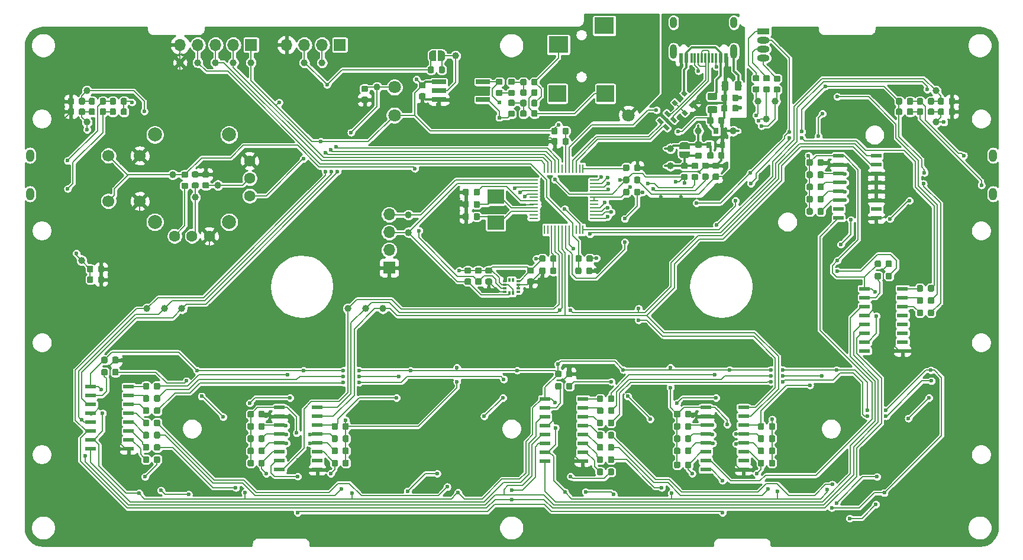
<source format=gbl>
G04 #@! TF.GenerationSoftware,KiCad,Pcbnew,(5.1.2)-1*
G04 #@! TF.CreationDate,2019-08-20T17:30:21+08:00*
G04 #@! TF.ProjectId,joyMIDI,6a6f794d-4944-4492-9e6b-696361645f70,rev?*
G04 #@! TF.SameCoordinates,Original*
G04 #@! TF.FileFunction,Copper,L2,Bot*
G04 #@! TF.FilePolarity,Positive*
%FSLAX46Y46*%
G04 Gerber Fmt 4.6, Leading zero omitted, Abs format (unit mm)*
G04 Created by KiCad (PCBNEW (5.1.2)-1) date 2019-08-20 17:30:21*
%MOMM*%
%LPD*%
G04 APERTURE LIST*
%ADD10R,2.500000X2.400000*%
%ADD11R,2.800000X2.400000*%
%ADD12C,1.800000*%
%ADD13C,0.600000*%
%ADD14C,0.100000*%
%ADD15C,0.700000*%
%ADD16C,0.875000*%
%ADD17C,0.500000*%
%ADD18R,1.700000X1.700000*%
%ADD19O,1.700000X1.700000*%
%ADD20C,2.000000*%
%ADD21C,1.700000*%
%ADD22C,1.600000*%
%ADD23C,0.975000*%
%ADD24R,1.800000X0.950000*%
%ADD25O,1.800000X0.950000*%
%ADD26R,0.800000X0.900000*%
%ADD27R,1.300000X0.250000*%
%ADD28R,0.250000X1.300000*%
%ADD29R,0.300000X0.600000*%
%ADD30R,0.600000X0.300000*%
%ADD31R,1.500000X0.600000*%
%ADD32O,1.200000X1.800000*%
%ADD33R,2.400000X2.000000*%
%ADD34R,0.500000X0.500000*%
%ADD35C,1.000000*%
%ADD36R,2.000000X0.640000*%
%ADD37R,0.600000X1.450000*%
%ADD38R,0.300000X1.450000*%
%ADD39O,1.000000X2.100000*%
%ADD40O,1.000000X1.600000*%
%ADD41C,0.300000*%
%ADD42C,0.200000*%
%ADD43C,0.250000*%
G04 APERTURE END LIST*
D10*
X155050000Y-77400000D03*
X161950000Y-77400000D03*
D11*
X155200000Y-70400000D03*
X161800000Y-67700000D03*
D12*
X165250000Y-80500000D03*
X131750000Y-80500000D03*
X131750000Y-76500000D03*
D13*
X173214645Y-77371142D03*
D14*
G36*
X173674264Y-77406497D02*
G01*
X173250000Y-77830761D01*
X172755026Y-77335787D01*
X173179290Y-76911523D01*
X173674264Y-77406497D01*
X173674264Y-77406497D01*
G37*
D13*
X171871142Y-78714645D03*
D14*
G36*
X172330761Y-78750000D02*
G01*
X171906497Y-79174264D01*
X171411523Y-78679290D01*
X171835787Y-78255026D01*
X172330761Y-78750000D01*
X172330761Y-78750000D01*
G37*
D13*
X173285355Y-80128858D03*
D14*
G36*
X173744974Y-80164213D02*
G01*
X173320710Y-80588477D01*
X172825736Y-80093503D01*
X173250000Y-79669239D01*
X173744974Y-80164213D01*
X173744974Y-80164213D01*
G37*
D15*
X174487437Y-78926777D03*
D14*
G36*
X175088478Y-78820711D02*
G01*
X174381371Y-79527818D01*
X173886396Y-79032843D01*
X174593503Y-78325736D01*
X175088478Y-78820711D01*
X175088478Y-78820711D01*
G37*
G36*
X166740191Y-89276053D02*
G01*
X166761426Y-89279203D01*
X166782250Y-89284419D01*
X166802462Y-89291651D01*
X166821868Y-89300830D01*
X166840281Y-89311866D01*
X166857524Y-89324654D01*
X166873430Y-89339070D01*
X166887846Y-89354976D01*
X166900634Y-89372219D01*
X166911670Y-89390632D01*
X166920849Y-89410038D01*
X166928081Y-89430250D01*
X166933297Y-89451074D01*
X166936447Y-89472309D01*
X166937500Y-89493750D01*
X166937500Y-90006250D01*
X166936447Y-90027691D01*
X166933297Y-90048926D01*
X166928081Y-90069750D01*
X166920849Y-90089962D01*
X166911670Y-90109368D01*
X166900634Y-90127781D01*
X166887846Y-90145024D01*
X166873430Y-90160930D01*
X166857524Y-90175346D01*
X166840281Y-90188134D01*
X166821868Y-90199170D01*
X166802462Y-90208349D01*
X166782250Y-90215581D01*
X166761426Y-90220797D01*
X166740191Y-90223947D01*
X166718750Y-90225000D01*
X166281250Y-90225000D01*
X166259809Y-90223947D01*
X166238574Y-90220797D01*
X166217750Y-90215581D01*
X166197538Y-90208349D01*
X166178132Y-90199170D01*
X166159719Y-90188134D01*
X166142476Y-90175346D01*
X166126570Y-90160930D01*
X166112154Y-90145024D01*
X166099366Y-90127781D01*
X166088330Y-90109368D01*
X166079151Y-90089962D01*
X166071919Y-90069750D01*
X166066703Y-90048926D01*
X166063553Y-90027691D01*
X166062500Y-90006250D01*
X166062500Y-89493750D01*
X166063553Y-89472309D01*
X166066703Y-89451074D01*
X166071919Y-89430250D01*
X166079151Y-89410038D01*
X166088330Y-89390632D01*
X166099366Y-89372219D01*
X166112154Y-89354976D01*
X166126570Y-89339070D01*
X166142476Y-89324654D01*
X166159719Y-89311866D01*
X166178132Y-89300830D01*
X166197538Y-89291651D01*
X166217750Y-89284419D01*
X166238574Y-89279203D01*
X166259809Y-89276053D01*
X166281250Y-89275000D01*
X166718750Y-89275000D01*
X166740191Y-89276053D01*
X166740191Y-89276053D01*
G37*
D16*
X166500000Y-89750000D03*
D14*
G36*
X165165191Y-89276053D02*
G01*
X165186426Y-89279203D01*
X165207250Y-89284419D01*
X165227462Y-89291651D01*
X165246868Y-89300830D01*
X165265281Y-89311866D01*
X165282524Y-89324654D01*
X165298430Y-89339070D01*
X165312846Y-89354976D01*
X165325634Y-89372219D01*
X165336670Y-89390632D01*
X165345849Y-89410038D01*
X165353081Y-89430250D01*
X165358297Y-89451074D01*
X165361447Y-89472309D01*
X165362500Y-89493750D01*
X165362500Y-90006250D01*
X165361447Y-90027691D01*
X165358297Y-90048926D01*
X165353081Y-90069750D01*
X165345849Y-90089962D01*
X165336670Y-90109368D01*
X165325634Y-90127781D01*
X165312846Y-90145024D01*
X165298430Y-90160930D01*
X165282524Y-90175346D01*
X165265281Y-90188134D01*
X165246868Y-90199170D01*
X165227462Y-90208349D01*
X165207250Y-90215581D01*
X165186426Y-90220797D01*
X165165191Y-90223947D01*
X165143750Y-90225000D01*
X164706250Y-90225000D01*
X164684809Y-90223947D01*
X164663574Y-90220797D01*
X164642750Y-90215581D01*
X164622538Y-90208349D01*
X164603132Y-90199170D01*
X164584719Y-90188134D01*
X164567476Y-90175346D01*
X164551570Y-90160930D01*
X164537154Y-90145024D01*
X164524366Y-90127781D01*
X164513330Y-90109368D01*
X164504151Y-90089962D01*
X164496919Y-90069750D01*
X164491703Y-90048926D01*
X164488553Y-90027691D01*
X164487500Y-90006250D01*
X164487500Y-89493750D01*
X164488553Y-89472309D01*
X164491703Y-89451074D01*
X164496919Y-89430250D01*
X164504151Y-89410038D01*
X164513330Y-89390632D01*
X164524366Y-89372219D01*
X164537154Y-89354976D01*
X164551570Y-89339070D01*
X164567476Y-89324654D01*
X164584719Y-89311866D01*
X164603132Y-89300830D01*
X164622538Y-89291651D01*
X164642750Y-89284419D01*
X164663574Y-89279203D01*
X164684809Y-89276053D01*
X164706250Y-89275000D01*
X165143750Y-89275000D01*
X165165191Y-89276053D01*
X165165191Y-89276053D01*
G37*
D16*
X164925000Y-89750000D03*
D14*
G36*
X166740191Y-91026053D02*
G01*
X166761426Y-91029203D01*
X166782250Y-91034419D01*
X166802462Y-91041651D01*
X166821868Y-91050830D01*
X166840281Y-91061866D01*
X166857524Y-91074654D01*
X166873430Y-91089070D01*
X166887846Y-91104976D01*
X166900634Y-91122219D01*
X166911670Y-91140632D01*
X166920849Y-91160038D01*
X166928081Y-91180250D01*
X166933297Y-91201074D01*
X166936447Y-91222309D01*
X166937500Y-91243750D01*
X166937500Y-91756250D01*
X166936447Y-91777691D01*
X166933297Y-91798926D01*
X166928081Y-91819750D01*
X166920849Y-91839962D01*
X166911670Y-91859368D01*
X166900634Y-91877781D01*
X166887846Y-91895024D01*
X166873430Y-91910930D01*
X166857524Y-91925346D01*
X166840281Y-91938134D01*
X166821868Y-91949170D01*
X166802462Y-91958349D01*
X166782250Y-91965581D01*
X166761426Y-91970797D01*
X166740191Y-91973947D01*
X166718750Y-91975000D01*
X166281250Y-91975000D01*
X166259809Y-91973947D01*
X166238574Y-91970797D01*
X166217750Y-91965581D01*
X166197538Y-91958349D01*
X166178132Y-91949170D01*
X166159719Y-91938134D01*
X166142476Y-91925346D01*
X166126570Y-91910930D01*
X166112154Y-91895024D01*
X166099366Y-91877781D01*
X166088330Y-91859368D01*
X166079151Y-91839962D01*
X166071919Y-91819750D01*
X166066703Y-91798926D01*
X166063553Y-91777691D01*
X166062500Y-91756250D01*
X166062500Y-91243750D01*
X166063553Y-91222309D01*
X166066703Y-91201074D01*
X166071919Y-91180250D01*
X166079151Y-91160038D01*
X166088330Y-91140632D01*
X166099366Y-91122219D01*
X166112154Y-91104976D01*
X166126570Y-91089070D01*
X166142476Y-91074654D01*
X166159719Y-91061866D01*
X166178132Y-91050830D01*
X166197538Y-91041651D01*
X166217750Y-91034419D01*
X166238574Y-91029203D01*
X166259809Y-91026053D01*
X166281250Y-91025000D01*
X166718750Y-91025000D01*
X166740191Y-91026053D01*
X166740191Y-91026053D01*
G37*
D16*
X166500000Y-91500000D03*
D14*
G36*
X165165191Y-91026053D02*
G01*
X165186426Y-91029203D01*
X165207250Y-91034419D01*
X165227462Y-91041651D01*
X165246868Y-91050830D01*
X165265281Y-91061866D01*
X165282524Y-91074654D01*
X165298430Y-91089070D01*
X165312846Y-91104976D01*
X165325634Y-91122219D01*
X165336670Y-91140632D01*
X165345849Y-91160038D01*
X165353081Y-91180250D01*
X165358297Y-91201074D01*
X165361447Y-91222309D01*
X165362500Y-91243750D01*
X165362500Y-91756250D01*
X165361447Y-91777691D01*
X165358297Y-91798926D01*
X165353081Y-91819750D01*
X165345849Y-91839962D01*
X165336670Y-91859368D01*
X165325634Y-91877781D01*
X165312846Y-91895024D01*
X165298430Y-91910930D01*
X165282524Y-91925346D01*
X165265281Y-91938134D01*
X165246868Y-91949170D01*
X165227462Y-91958349D01*
X165207250Y-91965581D01*
X165186426Y-91970797D01*
X165165191Y-91973947D01*
X165143750Y-91975000D01*
X164706250Y-91975000D01*
X164684809Y-91973947D01*
X164663574Y-91970797D01*
X164642750Y-91965581D01*
X164622538Y-91958349D01*
X164603132Y-91949170D01*
X164584719Y-91938134D01*
X164567476Y-91925346D01*
X164551570Y-91910930D01*
X164537154Y-91895024D01*
X164524366Y-91877781D01*
X164513330Y-91859368D01*
X164504151Y-91839962D01*
X164496919Y-91819750D01*
X164491703Y-91798926D01*
X164488553Y-91777691D01*
X164487500Y-91756250D01*
X164487500Y-91243750D01*
X164488553Y-91222309D01*
X164491703Y-91201074D01*
X164496919Y-91180250D01*
X164504151Y-91160038D01*
X164513330Y-91140632D01*
X164524366Y-91122219D01*
X164537154Y-91104976D01*
X164551570Y-91089070D01*
X164567476Y-91074654D01*
X164584719Y-91061866D01*
X164603132Y-91050830D01*
X164622538Y-91041651D01*
X164642750Y-91034419D01*
X164663574Y-91029203D01*
X164684809Y-91026053D01*
X164706250Y-91025000D01*
X165143750Y-91025000D01*
X165165191Y-91026053D01*
X165165191Y-91026053D01*
G37*
D16*
X164925000Y-91500000D03*
D14*
G36*
X165165191Y-87526053D02*
G01*
X165186426Y-87529203D01*
X165207250Y-87534419D01*
X165227462Y-87541651D01*
X165246868Y-87550830D01*
X165265281Y-87561866D01*
X165282524Y-87574654D01*
X165298430Y-87589070D01*
X165312846Y-87604976D01*
X165325634Y-87622219D01*
X165336670Y-87640632D01*
X165345849Y-87660038D01*
X165353081Y-87680250D01*
X165358297Y-87701074D01*
X165361447Y-87722309D01*
X165362500Y-87743750D01*
X165362500Y-88256250D01*
X165361447Y-88277691D01*
X165358297Y-88298926D01*
X165353081Y-88319750D01*
X165345849Y-88339962D01*
X165336670Y-88359368D01*
X165325634Y-88377781D01*
X165312846Y-88395024D01*
X165298430Y-88410930D01*
X165282524Y-88425346D01*
X165265281Y-88438134D01*
X165246868Y-88449170D01*
X165227462Y-88458349D01*
X165207250Y-88465581D01*
X165186426Y-88470797D01*
X165165191Y-88473947D01*
X165143750Y-88475000D01*
X164706250Y-88475000D01*
X164684809Y-88473947D01*
X164663574Y-88470797D01*
X164642750Y-88465581D01*
X164622538Y-88458349D01*
X164603132Y-88449170D01*
X164584719Y-88438134D01*
X164567476Y-88425346D01*
X164551570Y-88410930D01*
X164537154Y-88395024D01*
X164524366Y-88377781D01*
X164513330Y-88359368D01*
X164504151Y-88339962D01*
X164496919Y-88319750D01*
X164491703Y-88298926D01*
X164488553Y-88277691D01*
X164487500Y-88256250D01*
X164487500Y-87743750D01*
X164488553Y-87722309D01*
X164491703Y-87701074D01*
X164496919Y-87680250D01*
X164504151Y-87660038D01*
X164513330Y-87640632D01*
X164524366Y-87622219D01*
X164537154Y-87604976D01*
X164551570Y-87589070D01*
X164567476Y-87574654D01*
X164584719Y-87561866D01*
X164603132Y-87550830D01*
X164622538Y-87541651D01*
X164642750Y-87534419D01*
X164663574Y-87529203D01*
X164684809Y-87526053D01*
X164706250Y-87525000D01*
X165143750Y-87525000D01*
X165165191Y-87526053D01*
X165165191Y-87526053D01*
G37*
D16*
X164925000Y-88000000D03*
D14*
G36*
X166740191Y-87526053D02*
G01*
X166761426Y-87529203D01*
X166782250Y-87534419D01*
X166802462Y-87541651D01*
X166821868Y-87550830D01*
X166840281Y-87561866D01*
X166857524Y-87574654D01*
X166873430Y-87589070D01*
X166887846Y-87604976D01*
X166900634Y-87622219D01*
X166911670Y-87640632D01*
X166920849Y-87660038D01*
X166928081Y-87680250D01*
X166933297Y-87701074D01*
X166936447Y-87722309D01*
X166937500Y-87743750D01*
X166937500Y-88256250D01*
X166936447Y-88277691D01*
X166933297Y-88298926D01*
X166928081Y-88319750D01*
X166920849Y-88339962D01*
X166911670Y-88359368D01*
X166900634Y-88377781D01*
X166887846Y-88395024D01*
X166873430Y-88410930D01*
X166857524Y-88425346D01*
X166840281Y-88438134D01*
X166821868Y-88449170D01*
X166802462Y-88458349D01*
X166782250Y-88465581D01*
X166761426Y-88470797D01*
X166740191Y-88473947D01*
X166718750Y-88475000D01*
X166281250Y-88475000D01*
X166259809Y-88473947D01*
X166238574Y-88470797D01*
X166217750Y-88465581D01*
X166197538Y-88458349D01*
X166178132Y-88449170D01*
X166159719Y-88438134D01*
X166142476Y-88425346D01*
X166126570Y-88410930D01*
X166112154Y-88395024D01*
X166099366Y-88377781D01*
X166088330Y-88359368D01*
X166079151Y-88339962D01*
X166071919Y-88319750D01*
X166066703Y-88298926D01*
X166063553Y-88277691D01*
X166062500Y-88256250D01*
X166062500Y-87743750D01*
X166063553Y-87722309D01*
X166066703Y-87701074D01*
X166071919Y-87680250D01*
X166079151Y-87660038D01*
X166088330Y-87640632D01*
X166099366Y-87622219D01*
X166112154Y-87604976D01*
X166126570Y-87589070D01*
X166142476Y-87574654D01*
X166159719Y-87561866D01*
X166178132Y-87550830D01*
X166197538Y-87541651D01*
X166217750Y-87534419D01*
X166238574Y-87529203D01*
X166259809Y-87526053D01*
X166281250Y-87525000D01*
X166718750Y-87525000D01*
X166740191Y-87526053D01*
X166740191Y-87526053D01*
G37*
D16*
X166500000Y-88000000D03*
D14*
G36*
X159890191Y-102276053D02*
G01*
X159911426Y-102279203D01*
X159932250Y-102284419D01*
X159952462Y-102291651D01*
X159971868Y-102300830D01*
X159990281Y-102311866D01*
X160007524Y-102324654D01*
X160023430Y-102339070D01*
X160037846Y-102354976D01*
X160050634Y-102372219D01*
X160061670Y-102390632D01*
X160070849Y-102410038D01*
X160078081Y-102430250D01*
X160083297Y-102451074D01*
X160086447Y-102472309D01*
X160087500Y-102493750D01*
X160087500Y-103006250D01*
X160086447Y-103027691D01*
X160083297Y-103048926D01*
X160078081Y-103069750D01*
X160070849Y-103089962D01*
X160061670Y-103109368D01*
X160050634Y-103127781D01*
X160037846Y-103145024D01*
X160023430Y-103160930D01*
X160007524Y-103175346D01*
X159990281Y-103188134D01*
X159971868Y-103199170D01*
X159952462Y-103208349D01*
X159932250Y-103215581D01*
X159911426Y-103220797D01*
X159890191Y-103223947D01*
X159868750Y-103225000D01*
X159431250Y-103225000D01*
X159409809Y-103223947D01*
X159388574Y-103220797D01*
X159367750Y-103215581D01*
X159347538Y-103208349D01*
X159328132Y-103199170D01*
X159309719Y-103188134D01*
X159292476Y-103175346D01*
X159276570Y-103160930D01*
X159262154Y-103145024D01*
X159249366Y-103127781D01*
X159238330Y-103109368D01*
X159229151Y-103089962D01*
X159221919Y-103069750D01*
X159216703Y-103048926D01*
X159213553Y-103027691D01*
X159212500Y-103006250D01*
X159212500Y-102493750D01*
X159213553Y-102472309D01*
X159216703Y-102451074D01*
X159221919Y-102430250D01*
X159229151Y-102410038D01*
X159238330Y-102390632D01*
X159249366Y-102372219D01*
X159262154Y-102354976D01*
X159276570Y-102339070D01*
X159292476Y-102324654D01*
X159309719Y-102311866D01*
X159328132Y-102300830D01*
X159347538Y-102291651D01*
X159367750Y-102284419D01*
X159388574Y-102279203D01*
X159409809Y-102276053D01*
X159431250Y-102275000D01*
X159868750Y-102275000D01*
X159890191Y-102276053D01*
X159890191Y-102276053D01*
G37*
D16*
X159650000Y-102750000D03*
D14*
G36*
X158315191Y-102276053D02*
G01*
X158336426Y-102279203D01*
X158357250Y-102284419D01*
X158377462Y-102291651D01*
X158396868Y-102300830D01*
X158415281Y-102311866D01*
X158432524Y-102324654D01*
X158448430Y-102339070D01*
X158462846Y-102354976D01*
X158475634Y-102372219D01*
X158486670Y-102390632D01*
X158495849Y-102410038D01*
X158503081Y-102430250D01*
X158508297Y-102451074D01*
X158511447Y-102472309D01*
X158512500Y-102493750D01*
X158512500Y-103006250D01*
X158511447Y-103027691D01*
X158508297Y-103048926D01*
X158503081Y-103069750D01*
X158495849Y-103089962D01*
X158486670Y-103109368D01*
X158475634Y-103127781D01*
X158462846Y-103145024D01*
X158448430Y-103160930D01*
X158432524Y-103175346D01*
X158415281Y-103188134D01*
X158396868Y-103199170D01*
X158377462Y-103208349D01*
X158357250Y-103215581D01*
X158336426Y-103220797D01*
X158315191Y-103223947D01*
X158293750Y-103225000D01*
X157856250Y-103225000D01*
X157834809Y-103223947D01*
X157813574Y-103220797D01*
X157792750Y-103215581D01*
X157772538Y-103208349D01*
X157753132Y-103199170D01*
X157734719Y-103188134D01*
X157717476Y-103175346D01*
X157701570Y-103160930D01*
X157687154Y-103145024D01*
X157674366Y-103127781D01*
X157663330Y-103109368D01*
X157654151Y-103089962D01*
X157646919Y-103069750D01*
X157641703Y-103048926D01*
X157638553Y-103027691D01*
X157637500Y-103006250D01*
X157637500Y-102493750D01*
X157638553Y-102472309D01*
X157641703Y-102451074D01*
X157646919Y-102430250D01*
X157654151Y-102410038D01*
X157663330Y-102390632D01*
X157674366Y-102372219D01*
X157687154Y-102354976D01*
X157701570Y-102339070D01*
X157717476Y-102324654D01*
X157734719Y-102311866D01*
X157753132Y-102300830D01*
X157772538Y-102291651D01*
X157792750Y-102284419D01*
X157813574Y-102279203D01*
X157834809Y-102276053D01*
X157856250Y-102275000D01*
X158293750Y-102275000D01*
X158315191Y-102276053D01*
X158315191Y-102276053D01*
G37*
D16*
X158075000Y-102750000D03*
D14*
G36*
X178777691Y-80776053D02*
G01*
X178798926Y-80779203D01*
X178819750Y-80784419D01*
X178839962Y-80791651D01*
X178859368Y-80800830D01*
X178877781Y-80811866D01*
X178895024Y-80824654D01*
X178910930Y-80839070D01*
X178925346Y-80854976D01*
X178938134Y-80872219D01*
X178949170Y-80890632D01*
X178958349Y-80910038D01*
X178965581Y-80930250D01*
X178970797Y-80951074D01*
X178973947Y-80972309D01*
X178975000Y-80993750D01*
X178975000Y-81506250D01*
X178973947Y-81527691D01*
X178970797Y-81548926D01*
X178965581Y-81569750D01*
X178958349Y-81589962D01*
X178949170Y-81609368D01*
X178938134Y-81627781D01*
X178925346Y-81645024D01*
X178910930Y-81660930D01*
X178895024Y-81675346D01*
X178877781Y-81688134D01*
X178859368Y-81699170D01*
X178839962Y-81708349D01*
X178819750Y-81715581D01*
X178798926Y-81720797D01*
X178777691Y-81723947D01*
X178756250Y-81725000D01*
X178318750Y-81725000D01*
X178297309Y-81723947D01*
X178276074Y-81720797D01*
X178255250Y-81715581D01*
X178235038Y-81708349D01*
X178215632Y-81699170D01*
X178197219Y-81688134D01*
X178179976Y-81675346D01*
X178164070Y-81660930D01*
X178149654Y-81645024D01*
X178136866Y-81627781D01*
X178125830Y-81609368D01*
X178116651Y-81589962D01*
X178109419Y-81569750D01*
X178104203Y-81548926D01*
X178101053Y-81527691D01*
X178100000Y-81506250D01*
X178100000Y-80993750D01*
X178101053Y-80972309D01*
X178104203Y-80951074D01*
X178109419Y-80930250D01*
X178116651Y-80910038D01*
X178125830Y-80890632D01*
X178136866Y-80872219D01*
X178149654Y-80854976D01*
X178164070Y-80839070D01*
X178179976Y-80824654D01*
X178197219Y-80811866D01*
X178215632Y-80800830D01*
X178235038Y-80791651D01*
X178255250Y-80784419D01*
X178276074Y-80779203D01*
X178297309Y-80776053D01*
X178318750Y-80775000D01*
X178756250Y-80775000D01*
X178777691Y-80776053D01*
X178777691Y-80776053D01*
G37*
D16*
X178537500Y-81250000D03*
D14*
G36*
X177202691Y-80776053D02*
G01*
X177223926Y-80779203D01*
X177244750Y-80784419D01*
X177264962Y-80791651D01*
X177284368Y-80800830D01*
X177302781Y-80811866D01*
X177320024Y-80824654D01*
X177335930Y-80839070D01*
X177350346Y-80854976D01*
X177363134Y-80872219D01*
X177374170Y-80890632D01*
X177383349Y-80910038D01*
X177390581Y-80930250D01*
X177395797Y-80951074D01*
X177398947Y-80972309D01*
X177400000Y-80993750D01*
X177400000Y-81506250D01*
X177398947Y-81527691D01*
X177395797Y-81548926D01*
X177390581Y-81569750D01*
X177383349Y-81589962D01*
X177374170Y-81609368D01*
X177363134Y-81627781D01*
X177350346Y-81645024D01*
X177335930Y-81660930D01*
X177320024Y-81675346D01*
X177302781Y-81688134D01*
X177284368Y-81699170D01*
X177264962Y-81708349D01*
X177244750Y-81715581D01*
X177223926Y-81720797D01*
X177202691Y-81723947D01*
X177181250Y-81725000D01*
X176743750Y-81725000D01*
X176722309Y-81723947D01*
X176701074Y-81720797D01*
X176680250Y-81715581D01*
X176660038Y-81708349D01*
X176640632Y-81699170D01*
X176622219Y-81688134D01*
X176604976Y-81675346D01*
X176589070Y-81660930D01*
X176574654Y-81645024D01*
X176561866Y-81627781D01*
X176550830Y-81609368D01*
X176541651Y-81589962D01*
X176534419Y-81569750D01*
X176529203Y-81548926D01*
X176526053Y-81527691D01*
X176525000Y-81506250D01*
X176525000Y-80993750D01*
X176526053Y-80972309D01*
X176529203Y-80951074D01*
X176534419Y-80930250D01*
X176541651Y-80910038D01*
X176550830Y-80890632D01*
X176561866Y-80872219D01*
X176574654Y-80854976D01*
X176589070Y-80839070D01*
X176604976Y-80824654D01*
X176622219Y-80811866D01*
X176640632Y-80800830D01*
X176660038Y-80791651D01*
X176680250Y-80784419D01*
X176701074Y-80779203D01*
X176722309Y-80776053D01*
X176743750Y-80775000D01*
X177181250Y-80775000D01*
X177202691Y-80776053D01*
X177202691Y-80776053D01*
G37*
D16*
X176962500Y-81250000D03*
D14*
G36*
X153165191Y-102276053D02*
G01*
X153186426Y-102279203D01*
X153207250Y-102284419D01*
X153227462Y-102291651D01*
X153246868Y-102300830D01*
X153265281Y-102311866D01*
X153282524Y-102324654D01*
X153298430Y-102339070D01*
X153312846Y-102354976D01*
X153325634Y-102372219D01*
X153336670Y-102390632D01*
X153345849Y-102410038D01*
X153353081Y-102430250D01*
X153358297Y-102451074D01*
X153361447Y-102472309D01*
X153362500Y-102493750D01*
X153362500Y-103006250D01*
X153361447Y-103027691D01*
X153358297Y-103048926D01*
X153353081Y-103069750D01*
X153345849Y-103089962D01*
X153336670Y-103109368D01*
X153325634Y-103127781D01*
X153312846Y-103145024D01*
X153298430Y-103160930D01*
X153282524Y-103175346D01*
X153265281Y-103188134D01*
X153246868Y-103199170D01*
X153227462Y-103208349D01*
X153207250Y-103215581D01*
X153186426Y-103220797D01*
X153165191Y-103223947D01*
X153143750Y-103225000D01*
X152706250Y-103225000D01*
X152684809Y-103223947D01*
X152663574Y-103220797D01*
X152642750Y-103215581D01*
X152622538Y-103208349D01*
X152603132Y-103199170D01*
X152584719Y-103188134D01*
X152567476Y-103175346D01*
X152551570Y-103160930D01*
X152537154Y-103145024D01*
X152524366Y-103127781D01*
X152513330Y-103109368D01*
X152504151Y-103089962D01*
X152496919Y-103069750D01*
X152491703Y-103048926D01*
X152488553Y-103027691D01*
X152487500Y-103006250D01*
X152487500Y-102493750D01*
X152488553Y-102472309D01*
X152491703Y-102451074D01*
X152496919Y-102430250D01*
X152504151Y-102410038D01*
X152513330Y-102390632D01*
X152524366Y-102372219D01*
X152537154Y-102354976D01*
X152551570Y-102339070D01*
X152567476Y-102324654D01*
X152584719Y-102311866D01*
X152603132Y-102300830D01*
X152622538Y-102291651D01*
X152642750Y-102284419D01*
X152663574Y-102279203D01*
X152684809Y-102276053D01*
X152706250Y-102275000D01*
X153143750Y-102275000D01*
X153165191Y-102276053D01*
X153165191Y-102276053D01*
G37*
D16*
X152925000Y-102750000D03*
D14*
G36*
X154740191Y-102276053D02*
G01*
X154761426Y-102279203D01*
X154782250Y-102284419D01*
X154802462Y-102291651D01*
X154821868Y-102300830D01*
X154840281Y-102311866D01*
X154857524Y-102324654D01*
X154873430Y-102339070D01*
X154887846Y-102354976D01*
X154900634Y-102372219D01*
X154911670Y-102390632D01*
X154920849Y-102410038D01*
X154928081Y-102430250D01*
X154933297Y-102451074D01*
X154936447Y-102472309D01*
X154937500Y-102493750D01*
X154937500Y-103006250D01*
X154936447Y-103027691D01*
X154933297Y-103048926D01*
X154928081Y-103069750D01*
X154920849Y-103089962D01*
X154911670Y-103109368D01*
X154900634Y-103127781D01*
X154887846Y-103145024D01*
X154873430Y-103160930D01*
X154857524Y-103175346D01*
X154840281Y-103188134D01*
X154821868Y-103199170D01*
X154802462Y-103208349D01*
X154782250Y-103215581D01*
X154761426Y-103220797D01*
X154740191Y-103223947D01*
X154718750Y-103225000D01*
X154281250Y-103225000D01*
X154259809Y-103223947D01*
X154238574Y-103220797D01*
X154217750Y-103215581D01*
X154197538Y-103208349D01*
X154178132Y-103199170D01*
X154159719Y-103188134D01*
X154142476Y-103175346D01*
X154126570Y-103160930D01*
X154112154Y-103145024D01*
X154099366Y-103127781D01*
X154088330Y-103109368D01*
X154079151Y-103089962D01*
X154071919Y-103069750D01*
X154066703Y-103048926D01*
X154063553Y-103027691D01*
X154062500Y-103006250D01*
X154062500Y-102493750D01*
X154063553Y-102472309D01*
X154066703Y-102451074D01*
X154071919Y-102430250D01*
X154079151Y-102410038D01*
X154088330Y-102390632D01*
X154099366Y-102372219D01*
X154112154Y-102354976D01*
X154126570Y-102339070D01*
X154142476Y-102324654D01*
X154159719Y-102311866D01*
X154178132Y-102300830D01*
X154197538Y-102291651D01*
X154217750Y-102284419D01*
X154238574Y-102279203D01*
X154259809Y-102276053D01*
X154281250Y-102275000D01*
X154718750Y-102275000D01*
X154740191Y-102276053D01*
X154740191Y-102276053D01*
G37*
D16*
X154500000Y-102750000D03*
D14*
G36*
X154915191Y-83776053D02*
G01*
X154936426Y-83779203D01*
X154957250Y-83784419D01*
X154977462Y-83791651D01*
X154996868Y-83800830D01*
X155015281Y-83811866D01*
X155032524Y-83824654D01*
X155048430Y-83839070D01*
X155062846Y-83854976D01*
X155075634Y-83872219D01*
X155086670Y-83890632D01*
X155095849Y-83910038D01*
X155103081Y-83930250D01*
X155108297Y-83951074D01*
X155111447Y-83972309D01*
X155112500Y-83993750D01*
X155112500Y-84506250D01*
X155111447Y-84527691D01*
X155108297Y-84548926D01*
X155103081Y-84569750D01*
X155095849Y-84589962D01*
X155086670Y-84609368D01*
X155075634Y-84627781D01*
X155062846Y-84645024D01*
X155048430Y-84660930D01*
X155032524Y-84675346D01*
X155015281Y-84688134D01*
X154996868Y-84699170D01*
X154977462Y-84708349D01*
X154957250Y-84715581D01*
X154936426Y-84720797D01*
X154915191Y-84723947D01*
X154893750Y-84725000D01*
X154456250Y-84725000D01*
X154434809Y-84723947D01*
X154413574Y-84720797D01*
X154392750Y-84715581D01*
X154372538Y-84708349D01*
X154353132Y-84699170D01*
X154334719Y-84688134D01*
X154317476Y-84675346D01*
X154301570Y-84660930D01*
X154287154Y-84645024D01*
X154274366Y-84627781D01*
X154263330Y-84609368D01*
X154254151Y-84589962D01*
X154246919Y-84569750D01*
X154241703Y-84548926D01*
X154238553Y-84527691D01*
X154237500Y-84506250D01*
X154237500Y-83993750D01*
X154238553Y-83972309D01*
X154241703Y-83951074D01*
X154246919Y-83930250D01*
X154254151Y-83910038D01*
X154263330Y-83890632D01*
X154274366Y-83872219D01*
X154287154Y-83854976D01*
X154301570Y-83839070D01*
X154317476Y-83824654D01*
X154334719Y-83811866D01*
X154353132Y-83800830D01*
X154372538Y-83791651D01*
X154392750Y-83784419D01*
X154413574Y-83779203D01*
X154434809Y-83776053D01*
X154456250Y-83775000D01*
X154893750Y-83775000D01*
X154915191Y-83776053D01*
X154915191Y-83776053D01*
G37*
D16*
X154675000Y-84250000D03*
D14*
G36*
X156490191Y-83776053D02*
G01*
X156511426Y-83779203D01*
X156532250Y-83784419D01*
X156552462Y-83791651D01*
X156571868Y-83800830D01*
X156590281Y-83811866D01*
X156607524Y-83824654D01*
X156623430Y-83839070D01*
X156637846Y-83854976D01*
X156650634Y-83872219D01*
X156661670Y-83890632D01*
X156670849Y-83910038D01*
X156678081Y-83930250D01*
X156683297Y-83951074D01*
X156686447Y-83972309D01*
X156687500Y-83993750D01*
X156687500Y-84506250D01*
X156686447Y-84527691D01*
X156683297Y-84548926D01*
X156678081Y-84569750D01*
X156670849Y-84589962D01*
X156661670Y-84609368D01*
X156650634Y-84627781D01*
X156637846Y-84645024D01*
X156623430Y-84660930D01*
X156607524Y-84675346D01*
X156590281Y-84688134D01*
X156571868Y-84699170D01*
X156552462Y-84708349D01*
X156532250Y-84715581D01*
X156511426Y-84720797D01*
X156490191Y-84723947D01*
X156468750Y-84725000D01*
X156031250Y-84725000D01*
X156009809Y-84723947D01*
X155988574Y-84720797D01*
X155967750Y-84715581D01*
X155947538Y-84708349D01*
X155928132Y-84699170D01*
X155909719Y-84688134D01*
X155892476Y-84675346D01*
X155876570Y-84660930D01*
X155862154Y-84645024D01*
X155849366Y-84627781D01*
X155838330Y-84609368D01*
X155829151Y-84589962D01*
X155821919Y-84569750D01*
X155816703Y-84548926D01*
X155813553Y-84527691D01*
X155812500Y-84506250D01*
X155812500Y-83993750D01*
X155813553Y-83972309D01*
X155816703Y-83951074D01*
X155821919Y-83930250D01*
X155829151Y-83910038D01*
X155838330Y-83890632D01*
X155849366Y-83872219D01*
X155862154Y-83854976D01*
X155876570Y-83839070D01*
X155892476Y-83824654D01*
X155909719Y-83811866D01*
X155928132Y-83800830D01*
X155947538Y-83791651D01*
X155967750Y-83784419D01*
X155988574Y-83779203D01*
X156009809Y-83776053D01*
X156031250Y-83775000D01*
X156468750Y-83775000D01*
X156490191Y-83776053D01*
X156490191Y-83776053D01*
G37*
D16*
X156250000Y-84250000D03*
D14*
G36*
X178777691Y-85776053D02*
G01*
X178798926Y-85779203D01*
X178819750Y-85784419D01*
X178839962Y-85791651D01*
X178859368Y-85800830D01*
X178877781Y-85811866D01*
X178895024Y-85824654D01*
X178910930Y-85839070D01*
X178925346Y-85854976D01*
X178938134Y-85872219D01*
X178949170Y-85890632D01*
X178958349Y-85910038D01*
X178965581Y-85930250D01*
X178970797Y-85951074D01*
X178973947Y-85972309D01*
X178975000Y-85993750D01*
X178975000Y-86506250D01*
X178973947Y-86527691D01*
X178970797Y-86548926D01*
X178965581Y-86569750D01*
X178958349Y-86589962D01*
X178949170Y-86609368D01*
X178938134Y-86627781D01*
X178925346Y-86645024D01*
X178910930Y-86660930D01*
X178895024Y-86675346D01*
X178877781Y-86688134D01*
X178859368Y-86699170D01*
X178839962Y-86708349D01*
X178819750Y-86715581D01*
X178798926Y-86720797D01*
X178777691Y-86723947D01*
X178756250Y-86725000D01*
X178318750Y-86725000D01*
X178297309Y-86723947D01*
X178276074Y-86720797D01*
X178255250Y-86715581D01*
X178235038Y-86708349D01*
X178215632Y-86699170D01*
X178197219Y-86688134D01*
X178179976Y-86675346D01*
X178164070Y-86660930D01*
X178149654Y-86645024D01*
X178136866Y-86627781D01*
X178125830Y-86609368D01*
X178116651Y-86589962D01*
X178109419Y-86569750D01*
X178104203Y-86548926D01*
X178101053Y-86527691D01*
X178100000Y-86506250D01*
X178100000Y-85993750D01*
X178101053Y-85972309D01*
X178104203Y-85951074D01*
X178109419Y-85930250D01*
X178116651Y-85910038D01*
X178125830Y-85890632D01*
X178136866Y-85872219D01*
X178149654Y-85854976D01*
X178164070Y-85839070D01*
X178179976Y-85824654D01*
X178197219Y-85811866D01*
X178215632Y-85800830D01*
X178235038Y-85791651D01*
X178255250Y-85784419D01*
X178276074Y-85779203D01*
X178297309Y-85776053D01*
X178318750Y-85775000D01*
X178756250Y-85775000D01*
X178777691Y-85776053D01*
X178777691Y-85776053D01*
G37*
D16*
X178537500Y-86250000D03*
D14*
G36*
X177202691Y-85776053D02*
G01*
X177223926Y-85779203D01*
X177244750Y-85784419D01*
X177264962Y-85791651D01*
X177284368Y-85800830D01*
X177302781Y-85811866D01*
X177320024Y-85824654D01*
X177335930Y-85839070D01*
X177350346Y-85854976D01*
X177363134Y-85872219D01*
X177374170Y-85890632D01*
X177383349Y-85910038D01*
X177390581Y-85930250D01*
X177395797Y-85951074D01*
X177398947Y-85972309D01*
X177400000Y-85993750D01*
X177400000Y-86506250D01*
X177398947Y-86527691D01*
X177395797Y-86548926D01*
X177390581Y-86569750D01*
X177383349Y-86589962D01*
X177374170Y-86609368D01*
X177363134Y-86627781D01*
X177350346Y-86645024D01*
X177335930Y-86660930D01*
X177320024Y-86675346D01*
X177302781Y-86688134D01*
X177284368Y-86699170D01*
X177264962Y-86708349D01*
X177244750Y-86715581D01*
X177223926Y-86720797D01*
X177202691Y-86723947D01*
X177181250Y-86725000D01*
X176743750Y-86725000D01*
X176722309Y-86723947D01*
X176701074Y-86720797D01*
X176680250Y-86715581D01*
X176660038Y-86708349D01*
X176640632Y-86699170D01*
X176622219Y-86688134D01*
X176604976Y-86675346D01*
X176589070Y-86660930D01*
X176574654Y-86645024D01*
X176561866Y-86627781D01*
X176550830Y-86609368D01*
X176541651Y-86589962D01*
X176534419Y-86569750D01*
X176529203Y-86548926D01*
X176526053Y-86527691D01*
X176525000Y-86506250D01*
X176525000Y-85993750D01*
X176526053Y-85972309D01*
X176529203Y-85951074D01*
X176534419Y-85930250D01*
X176541651Y-85910038D01*
X176550830Y-85890632D01*
X176561866Y-85872219D01*
X176574654Y-85854976D01*
X176589070Y-85839070D01*
X176604976Y-85824654D01*
X176622219Y-85811866D01*
X176640632Y-85800830D01*
X176660038Y-85791651D01*
X176680250Y-85784419D01*
X176701074Y-85779203D01*
X176722309Y-85776053D01*
X176743750Y-85775000D01*
X177181250Y-85775000D01*
X177202691Y-85776053D01*
X177202691Y-85776053D01*
G37*
D16*
X176962500Y-86250000D03*
D14*
G36*
X142202691Y-94526053D02*
G01*
X142223926Y-94529203D01*
X142244750Y-94534419D01*
X142264962Y-94541651D01*
X142284368Y-94550830D01*
X142302781Y-94561866D01*
X142320024Y-94574654D01*
X142335930Y-94589070D01*
X142350346Y-94604976D01*
X142363134Y-94622219D01*
X142374170Y-94640632D01*
X142383349Y-94660038D01*
X142390581Y-94680250D01*
X142395797Y-94701074D01*
X142398947Y-94722309D01*
X142400000Y-94743750D01*
X142400000Y-95256250D01*
X142398947Y-95277691D01*
X142395797Y-95298926D01*
X142390581Y-95319750D01*
X142383349Y-95339962D01*
X142374170Y-95359368D01*
X142363134Y-95377781D01*
X142350346Y-95395024D01*
X142335930Y-95410930D01*
X142320024Y-95425346D01*
X142302781Y-95438134D01*
X142284368Y-95449170D01*
X142264962Y-95458349D01*
X142244750Y-95465581D01*
X142223926Y-95470797D01*
X142202691Y-95473947D01*
X142181250Y-95475000D01*
X141743750Y-95475000D01*
X141722309Y-95473947D01*
X141701074Y-95470797D01*
X141680250Y-95465581D01*
X141660038Y-95458349D01*
X141640632Y-95449170D01*
X141622219Y-95438134D01*
X141604976Y-95425346D01*
X141589070Y-95410930D01*
X141574654Y-95395024D01*
X141561866Y-95377781D01*
X141550830Y-95359368D01*
X141541651Y-95339962D01*
X141534419Y-95319750D01*
X141529203Y-95298926D01*
X141526053Y-95277691D01*
X141525000Y-95256250D01*
X141525000Y-94743750D01*
X141526053Y-94722309D01*
X141529203Y-94701074D01*
X141534419Y-94680250D01*
X141541651Y-94660038D01*
X141550830Y-94640632D01*
X141561866Y-94622219D01*
X141574654Y-94604976D01*
X141589070Y-94589070D01*
X141604976Y-94574654D01*
X141622219Y-94561866D01*
X141640632Y-94550830D01*
X141660038Y-94541651D01*
X141680250Y-94534419D01*
X141701074Y-94529203D01*
X141722309Y-94526053D01*
X141743750Y-94525000D01*
X142181250Y-94525000D01*
X142202691Y-94526053D01*
X142202691Y-94526053D01*
G37*
D16*
X141962500Y-95000000D03*
D14*
G36*
X143777691Y-94526053D02*
G01*
X143798926Y-94529203D01*
X143819750Y-94534419D01*
X143839962Y-94541651D01*
X143859368Y-94550830D01*
X143877781Y-94561866D01*
X143895024Y-94574654D01*
X143910930Y-94589070D01*
X143925346Y-94604976D01*
X143938134Y-94622219D01*
X143949170Y-94640632D01*
X143958349Y-94660038D01*
X143965581Y-94680250D01*
X143970797Y-94701074D01*
X143973947Y-94722309D01*
X143975000Y-94743750D01*
X143975000Y-95256250D01*
X143973947Y-95277691D01*
X143970797Y-95298926D01*
X143965581Y-95319750D01*
X143958349Y-95339962D01*
X143949170Y-95359368D01*
X143938134Y-95377781D01*
X143925346Y-95395024D01*
X143910930Y-95410930D01*
X143895024Y-95425346D01*
X143877781Y-95438134D01*
X143859368Y-95449170D01*
X143839962Y-95458349D01*
X143819750Y-95465581D01*
X143798926Y-95470797D01*
X143777691Y-95473947D01*
X143756250Y-95475000D01*
X143318750Y-95475000D01*
X143297309Y-95473947D01*
X143276074Y-95470797D01*
X143255250Y-95465581D01*
X143235038Y-95458349D01*
X143215632Y-95449170D01*
X143197219Y-95438134D01*
X143179976Y-95425346D01*
X143164070Y-95410930D01*
X143149654Y-95395024D01*
X143136866Y-95377781D01*
X143125830Y-95359368D01*
X143116651Y-95339962D01*
X143109419Y-95319750D01*
X143104203Y-95298926D01*
X143101053Y-95277691D01*
X143100000Y-95256250D01*
X143100000Y-94743750D01*
X143101053Y-94722309D01*
X143104203Y-94701074D01*
X143109419Y-94680250D01*
X143116651Y-94660038D01*
X143125830Y-94640632D01*
X143136866Y-94622219D01*
X143149654Y-94604976D01*
X143164070Y-94589070D01*
X143179976Y-94574654D01*
X143197219Y-94561866D01*
X143215632Y-94550830D01*
X143235038Y-94541651D01*
X143255250Y-94534419D01*
X143276074Y-94529203D01*
X143297309Y-94526053D01*
X143318750Y-94525000D01*
X143756250Y-94525000D01*
X143777691Y-94526053D01*
X143777691Y-94526053D01*
G37*
D16*
X143537500Y-95000000D03*
D14*
G36*
X142202691Y-92776053D02*
G01*
X142223926Y-92779203D01*
X142244750Y-92784419D01*
X142264962Y-92791651D01*
X142284368Y-92800830D01*
X142302781Y-92811866D01*
X142320024Y-92824654D01*
X142335930Y-92839070D01*
X142350346Y-92854976D01*
X142363134Y-92872219D01*
X142374170Y-92890632D01*
X142383349Y-92910038D01*
X142390581Y-92930250D01*
X142395797Y-92951074D01*
X142398947Y-92972309D01*
X142400000Y-92993750D01*
X142400000Y-93506250D01*
X142398947Y-93527691D01*
X142395797Y-93548926D01*
X142390581Y-93569750D01*
X142383349Y-93589962D01*
X142374170Y-93609368D01*
X142363134Y-93627781D01*
X142350346Y-93645024D01*
X142335930Y-93660930D01*
X142320024Y-93675346D01*
X142302781Y-93688134D01*
X142284368Y-93699170D01*
X142264962Y-93708349D01*
X142244750Y-93715581D01*
X142223926Y-93720797D01*
X142202691Y-93723947D01*
X142181250Y-93725000D01*
X141743750Y-93725000D01*
X141722309Y-93723947D01*
X141701074Y-93720797D01*
X141680250Y-93715581D01*
X141660038Y-93708349D01*
X141640632Y-93699170D01*
X141622219Y-93688134D01*
X141604976Y-93675346D01*
X141589070Y-93660930D01*
X141574654Y-93645024D01*
X141561866Y-93627781D01*
X141550830Y-93609368D01*
X141541651Y-93589962D01*
X141534419Y-93569750D01*
X141529203Y-93548926D01*
X141526053Y-93527691D01*
X141525000Y-93506250D01*
X141525000Y-92993750D01*
X141526053Y-92972309D01*
X141529203Y-92951074D01*
X141534419Y-92930250D01*
X141541651Y-92910038D01*
X141550830Y-92890632D01*
X141561866Y-92872219D01*
X141574654Y-92854976D01*
X141589070Y-92839070D01*
X141604976Y-92824654D01*
X141622219Y-92811866D01*
X141640632Y-92800830D01*
X141660038Y-92791651D01*
X141680250Y-92784419D01*
X141701074Y-92779203D01*
X141722309Y-92776053D01*
X141743750Y-92775000D01*
X142181250Y-92775000D01*
X142202691Y-92776053D01*
X142202691Y-92776053D01*
G37*
D16*
X141962500Y-93250000D03*
D14*
G36*
X143777691Y-92776053D02*
G01*
X143798926Y-92779203D01*
X143819750Y-92784419D01*
X143839962Y-92791651D01*
X143859368Y-92800830D01*
X143877781Y-92811866D01*
X143895024Y-92824654D01*
X143910930Y-92839070D01*
X143925346Y-92854976D01*
X143938134Y-92872219D01*
X143949170Y-92890632D01*
X143958349Y-92910038D01*
X143965581Y-92930250D01*
X143970797Y-92951074D01*
X143973947Y-92972309D01*
X143975000Y-92993750D01*
X143975000Y-93506250D01*
X143973947Y-93527691D01*
X143970797Y-93548926D01*
X143965581Y-93569750D01*
X143958349Y-93589962D01*
X143949170Y-93609368D01*
X143938134Y-93627781D01*
X143925346Y-93645024D01*
X143910930Y-93660930D01*
X143895024Y-93675346D01*
X143877781Y-93688134D01*
X143859368Y-93699170D01*
X143839962Y-93708349D01*
X143819750Y-93715581D01*
X143798926Y-93720797D01*
X143777691Y-93723947D01*
X143756250Y-93725000D01*
X143318750Y-93725000D01*
X143297309Y-93723947D01*
X143276074Y-93720797D01*
X143255250Y-93715581D01*
X143235038Y-93708349D01*
X143215632Y-93699170D01*
X143197219Y-93688134D01*
X143179976Y-93675346D01*
X143164070Y-93660930D01*
X143149654Y-93645024D01*
X143136866Y-93627781D01*
X143125830Y-93609368D01*
X143116651Y-93589962D01*
X143109419Y-93569750D01*
X143104203Y-93548926D01*
X143101053Y-93527691D01*
X143100000Y-93506250D01*
X143100000Y-92993750D01*
X143101053Y-92972309D01*
X143104203Y-92951074D01*
X143109419Y-92930250D01*
X143116651Y-92910038D01*
X143125830Y-92890632D01*
X143136866Y-92872219D01*
X143149654Y-92854976D01*
X143164070Y-92839070D01*
X143179976Y-92824654D01*
X143197219Y-92811866D01*
X143215632Y-92800830D01*
X143235038Y-92791651D01*
X143255250Y-92784419D01*
X143276074Y-92779203D01*
X143297309Y-92776053D01*
X143318750Y-92775000D01*
X143756250Y-92775000D01*
X143777691Y-92776053D01*
X143777691Y-92776053D01*
G37*
D16*
X143537500Y-93250000D03*
D14*
G36*
X142202691Y-91026053D02*
G01*
X142223926Y-91029203D01*
X142244750Y-91034419D01*
X142264962Y-91041651D01*
X142284368Y-91050830D01*
X142302781Y-91061866D01*
X142320024Y-91074654D01*
X142335930Y-91089070D01*
X142350346Y-91104976D01*
X142363134Y-91122219D01*
X142374170Y-91140632D01*
X142383349Y-91160038D01*
X142390581Y-91180250D01*
X142395797Y-91201074D01*
X142398947Y-91222309D01*
X142400000Y-91243750D01*
X142400000Y-91756250D01*
X142398947Y-91777691D01*
X142395797Y-91798926D01*
X142390581Y-91819750D01*
X142383349Y-91839962D01*
X142374170Y-91859368D01*
X142363134Y-91877781D01*
X142350346Y-91895024D01*
X142335930Y-91910930D01*
X142320024Y-91925346D01*
X142302781Y-91938134D01*
X142284368Y-91949170D01*
X142264962Y-91958349D01*
X142244750Y-91965581D01*
X142223926Y-91970797D01*
X142202691Y-91973947D01*
X142181250Y-91975000D01*
X141743750Y-91975000D01*
X141722309Y-91973947D01*
X141701074Y-91970797D01*
X141680250Y-91965581D01*
X141660038Y-91958349D01*
X141640632Y-91949170D01*
X141622219Y-91938134D01*
X141604976Y-91925346D01*
X141589070Y-91910930D01*
X141574654Y-91895024D01*
X141561866Y-91877781D01*
X141550830Y-91859368D01*
X141541651Y-91839962D01*
X141534419Y-91819750D01*
X141529203Y-91798926D01*
X141526053Y-91777691D01*
X141525000Y-91756250D01*
X141525000Y-91243750D01*
X141526053Y-91222309D01*
X141529203Y-91201074D01*
X141534419Y-91180250D01*
X141541651Y-91160038D01*
X141550830Y-91140632D01*
X141561866Y-91122219D01*
X141574654Y-91104976D01*
X141589070Y-91089070D01*
X141604976Y-91074654D01*
X141622219Y-91061866D01*
X141640632Y-91050830D01*
X141660038Y-91041651D01*
X141680250Y-91034419D01*
X141701074Y-91029203D01*
X141722309Y-91026053D01*
X141743750Y-91025000D01*
X142181250Y-91025000D01*
X142202691Y-91026053D01*
X142202691Y-91026053D01*
G37*
D16*
X141962500Y-91500000D03*
D14*
G36*
X143777691Y-91026053D02*
G01*
X143798926Y-91029203D01*
X143819750Y-91034419D01*
X143839962Y-91041651D01*
X143859368Y-91050830D01*
X143877781Y-91061866D01*
X143895024Y-91074654D01*
X143910930Y-91089070D01*
X143925346Y-91104976D01*
X143938134Y-91122219D01*
X143949170Y-91140632D01*
X143958349Y-91160038D01*
X143965581Y-91180250D01*
X143970797Y-91201074D01*
X143973947Y-91222309D01*
X143975000Y-91243750D01*
X143975000Y-91756250D01*
X143973947Y-91777691D01*
X143970797Y-91798926D01*
X143965581Y-91819750D01*
X143958349Y-91839962D01*
X143949170Y-91859368D01*
X143938134Y-91877781D01*
X143925346Y-91895024D01*
X143910930Y-91910930D01*
X143895024Y-91925346D01*
X143877781Y-91938134D01*
X143859368Y-91949170D01*
X143839962Y-91958349D01*
X143819750Y-91965581D01*
X143798926Y-91970797D01*
X143777691Y-91973947D01*
X143756250Y-91975000D01*
X143318750Y-91975000D01*
X143297309Y-91973947D01*
X143276074Y-91970797D01*
X143255250Y-91965581D01*
X143235038Y-91958349D01*
X143215632Y-91949170D01*
X143197219Y-91938134D01*
X143179976Y-91925346D01*
X143164070Y-91910930D01*
X143149654Y-91895024D01*
X143136866Y-91877781D01*
X143125830Y-91859368D01*
X143116651Y-91839962D01*
X143109419Y-91819750D01*
X143104203Y-91798926D01*
X143101053Y-91777691D01*
X143100000Y-91756250D01*
X143100000Y-91243750D01*
X143101053Y-91222309D01*
X143104203Y-91201074D01*
X143109419Y-91180250D01*
X143116651Y-91160038D01*
X143125830Y-91140632D01*
X143136866Y-91122219D01*
X143149654Y-91104976D01*
X143164070Y-91089070D01*
X143179976Y-91074654D01*
X143197219Y-91061866D01*
X143215632Y-91050830D01*
X143235038Y-91041651D01*
X143255250Y-91034419D01*
X143276074Y-91029203D01*
X143297309Y-91026053D01*
X143318750Y-91025000D01*
X143756250Y-91025000D01*
X143777691Y-91026053D01*
X143777691Y-91026053D01*
G37*
D16*
X143537500Y-91500000D03*
D14*
G36*
X151527691Y-103851053D02*
G01*
X151548926Y-103854203D01*
X151569750Y-103859419D01*
X151589962Y-103866651D01*
X151609368Y-103875830D01*
X151627781Y-103886866D01*
X151645024Y-103899654D01*
X151660930Y-103914070D01*
X151675346Y-103929976D01*
X151688134Y-103947219D01*
X151699170Y-103965632D01*
X151708349Y-103985038D01*
X151715581Y-104005250D01*
X151720797Y-104026074D01*
X151723947Y-104047309D01*
X151725000Y-104068750D01*
X151725000Y-104506250D01*
X151723947Y-104527691D01*
X151720797Y-104548926D01*
X151715581Y-104569750D01*
X151708349Y-104589962D01*
X151699170Y-104609368D01*
X151688134Y-104627781D01*
X151675346Y-104645024D01*
X151660930Y-104660930D01*
X151645024Y-104675346D01*
X151627781Y-104688134D01*
X151609368Y-104699170D01*
X151589962Y-104708349D01*
X151569750Y-104715581D01*
X151548926Y-104720797D01*
X151527691Y-104723947D01*
X151506250Y-104725000D01*
X150993750Y-104725000D01*
X150972309Y-104723947D01*
X150951074Y-104720797D01*
X150930250Y-104715581D01*
X150910038Y-104708349D01*
X150890632Y-104699170D01*
X150872219Y-104688134D01*
X150854976Y-104675346D01*
X150839070Y-104660930D01*
X150824654Y-104645024D01*
X150811866Y-104627781D01*
X150800830Y-104609368D01*
X150791651Y-104589962D01*
X150784419Y-104569750D01*
X150779203Y-104548926D01*
X150776053Y-104527691D01*
X150775000Y-104506250D01*
X150775000Y-104068750D01*
X150776053Y-104047309D01*
X150779203Y-104026074D01*
X150784419Y-104005250D01*
X150791651Y-103985038D01*
X150800830Y-103965632D01*
X150811866Y-103947219D01*
X150824654Y-103929976D01*
X150839070Y-103914070D01*
X150854976Y-103899654D01*
X150872219Y-103886866D01*
X150890632Y-103875830D01*
X150910038Y-103866651D01*
X150930250Y-103859419D01*
X150951074Y-103854203D01*
X150972309Y-103851053D01*
X150993750Y-103850000D01*
X151506250Y-103850000D01*
X151527691Y-103851053D01*
X151527691Y-103851053D01*
G37*
D16*
X151250000Y-104287500D03*
D14*
G36*
X151527691Y-102276053D02*
G01*
X151548926Y-102279203D01*
X151569750Y-102284419D01*
X151589962Y-102291651D01*
X151609368Y-102300830D01*
X151627781Y-102311866D01*
X151645024Y-102324654D01*
X151660930Y-102339070D01*
X151675346Y-102354976D01*
X151688134Y-102372219D01*
X151699170Y-102390632D01*
X151708349Y-102410038D01*
X151715581Y-102430250D01*
X151720797Y-102451074D01*
X151723947Y-102472309D01*
X151725000Y-102493750D01*
X151725000Y-102931250D01*
X151723947Y-102952691D01*
X151720797Y-102973926D01*
X151715581Y-102994750D01*
X151708349Y-103014962D01*
X151699170Y-103034368D01*
X151688134Y-103052781D01*
X151675346Y-103070024D01*
X151660930Y-103085930D01*
X151645024Y-103100346D01*
X151627781Y-103113134D01*
X151609368Y-103124170D01*
X151589962Y-103133349D01*
X151569750Y-103140581D01*
X151548926Y-103145797D01*
X151527691Y-103148947D01*
X151506250Y-103150000D01*
X150993750Y-103150000D01*
X150972309Y-103148947D01*
X150951074Y-103145797D01*
X150930250Y-103140581D01*
X150910038Y-103133349D01*
X150890632Y-103124170D01*
X150872219Y-103113134D01*
X150854976Y-103100346D01*
X150839070Y-103085930D01*
X150824654Y-103070024D01*
X150811866Y-103052781D01*
X150800830Y-103034368D01*
X150791651Y-103014962D01*
X150784419Y-102994750D01*
X150779203Y-102973926D01*
X150776053Y-102952691D01*
X150775000Y-102931250D01*
X150775000Y-102493750D01*
X150776053Y-102472309D01*
X150779203Y-102451074D01*
X150784419Y-102430250D01*
X150791651Y-102410038D01*
X150800830Y-102390632D01*
X150811866Y-102372219D01*
X150824654Y-102354976D01*
X150839070Y-102339070D01*
X150854976Y-102324654D01*
X150872219Y-102311866D01*
X150890632Y-102300830D01*
X150910038Y-102291651D01*
X150930250Y-102284419D01*
X150951074Y-102279203D01*
X150972309Y-102276053D01*
X150993750Y-102275000D01*
X151506250Y-102275000D01*
X151527691Y-102276053D01*
X151527691Y-102276053D01*
G37*
D16*
X151250000Y-102712500D03*
D14*
G36*
X191415191Y-86776053D02*
G01*
X191436426Y-86779203D01*
X191457250Y-86784419D01*
X191477462Y-86791651D01*
X191496868Y-86800830D01*
X191515281Y-86811866D01*
X191532524Y-86824654D01*
X191548430Y-86839070D01*
X191562846Y-86854976D01*
X191575634Y-86872219D01*
X191586670Y-86890632D01*
X191595849Y-86910038D01*
X191603081Y-86930250D01*
X191608297Y-86951074D01*
X191611447Y-86972309D01*
X191612500Y-86993750D01*
X191612500Y-87506250D01*
X191611447Y-87527691D01*
X191608297Y-87548926D01*
X191603081Y-87569750D01*
X191595849Y-87589962D01*
X191586670Y-87609368D01*
X191575634Y-87627781D01*
X191562846Y-87645024D01*
X191548430Y-87660930D01*
X191532524Y-87675346D01*
X191515281Y-87688134D01*
X191496868Y-87699170D01*
X191477462Y-87708349D01*
X191457250Y-87715581D01*
X191436426Y-87720797D01*
X191415191Y-87723947D01*
X191393750Y-87725000D01*
X190956250Y-87725000D01*
X190934809Y-87723947D01*
X190913574Y-87720797D01*
X190892750Y-87715581D01*
X190872538Y-87708349D01*
X190853132Y-87699170D01*
X190834719Y-87688134D01*
X190817476Y-87675346D01*
X190801570Y-87660930D01*
X190787154Y-87645024D01*
X190774366Y-87627781D01*
X190763330Y-87609368D01*
X190754151Y-87589962D01*
X190746919Y-87569750D01*
X190741703Y-87548926D01*
X190738553Y-87527691D01*
X190737500Y-87506250D01*
X190737500Y-86993750D01*
X190738553Y-86972309D01*
X190741703Y-86951074D01*
X190746919Y-86930250D01*
X190754151Y-86910038D01*
X190763330Y-86890632D01*
X190774366Y-86872219D01*
X190787154Y-86854976D01*
X190801570Y-86839070D01*
X190817476Y-86824654D01*
X190834719Y-86811866D01*
X190853132Y-86800830D01*
X190872538Y-86791651D01*
X190892750Y-86784419D01*
X190913574Y-86779203D01*
X190934809Y-86776053D01*
X190956250Y-86775000D01*
X191393750Y-86775000D01*
X191415191Y-86776053D01*
X191415191Y-86776053D01*
G37*
D16*
X191175000Y-87250000D03*
D14*
G36*
X192990191Y-86776053D02*
G01*
X193011426Y-86779203D01*
X193032250Y-86784419D01*
X193052462Y-86791651D01*
X193071868Y-86800830D01*
X193090281Y-86811866D01*
X193107524Y-86824654D01*
X193123430Y-86839070D01*
X193137846Y-86854976D01*
X193150634Y-86872219D01*
X193161670Y-86890632D01*
X193170849Y-86910038D01*
X193178081Y-86930250D01*
X193183297Y-86951074D01*
X193186447Y-86972309D01*
X193187500Y-86993750D01*
X193187500Y-87506250D01*
X193186447Y-87527691D01*
X193183297Y-87548926D01*
X193178081Y-87569750D01*
X193170849Y-87589962D01*
X193161670Y-87609368D01*
X193150634Y-87627781D01*
X193137846Y-87645024D01*
X193123430Y-87660930D01*
X193107524Y-87675346D01*
X193090281Y-87688134D01*
X193071868Y-87699170D01*
X193052462Y-87708349D01*
X193032250Y-87715581D01*
X193011426Y-87720797D01*
X192990191Y-87723947D01*
X192968750Y-87725000D01*
X192531250Y-87725000D01*
X192509809Y-87723947D01*
X192488574Y-87720797D01*
X192467750Y-87715581D01*
X192447538Y-87708349D01*
X192428132Y-87699170D01*
X192409719Y-87688134D01*
X192392476Y-87675346D01*
X192376570Y-87660930D01*
X192362154Y-87645024D01*
X192349366Y-87627781D01*
X192338330Y-87609368D01*
X192329151Y-87589962D01*
X192321919Y-87569750D01*
X192316703Y-87548926D01*
X192313553Y-87527691D01*
X192312500Y-87506250D01*
X192312500Y-86993750D01*
X192313553Y-86972309D01*
X192316703Y-86951074D01*
X192321919Y-86930250D01*
X192329151Y-86910038D01*
X192338330Y-86890632D01*
X192349366Y-86872219D01*
X192362154Y-86854976D01*
X192376570Y-86839070D01*
X192392476Y-86824654D01*
X192409719Y-86811866D01*
X192428132Y-86800830D01*
X192447538Y-86791651D01*
X192467750Y-86784419D01*
X192488574Y-86779203D01*
X192509809Y-86776053D01*
X192531250Y-86775000D01*
X192968750Y-86775000D01*
X192990191Y-86776053D01*
X192990191Y-86776053D01*
G37*
D16*
X192750000Y-87250000D03*
D14*
G36*
X172452691Y-122776053D02*
G01*
X172473926Y-122779203D01*
X172494750Y-122784419D01*
X172514962Y-122791651D01*
X172534368Y-122800830D01*
X172552781Y-122811866D01*
X172570024Y-122824654D01*
X172585930Y-122839070D01*
X172600346Y-122854976D01*
X172613134Y-122872219D01*
X172624170Y-122890632D01*
X172633349Y-122910038D01*
X172640581Y-122930250D01*
X172645797Y-122951074D01*
X172648947Y-122972309D01*
X172650000Y-122993750D01*
X172650000Y-123506250D01*
X172648947Y-123527691D01*
X172645797Y-123548926D01*
X172640581Y-123569750D01*
X172633349Y-123589962D01*
X172624170Y-123609368D01*
X172613134Y-123627781D01*
X172600346Y-123645024D01*
X172585930Y-123660930D01*
X172570024Y-123675346D01*
X172552781Y-123688134D01*
X172534368Y-123699170D01*
X172514962Y-123708349D01*
X172494750Y-123715581D01*
X172473926Y-123720797D01*
X172452691Y-123723947D01*
X172431250Y-123725000D01*
X171993750Y-123725000D01*
X171972309Y-123723947D01*
X171951074Y-123720797D01*
X171930250Y-123715581D01*
X171910038Y-123708349D01*
X171890632Y-123699170D01*
X171872219Y-123688134D01*
X171854976Y-123675346D01*
X171839070Y-123660930D01*
X171824654Y-123645024D01*
X171811866Y-123627781D01*
X171800830Y-123609368D01*
X171791651Y-123589962D01*
X171784419Y-123569750D01*
X171779203Y-123548926D01*
X171776053Y-123527691D01*
X171775000Y-123506250D01*
X171775000Y-122993750D01*
X171776053Y-122972309D01*
X171779203Y-122951074D01*
X171784419Y-122930250D01*
X171791651Y-122910038D01*
X171800830Y-122890632D01*
X171811866Y-122872219D01*
X171824654Y-122854976D01*
X171839070Y-122839070D01*
X171854976Y-122824654D01*
X171872219Y-122811866D01*
X171890632Y-122800830D01*
X171910038Y-122791651D01*
X171930250Y-122784419D01*
X171951074Y-122779203D01*
X171972309Y-122776053D01*
X171993750Y-122775000D01*
X172431250Y-122775000D01*
X172452691Y-122776053D01*
X172452691Y-122776053D01*
G37*
D16*
X172212500Y-123250000D03*
D14*
G36*
X174027691Y-122776053D02*
G01*
X174048926Y-122779203D01*
X174069750Y-122784419D01*
X174089962Y-122791651D01*
X174109368Y-122800830D01*
X174127781Y-122811866D01*
X174145024Y-122824654D01*
X174160930Y-122839070D01*
X174175346Y-122854976D01*
X174188134Y-122872219D01*
X174199170Y-122890632D01*
X174208349Y-122910038D01*
X174215581Y-122930250D01*
X174220797Y-122951074D01*
X174223947Y-122972309D01*
X174225000Y-122993750D01*
X174225000Y-123506250D01*
X174223947Y-123527691D01*
X174220797Y-123548926D01*
X174215581Y-123569750D01*
X174208349Y-123589962D01*
X174199170Y-123609368D01*
X174188134Y-123627781D01*
X174175346Y-123645024D01*
X174160930Y-123660930D01*
X174145024Y-123675346D01*
X174127781Y-123688134D01*
X174109368Y-123699170D01*
X174089962Y-123708349D01*
X174069750Y-123715581D01*
X174048926Y-123720797D01*
X174027691Y-123723947D01*
X174006250Y-123725000D01*
X173568750Y-123725000D01*
X173547309Y-123723947D01*
X173526074Y-123720797D01*
X173505250Y-123715581D01*
X173485038Y-123708349D01*
X173465632Y-123699170D01*
X173447219Y-123688134D01*
X173429976Y-123675346D01*
X173414070Y-123660930D01*
X173399654Y-123645024D01*
X173386866Y-123627781D01*
X173375830Y-123609368D01*
X173366651Y-123589962D01*
X173359419Y-123569750D01*
X173354203Y-123548926D01*
X173351053Y-123527691D01*
X173350000Y-123506250D01*
X173350000Y-122993750D01*
X173351053Y-122972309D01*
X173354203Y-122951074D01*
X173359419Y-122930250D01*
X173366651Y-122910038D01*
X173375830Y-122890632D01*
X173386866Y-122872219D01*
X173399654Y-122854976D01*
X173414070Y-122839070D01*
X173429976Y-122824654D01*
X173447219Y-122811866D01*
X173465632Y-122800830D01*
X173485038Y-122791651D01*
X173505250Y-122784419D01*
X173526074Y-122779203D01*
X173547309Y-122776053D01*
X173568750Y-122775000D01*
X174006250Y-122775000D01*
X174027691Y-122776053D01*
X174027691Y-122776053D01*
G37*
D16*
X173787500Y-123250000D03*
D14*
G36*
X111415191Y-122776053D02*
G01*
X111436426Y-122779203D01*
X111457250Y-122784419D01*
X111477462Y-122791651D01*
X111496868Y-122800830D01*
X111515281Y-122811866D01*
X111532524Y-122824654D01*
X111548430Y-122839070D01*
X111562846Y-122854976D01*
X111575634Y-122872219D01*
X111586670Y-122890632D01*
X111595849Y-122910038D01*
X111603081Y-122930250D01*
X111608297Y-122951074D01*
X111611447Y-122972309D01*
X111612500Y-122993750D01*
X111612500Y-123506250D01*
X111611447Y-123527691D01*
X111608297Y-123548926D01*
X111603081Y-123569750D01*
X111595849Y-123589962D01*
X111586670Y-123609368D01*
X111575634Y-123627781D01*
X111562846Y-123645024D01*
X111548430Y-123660930D01*
X111532524Y-123675346D01*
X111515281Y-123688134D01*
X111496868Y-123699170D01*
X111477462Y-123708349D01*
X111457250Y-123715581D01*
X111436426Y-123720797D01*
X111415191Y-123723947D01*
X111393750Y-123725000D01*
X110956250Y-123725000D01*
X110934809Y-123723947D01*
X110913574Y-123720797D01*
X110892750Y-123715581D01*
X110872538Y-123708349D01*
X110853132Y-123699170D01*
X110834719Y-123688134D01*
X110817476Y-123675346D01*
X110801570Y-123660930D01*
X110787154Y-123645024D01*
X110774366Y-123627781D01*
X110763330Y-123609368D01*
X110754151Y-123589962D01*
X110746919Y-123569750D01*
X110741703Y-123548926D01*
X110738553Y-123527691D01*
X110737500Y-123506250D01*
X110737500Y-122993750D01*
X110738553Y-122972309D01*
X110741703Y-122951074D01*
X110746919Y-122930250D01*
X110754151Y-122910038D01*
X110763330Y-122890632D01*
X110774366Y-122872219D01*
X110787154Y-122854976D01*
X110801570Y-122839070D01*
X110817476Y-122824654D01*
X110834719Y-122811866D01*
X110853132Y-122800830D01*
X110872538Y-122791651D01*
X110892750Y-122784419D01*
X110913574Y-122779203D01*
X110934809Y-122776053D01*
X110956250Y-122775000D01*
X111393750Y-122775000D01*
X111415191Y-122776053D01*
X111415191Y-122776053D01*
G37*
D16*
X111175000Y-123250000D03*
D14*
G36*
X112990191Y-122776053D02*
G01*
X113011426Y-122779203D01*
X113032250Y-122784419D01*
X113052462Y-122791651D01*
X113071868Y-122800830D01*
X113090281Y-122811866D01*
X113107524Y-122824654D01*
X113123430Y-122839070D01*
X113137846Y-122854976D01*
X113150634Y-122872219D01*
X113161670Y-122890632D01*
X113170849Y-122910038D01*
X113178081Y-122930250D01*
X113183297Y-122951074D01*
X113186447Y-122972309D01*
X113187500Y-122993750D01*
X113187500Y-123506250D01*
X113186447Y-123527691D01*
X113183297Y-123548926D01*
X113178081Y-123569750D01*
X113170849Y-123589962D01*
X113161670Y-123609368D01*
X113150634Y-123627781D01*
X113137846Y-123645024D01*
X113123430Y-123660930D01*
X113107524Y-123675346D01*
X113090281Y-123688134D01*
X113071868Y-123699170D01*
X113052462Y-123708349D01*
X113032250Y-123715581D01*
X113011426Y-123720797D01*
X112990191Y-123723947D01*
X112968750Y-123725000D01*
X112531250Y-123725000D01*
X112509809Y-123723947D01*
X112488574Y-123720797D01*
X112467750Y-123715581D01*
X112447538Y-123708349D01*
X112428132Y-123699170D01*
X112409719Y-123688134D01*
X112392476Y-123675346D01*
X112376570Y-123660930D01*
X112362154Y-123645024D01*
X112349366Y-123627781D01*
X112338330Y-123609368D01*
X112329151Y-123589962D01*
X112321919Y-123569750D01*
X112316703Y-123548926D01*
X112313553Y-123527691D01*
X112312500Y-123506250D01*
X112312500Y-122993750D01*
X112313553Y-122972309D01*
X112316703Y-122951074D01*
X112321919Y-122930250D01*
X112329151Y-122910038D01*
X112338330Y-122890632D01*
X112349366Y-122872219D01*
X112362154Y-122854976D01*
X112376570Y-122839070D01*
X112392476Y-122824654D01*
X112409719Y-122811866D01*
X112428132Y-122800830D01*
X112447538Y-122791651D01*
X112467750Y-122784419D01*
X112488574Y-122779203D01*
X112509809Y-122776053D01*
X112531250Y-122775000D01*
X112968750Y-122775000D01*
X112990191Y-122776053D01*
X112990191Y-122776053D01*
G37*
D16*
X112750000Y-123250000D03*
D14*
G36*
X145527691Y-103851053D02*
G01*
X145548926Y-103854203D01*
X145569750Y-103859419D01*
X145589962Y-103866651D01*
X145609368Y-103875830D01*
X145627781Y-103886866D01*
X145645024Y-103899654D01*
X145660930Y-103914070D01*
X145675346Y-103929976D01*
X145688134Y-103947219D01*
X145699170Y-103965632D01*
X145708349Y-103985038D01*
X145715581Y-104005250D01*
X145720797Y-104026074D01*
X145723947Y-104047309D01*
X145725000Y-104068750D01*
X145725000Y-104506250D01*
X145723947Y-104527691D01*
X145720797Y-104548926D01*
X145715581Y-104569750D01*
X145708349Y-104589962D01*
X145699170Y-104609368D01*
X145688134Y-104627781D01*
X145675346Y-104645024D01*
X145660930Y-104660930D01*
X145645024Y-104675346D01*
X145627781Y-104688134D01*
X145609368Y-104699170D01*
X145589962Y-104708349D01*
X145569750Y-104715581D01*
X145548926Y-104720797D01*
X145527691Y-104723947D01*
X145506250Y-104725000D01*
X144993750Y-104725000D01*
X144972309Y-104723947D01*
X144951074Y-104720797D01*
X144930250Y-104715581D01*
X144910038Y-104708349D01*
X144890632Y-104699170D01*
X144872219Y-104688134D01*
X144854976Y-104675346D01*
X144839070Y-104660930D01*
X144824654Y-104645024D01*
X144811866Y-104627781D01*
X144800830Y-104609368D01*
X144791651Y-104589962D01*
X144784419Y-104569750D01*
X144779203Y-104548926D01*
X144776053Y-104527691D01*
X144775000Y-104506250D01*
X144775000Y-104068750D01*
X144776053Y-104047309D01*
X144779203Y-104026074D01*
X144784419Y-104005250D01*
X144791651Y-103985038D01*
X144800830Y-103965632D01*
X144811866Y-103947219D01*
X144824654Y-103929976D01*
X144839070Y-103914070D01*
X144854976Y-103899654D01*
X144872219Y-103886866D01*
X144890632Y-103875830D01*
X144910038Y-103866651D01*
X144930250Y-103859419D01*
X144951074Y-103854203D01*
X144972309Y-103851053D01*
X144993750Y-103850000D01*
X145506250Y-103850000D01*
X145527691Y-103851053D01*
X145527691Y-103851053D01*
G37*
D16*
X145250000Y-104287500D03*
D14*
G36*
X145527691Y-102276053D02*
G01*
X145548926Y-102279203D01*
X145569750Y-102284419D01*
X145589962Y-102291651D01*
X145609368Y-102300830D01*
X145627781Y-102311866D01*
X145645024Y-102324654D01*
X145660930Y-102339070D01*
X145675346Y-102354976D01*
X145688134Y-102372219D01*
X145699170Y-102390632D01*
X145708349Y-102410038D01*
X145715581Y-102430250D01*
X145720797Y-102451074D01*
X145723947Y-102472309D01*
X145725000Y-102493750D01*
X145725000Y-102931250D01*
X145723947Y-102952691D01*
X145720797Y-102973926D01*
X145715581Y-102994750D01*
X145708349Y-103014962D01*
X145699170Y-103034368D01*
X145688134Y-103052781D01*
X145675346Y-103070024D01*
X145660930Y-103085930D01*
X145645024Y-103100346D01*
X145627781Y-103113134D01*
X145609368Y-103124170D01*
X145589962Y-103133349D01*
X145569750Y-103140581D01*
X145548926Y-103145797D01*
X145527691Y-103148947D01*
X145506250Y-103150000D01*
X144993750Y-103150000D01*
X144972309Y-103148947D01*
X144951074Y-103145797D01*
X144930250Y-103140581D01*
X144910038Y-103133349D01*
X144890632Y-103124170D01*
X144872219Y-103113134D01*
X144854976Y-103100346D01*
X144839070Y-103085930D01*
X144824654Y-103070024D01*
X144811866Y-103052781D01*
X144800830Y-103034368D01*
X144791651Y-103014962D01*
X144784419Y-102994750D01*
X144779203Y-102973926D01*
X144776053Y-102952691D01*
X144775000Y-102931250D01*
X144775000Y-102493750D01*
X144776053Y-102472309D01*
X144779203Y-102451074D01*
X144784419Y-102430250D01*
X144791651Y-102410038D01*
X144800830Y-102390632D01*
X144811866Y-102372219D01*
X144824654Y-102354976D01*
X144839070Y-102339070D01*
X144854976Y-102324654D01*
X144872219Y-102311866D01*
X144890632Y-102300830D01*
X144910038Y-102291651D01*
X144930250Y-102284419D01*
X144951074Y-102279203D01*
X144972309Y-102276053D01*
X144993750Y-102275000D01*
X145506250Y-102275000D01*
X145527691Y-102276053D01*
X145527691Y-102276053D01*
G37*
D16*
X145250000Y-102712500D03*
D14*
G36*
X127777691Y-77851053D02*
G01*
X127798926Y-77854203D01*
X127819750Y-77859419D01*
X127839962Y-77866651D01*
X127859368Y-77875830D01*
X127877781Y-77886866D01*
X127895024Y-77899654D01*
X127910930Y-77914070D01*
X127925346Y-77929976D01*
X127938134Y-77947219D01*
X127949170Y-77965632D01*
X127958349Y-77985038D01*
X127965581Y-78005250D01*
X127970797Y-78026074D01*
X127973947Y-78047309D01*
X127975000Y-78068750D01*
X127975000Y-78506250D01*
X127973947Y-78527691D01*
X127970797Y-78548926D01*
X127965581Y-78569750D01*
X127958349Y-78589962D01*
X127949170Y-78609368D01*
X127938134Y-78627781D01*
X127925346Y-78645024D01*
X127910930Y-78660930D01*
X127895024Y-78675346D01*
X127877781Y-78688134D01*
X127859368Y-78699170D01*
X127839962Y-78708349D01*
X127819750Y-78715581D01*
X127798926Y-78720797D01*
X127777691Y-78723947D01*
X127756250Y-78725000D01*
X127243750Y-78725000D01*
X127222309Y-78723947D01*
X127201074Y-78720797D01*
X127180250Y-78715581D01*
X127160038Y-78708349D01*
X127140632Y-78699170D01*
X127122219Y-78688134D01*
X127104976Y-78675346D01*
X127089070Y-78660930D01*
X127074654Y-78645024D01*
X127061866Y-78627781D01*
X127050830Y-78609368D01*
X127041651Y-78589962D01*
X127034419Y-78569750D01*
X127029203Y-78548926D01*
X127026053Y-78527691D01*
X127025000Y-78506250D01*
X127025000Y-78068750D01*
X127026053Y-78047309D01*
X127029203Y-78026074D01*
X127034419Y-78005250D01*
X127041651Y-77985038D01*
X127050830Y-77965632D01*
X127061866Y-77947219D01*
X127074654Y-77929976D01*
X127089070Y-77914070D01*
X127104976Y-77899654D01*
X127122219Y-77886866D01*
X127140632Y-77875830D01*
X127160038Y-77866651D01*
X127180250Y-77859419D01*
X127201074Y-77854203D01*
X127222309Y-77851053D01*
X127243750Y-77850000D01*
X127756250Y-77850000D01*
X127777691Y-77851053D01*
X127777691Y-77851053D01*
G37*
D16*
X127500000Y-78287500D03*
D14*
G36*
X127777691Y-76276053D02*
G01*
X127798926Y-76279203D01*
X127819750Y-76284419D01*
X127839962Y-76291651D01*
X127859368Y-76300830D01*
X127877781Y-76311866D01*
X127895024Y-76324654D01*
X127910930Y-76339070D01*
X127925346Y-76354976D01*
X127938134Y-76372219D01*
X127949170Y-76390632D01*
X127958349Y-76410038D01*
X127965581Y-76430250D01*
X127970797Y-76451074D01*
X127973947Y-76472309D01*
X127975000Y-76493750D01*
X127975000Y-76931250D01*
X127973947Y-76952691D01*
X127970797Y-76973926D01*
X127965581Y-76994750D01*
X127958349Y-77014962D01*
X127949170Y-77034368D01*
X127938134Y-77052781D01*
X127925346Y-77070024D01*
X127910930Y-77085930D01*
X127895024Y-77100346D01*
X127877781Y-77113134D01*
X127859368Y-77124170D01*
X127839962Y-77133349D01*
X127819750Y-77140581D01*
X127798926Y-77145797D01*
X127777691Y-77148947D01*
X127756250Y-77150000D01*
X127243750Y-77150000D01*
X127222309Y-77148947D01*
X127201074Y-77145797D01*
X127180250Y-77140581D01*
X127160038Y-77133349D01*
X127140632Y-77124170D01*
X127122219Y-77113134D01*
X127104976Y-77100346D01*
X127089070Y-77085930D01*
X127074654Y-77070024D01*
X127061866Y-77052781D01*
X127050830Y-77034368D01*
X127041651Y-77014962D01*
X127034419Y-76994750D01*
X127029203Y-76973926D01*
X127026053Y-76952691D01*
X127025000Y-76931250D01*
X127025000Y-76493750D01*
X127026053Y-76472309D01*
X127029203Y-76451074D01*
X127034419Y-76430250D01*
X127041651Y-76410038D01*
X127050830Y-76390632D01*
X127061866Y-76372219D01*
X127074654Y-76354976D01*
X127089070Y-76339070D01*
X127104976Y-76324654D01*
X127122219Y-76311866D01*
X127140632Y-76300830D01*
X127160038Y-76291651D01*
X127180250Y-76284419D01*
X127201074Y-76279203D01*
X127222309Y-76276053D01*
X127243750Y-76275000D01*
X127756250Y-76275000D01*
X127777691Y-76276053D01*
X127777691Y-76276053D01*
G37*
D16*
X127500000Y-76712500D03*
D14*
G36*
X103527691Y-88526053D02*
G01*
X103548926Y-88529203D01*
X103569750Y-88534419D01*
X103589962Y-88541651D01*
X103609368Y-88550830D01*
X103627781Y-88561866D01*
X103645024Y-88574654D01*
X103660930Y-88589070D01*
X103675346Y-88604976D01*
X103688134Y-88622219D01*
X103699170Y-88640632D01*
X103708349Y-88660038D01*
X103715581Y-88680250D01*
X103720797Y-88701074D01*
X103723947Y-88722309D01*
X103725000Y-88743750D01*
X103725000Y-89181250D01*
X103723947Y-89202691D01*
X103720797Y-89223926D01*
X103715581Y-89244750D01*
X103708349Y-89264962D01*
X103699170Y-89284368D01*
X103688134Y-89302781D01*
X103675346Y-89320024D01*
X103660930Y-89335930D01*
X103645024Y-89350346D01*
X103627781Y-89363134D01*
X103609368Y-89374170D01*
X103589962Y-89383349D01*
X103569750Y-89390581D01*
X103548926Y-89395797D01*
X103527691Y-89398947D01*
X103506250Y-89400000D01*
X102993750Y-89400000D01*
X102972309Y-89398947D01*
X102951074Y-89395797D01*
X102930250Y-89390581D01*
X102910038Y-89383349D01*
X102890632Y-89374170D01*
X102872219Y-89363134D01*
X102854976Y-89350346D01*
X102839070Y-89335930D01*
X102824654Y-89320024D01*
X102811866Y-89302781D01*
X102800830Y-89284368D01*
X102791651Y-89264962D01*
X102784419Y-89244750D01*
X102779203Y-89223926D01*
X102776053Y-89202691D01*
X102775000Y-89181250D01*
X102775000Y-88743750D01*
X102776053Y-88722309D01*
X102779203Y-88701074D01*
X102784419Y-88680250D01*
X102791651Y-88660038D01*
X102800830Y-88640632D01*
X102811866Y-88622219D01*
X102824654Y-88604976D01*
X102839070Y-88589070D01*
X102854976Y-88574654D01*
X102872219Y-88561866D01*
X102890632Y-88550830D01*
X102910038Y-88541651D01*
X102930250Y-88534419D01*
X102951074Y-88529203D01*
X102972309Y-88526053D01*
X102993750Y-88525000D01*
X103506250Y-88525000D01*
X103527691Y-88526053D01*
X103527691Y-88526053D01*
G37*
D16*
X103250000Y-88962500D03*
D14*
G36*
X103527691Y-90101053D02*
G01*
X103548926Y-90104203D01*
X103569750Y-90109419D01*
X103589962Y-90116651D01*
X103609368Y-90125830D01*
X103627781Y-90136866D01*
X103645024Y-90149654D01*
X103660930Y-90164070D01*
X103675346Y-90179976D01*
X103688134Y-90197219D01*
X103699170Y-90215632D01*
X103708349Y-90235038D01*
X103715581Y-90255250D01*
X103720797Y-90276074D01*
X103723947Y-90297309D01*
X103725000Y-90318750D01*
X103725000Y-90756250D01*
X103723947Y-90777691D01*
X103720797Y-90798926D01*
X103715581Y-90819750D01*
X103708349Y-90839962D01*
X103699170Y-90859368D01*
X103688134Y-90877781D01*
X103675346Y-90895024D01*
X103660930Y-90910930D01*
X103645024Y-90925346D01*
X103627781Y-90938134D01*
X103609368Y-90949170D01*
X103589962Y-90958349D01*
X103569750Y-90965581D01*
X103548926Y-90970797D01*
X103527691Y-90973947D01*
X103506250Y-90975000D01*
X102993750Y-90975000D01*
X102972309Y-90973947D01*
X102951074Y-90970797D01*
X102930250Y-90965581D01*
X102910038Y-90958349D01*
X102890632Y-90949170D01*
X102872219Y-90938134D01*
X102854976Y-90925346D01*
X102839070Y-90910930D01*
X102824654Y-90895024D01*
X102811866Y-90877781D01*
X102800830Y-90859368D01*
X102791651Y-90839962D01*
X102784419Y-90819750D01*
X102779203Y-90798926D01*
X102776053Y-90777691D01*
X102775000Y-90756250D01*
X102775000Y-90318750D01*
X102776053Y-90297309D01*
X102779203Y-90276074D01*
X102784419Y-90255250D01*
X102791651Y-90235038D01*
X102800830Y-90215632D01*
X102811866Y-90197219D01*
X102824654Y-90179976D01*
X102839070Y-90164070D01*
X102854976Y-90149654D01*
X102872219Y-90136866D01*
X102890632Y-90125830D01*
X102910038Y-90116651D01*
X102930250Y-90109419D01*
X102951074Y-90104203D01*
X102972309Y-90101053D01*
X102993750Y-90100000D01*
X103506250Y-90100000D01*
X103527691Y-90101053D01*
X103527691Y-90101053D01*
G37*
D16*
X103250000Y-90537500D03*
D14*
G36*
X105027691Y-88526053D02*
G01*
X105048926Y-88529203D01*
X105069750Y-88534419D01*
X105089962Y-88541651D01*
X105109368Y-88550830D01*
X105127781Y-88561866D01*
X105145024Y-88574654D01*
X105160930Y-88589070D01*
X105175346Y-88604976D01*
X105188134Y-88622219D01*
X105199170Y-88640632D01*
X105208349Y-88660038D01*
X105215581Y-88680250D01*
X105220797Y-88701074D01*
X105223947Y-88722309D01*
X105225000Y-88743750D01*
X105225000Y-89181250D01*
X105223947Y-89202691D01*
X105220797Y-89223926D01*
X105215581Y-89244750D01*
X105208349Y-89264962D01*
X105199170Y-89284368D01*
X105188134Y-89302781D01*
X105175346Y-89320024D01*
X105160930Y-89335930D01*
X105145024Y-89350346D01*
X105127781Y-89363134D01*
X105109368Y-89374170D01*
X105089962Y-89383349D01*
X105069750Y-89390581D01*
X105048926Y-89395797D01*
X105027691Y-89398947D01*
X105006250Y-89400000D01*
X104493750Y-89400000D01*
X104472309Y-89398947D01*
X104451074Y-89395797D01*
X104430250Y-89390581D01*
X104410038Y-89383349D01*
X104390632Y-89374170D01*
X104372219Y-89363134D01*
X104354976Y-89350346D01*
X104339070Y-89335930D01*
X104324654Y-89320024D01*
X104311866Y-89302781D01*
X104300830Y-89284368D01*
X104291651Y-89264962D01*
X104284419Y-89244750D01*
X104279203Y-89223926D01*
X104276053Y-89202691D01*
X104275000Y-89181250D01*
X104275000Y-88743750D01*
X104276053Y-88722309D01*
X104279203Y-88701074D01*
X104284419Y-88680250D01*
X104291651Y-88660038D01*
X104300830Y-88640632D01*
X104311866Y-88622219D01*
X104324654Y-88604976D01*
X104339070Y-88589070D01*
X104354976Y-88574654D01*
X104372219Y-88561866D01*
X104390632Y-88550830D01*
X104410038Y-88541651D01*
X104430250Y-88534419D01*
X104451074Y-88529203D01*
X104472309Y-88526053D01*
X104493750Y-88525000D01*
X105006250Y-88525000D01*
X105027691Y-88526053D01*
X105027691Y-88526053D01*
G37*
D16*
X104750000Y-88962500D03*
D14*
G36*
X105027691Y-90101053D02*
G01*
X105048926Y-90104203D01*
X105069750Y-90109419D01*
X105089962Y-90116651D01*
X105109368Y-90125830D01*
X105127781Y-90136866D01*
X105145024Y-90149654D01*
X105160930Y-90164070D01*
X105175346Y-90179976D01*
X105188134Y-90197219D01*
X105199170Y-90215632D01*
X105208349Y-90235038D01*
X105215581Y-90255250D01*
X105220797Y-90276074D01*
X105223947Y-90297309D01*
X105225000Y-90318750D01*
X105225000Y-90756250D01*
X105223947Y-90777691D01*
X105220797Y-90798926D01*
X105215581Y-90819750D01*
X105208349Y-90839962D01*
X105199170Y-90859368D01*
X105188134Y-90877781D01*
X105175346Y-90895024D01*
X105160930Y-90910930D01*
X105145024Y-90925346D01*
X105127781Y-90938134D01*
X105109368Y-90949170D01*
X105089962Y-90958349D01*
X105069750Y-90965581D01*
X105048926Y-90970797D01*
X105027691Y-90973947D01*
X105006250Y-90975000D01*
X104493750Y-90975000D01*
X104472309Y-90973947D01*
X104451074Y-90970797D01*
X104430250Y-90965581D01*
X104410038Y-90958349D01*
X104390632Y-90949170D01*
X104372219Y-90938134D01*
X104354976Y-90925346D01*
X104339070Y-90910930D01*
X104324654Y-90895024D01*
X104311866Y-90877781D01*
X104300830Y-90859368D01*
X104291651Y-90839962D01*
X104284419Y-90819750D01*
X104279203Y-90798926D01*
X104276053Y-90777691D01*
X104275000Y-90756250D01*
X104275000Y-90318750D01*
X104276053Y-90297309D01*
X104279203Y-90276074D01*
X104284419Y-90255250D01*
X104291651Y-90235038D01*
X104300830Y-90215632D01*
X104311866Y-90197219D01*
X104324654Y-90179976D01*
X104339070Y-90164070D01*
X104354976Y-90149654D01*
X104372219Y-90136866D01*
X104390632Y-90125830D01*
X104410038Y-90116651D01*
X104430250Y-90109419D01*
X104451074Y-90104203D01*
X104472309Y-90101053D01*
X104493750Y-90100000D01*
X105006250Y-90100000D01*
X105027691Y-90101053D01*
X105027691Y-90101053D01*
G37*
D16*
X104750000Y-90537500D03*
D14*
G36*
X90027691Y-102026053D02*
G01*
X90048926Y-102029203D01*
X90069750Y-102034419D01*
X90089962Y-102041651D01*
X90109368Y-102050830D01*
X90127781Y-102061866D01*
X90145024Y-102074654D01*
X90160930Y-102089070D01*
X90175346Y-102104976D01*
X90188134Y-102122219D01*
X90199170Y-102140632D01*
X90208349Y-102160038D01*
X90215581Y-102180250D01*
X90220797Y-102201074D01*
X90223947Y-102222309D01*
X90225000Y-102243750D01*
X90225000Y-102756250D01*
X90223947Y-102777691D01*
X90220797Y-102798926D01*
X90215581Y-102819750D01*
X90208349Y-102839962D01*
X90199170Y-102859368D01*
X90188134Y-102877781D01*
X90175346Y-102895024D01*
X90160930Y-102910930D01*
X90145024Y-102925346D01*
X90127781Y-102938134D01*
X90109368Y-102949170D01*
X90089962Y-102958349D01*
X90069750Y-102965581D01*
X90048926Y-102970797D01*
X90027691Y-102973947D01*
X90006250Y-102975000D01*
X89568750Y-102975000D01*
X89547309Y-102973947D01*
X89526074Y-102970797D01*
X89505250Y-102965581D01*
X89485038Y-102958349D01*
X89465632Y-102949170D01*
X89447219Y-102938134D01*
X89429976Y-102925346D01*
X89414070Y-102910930D01*
X89399654Y-102895024D01*
X89386866Y-102877781D01*
X89375830Y-102859368D01*
X89366651Y-102839962D01*
X89359419Y-102819750D01*
X89354203Y-102798926D01*
X89351053Y-102777691D01*
X89350000Y-102756250D01*
X89350000Y-102243750D01*
X89351053Y-102222309D01*
X89354203Y-102201074D01*
X89359419Y-102180250D01*
X89366651Y-102160038D01*
X89375830Y-102140632D01*
X89386866Y-102122219D01*
X89399654Y-102104976D01*
X89414070Y-102089070D01*
X89429976Y-102074654D01*
X89447219Y-102061866D01*
X89465632Y-102050830D01*
X89485038Y-102041651D01*
X89505250Y-102034419D01*
X89526074Y-102029203D01*
X89547309Y-102026053D01*
X89568750Y-102025000D01*
X90006250Y-102025000D01*
X90027691Y-102026053D01*
X90027691Y-102026053D01*
G37*
D16*
X89787500Y-102500000D03*
D14*
G36*
X88452691Y-102026053D02*
G01*
X88473926Y-102029203D01*
X88494750Y-102034419D01*
X88514962Y-102041651D01*
X88534368Y-102050830D01*
X88552781Y-102061866D01*
X88570024Y-102074654D01*
X88585930Y-102089070D01*
X88600346Y-102104976D01*
X88613134Y-102122219D01*
X88624170Y-102140632D01*
X88633349Y-102160038D01*
X88640581Y-102180250D01*
X88645797Y-102201074D01*
X88648947Y-102222309D01*
X88650000Y-102243750D01*
X88650000Y-102756250D01*
X88648947Y-102777691D01*
X88645797Y-102798926D01*
X88640581Y-102819750D01*
X88633349Y-102839962D01*
X88624170Y-102859368D01*
X88613134Y-102877781D01*
X88600346Y-102895024D01*
X88585930Y-102910930D01*
X88570024Y-102925346D01*
X88552781Y-102938134D01*
X88534368Y-102949170D01*
X88514962Y-102958349D01*
X88494750Y-102965581D01*
X88473926Y-102970797D01*
X88452691Y-102973947D01*
X88431250Y-102975000D01*
X87993750Y-102975000D01*
X87972309Y-102973947D01*
X87951074Y-102970797D01*
X87930250Y-102965581D01*
X87910038Y-102958349D01*
X87890632Y-102949170D01*
X87872219Y-102938134D01*
X87854976Y-102925346D01*
X87839070Y-102910930D01*
X87824654Y-102895024D01*
X87811866Y-102877781D01*
X87800830Y-102859368D01*
X87791651Y-102839962D01*
X87784419Y-102819750D01*
X87779203Y-102798926D01*
X87776053Y-102777691D01*
X87775000Y-102756250D01*
X87775000Y-102243750D01*
X87776053Y-102222309D01*
X87779203Y-102201074D01*
X87784419Y-102180250D01*
X87791651Y-102160038D01*
X87800830Y-102140632D01*
X87811866Y-102122219D01*
X87824654Y-102104976D01*
X87839070Y-102089070D01*
X87854976Y-102074654D01*
X87872219Y-102061866D01*
X87890632Y-102050830D01*
X87910038Y-102041651D01*
X87930250Y-102034419D01*
X87951074Y-102029203D01*
X87972309Y-102026053D01*
X87993750Y-102025000D01*
X88431250Y-102025000D01*
X88452691Y-102026053D01*
X88452691Y-102026053D01*
G37*
D16*
X88212500Y-102500000D03*
D14*
G36*
X85702691Y-79526053D02*
G01*
X85723926Y-79529203D01*
X85744750Y-79534419D01*
X85764962Y-79541651D01*
X85784368Y-79550830D01*
X85802781Y-79561866D01*
X85820024Y-79574654D01*
X85835930Y-79589070D01*
X85850346Y-79604976D01*
X85863134Y-79622219D01*
X85874170Y-79640632D01*
X85883349Y-79660038D01*
X85890581Y-79680250D01*
X85895797Y-79701074D01*
X85898947Y-79722309D01*
X85900000Y-79743750D01*
X85900000Y-80256250D01*
X85898947Y-80277691D01*
X85895797Y-80298926D01*
X85890581Y-80319750D01*
X85883349Y-80339962D01*
X85874170Y-80359368D01*
X85863134Y-80377781D01*
X85850346Y-80395024D01*
X85835930Y-80410930D01*
X85820024Y-80425346D01*
X85802781Y-80438134D01*
X85784368Y-80449170D01*
X85764962Y-80458349D01*
X85744750Y-80465581D01*
X85723926Y-80470797D01*
X85702691Y-80473947D01*
X85681250Y-80475000D01*
X85243750Y-80475000D01*
X85222309Y-80473947D01*
X85201074Y-80470797D01*
X85180250Y-80465581D01*
X85160038Y-80458349D01*
X85140632Y-80449170D01*
X85122219Y-80438134D01*
X85104976Y-80425346D01*
X85089070Y-80410930D01*
X85074654Y-80395024D01*
X85061866Y-80377781D01*
X85050830Y-80359368D01*
X85041651Y-80339962D01*
X85034419Y-80319750D01*
X85029203Y-80298926D01*
X85026053Y-80277691D01*
X85025000Y-80256250D01*
X85025000Y-79743750D01*
X85026053Y-79722309D01*
X85029203Y-79701074D01*
X85034419Y-79680250D01*
X85041651Y-79660038D01*
X85050830Y-79640632D01*
X85061866Y-79622219D01*
X85074654Y-79604976D01*
X85089070Y-79589070D01*
X85104976Y-79574654D01*
X85122219Y-79561866D01*
X85140632Y-79550830D01*
X85160038Y-79541651D01*
X85180250Y-79534419D01*
X85201074Y-79529203D01*
X85222309Y-79526053D01*
X85243750Y-79525000D01*
X85681250Y-79525000D01*
X85702691Y-79526053D01*
X85702691Y-79526053D01*
G37*
D16*
X85462500Y-80000000D03*
D14*
G36*
X87277691Y-79526053D02*
G01*
X87298926Y-79529203D01*
X87319750Y-79534419D01*
X87339962Y-79541651D01*
X87359368Y-79550830D01*
X87377781Y-79561866D01*
X87395024Y-79574654D01*
X87410930Y-79589070D01*
X87425346Y-79604976D01*
X87438134Y-79622219D01*
X87449170Y-79640632D01*
X87458349Y-79660038D01*
X87465581Y-79680250D01*
X87470797Y-79701074D01*
X87473947Y-79722309D01*
X87475000Y-79743750D01*
X87475000Y-80256250D01*
X87473947Y-80277691D01*
X87470797Y-80298926D01*
X87465581Y-80319750D01*
X87458349Y-80339962D01*
X87449170Y-80359368D01*
X87438134Y-80377781D01*
X87425346Y-80395024D01*
X87410930Y-80410930D01*
X87395024Y-80425346D01*
X87377781Y-80438134D01*
X87359368Y-80449170D01*
X87339962Y-80458349D01*
X87319750Y-80465581D01*
X87298926Y-80470797D01*
X87277691Y-80473947D01*
X87256250Y-80475000D01*
X86818750Y-80475000D01*
X86797309Y-80473947D01*
X86776074Y-80470797D01*
X86755250Y-80465581D01*
X86735038Y-80458349D01*
X86715632Y-80449170D01*
X86697219Y-80438134D01*
X86679976Y-80425346D01*
X86664070Y-80410930D01*
X86649654Y-80395024D01*
X86636866Y-80377781D01*
X86625830Y-80359368D01*
X86616651Y-80339962D01*
X86609419Y-80319750D01*
X86604203Y-80298926D01*
X86601053Y-80277691D01*
X86600000Y-80256250D01*
X86600000Y-79743750D01*
X86601053Y-79722309D01*
X86604203Y-79701074D01*
X86609419Y-79680250D01*
X86616651Y-79660038D01*
X86625830Y-79640632D01*
X86636866Y-79622219D01*
X86649654Y-79604976D01*
X86664070Y-79589070D01*
X86679976Y-79574654D01*
X86697219Y-79561866D01*
X86715632Y-79550830D01*
X86735038Y-79541651D01*
X86755250Y-79534419D01*
X86776074Y-79529203D01*
X86797309Y-79526053D01*
X86818750Y-79525000D01*
X87256250Y-79525000D01*
X87277691Y-79526053D01*
X87277691Y-79526053D01*
G37*
D16*
X87037500Y-80000000D03*
D14*
G36*
X85702691Y-78026053D02*
G01*
X85723926Y-78029203D01*
X85744750Y-78034419D01*
X85764962Y-78041651D01*
X85784368Y-78050830D01*
X85802781Y-78061866D01*
X85820024Y-78074654D01*
X85835930Y-78089070D01*
X85850346Y-78104976D01*
X85863134Y-78122219D01*
X85874170Y-78140632D01*
X85883349Y-78160038D01*
X85890581Y-78180250D01*
X85895797Y-78201074D01*
X85898947Y-78222309D01*
X85900000Y-78243750D01*
X85900000Y-78756250D01*
X85898947Y-78777691D01*
X85895797Y-78798926D01*
X85890581Y-78819750D01*
X85883349Y-78839962D01*
X85874170Y-78859368D01*
X85863134Y-78877781D01*
X85850346Y-78895024D01*
X85835930Y-78910930D01*
X85820024Y-78925346D01*
X85802781Y-78938134D01*
X85784368Y-78949170D01*
X85764962Y-78958349D01*
X85744750Y-78965581D01*
X85723926Y-78970797D01*
X85702691Y-78973947D01*
X85681250Y-78975000D01*
X85243750Y-78975000D01*
X85222309Y-78973947D01*
X85201074Y-78970797D01*
X85180250Y-78965581D01*
X85160038Y-78958349D01*
X85140632Y-78949170D01*
X85122219Y-78938134D01*
X85104976Y-78925346D01*
X85089070Y-78910930D01*
X85074654Y-78895024D01*
X85061866Y-78877781D01*
X85050830Y-78859368D01*
X85041651Y-78839962D01*
X85034419Y-78819750D01*
X85029203Y-78798926D01*
X85026053Y-78777691D01*
X85025000Y-78756250D01*
X85025000Y-78243750D01*
X85026053Y-78222309D01*
X85029203Y-78201074D01*
X85034419Y-78180250D01*
X85041651Y-78160038D01*
X85050830Y-78140632D01*
X85061866Y-78122219D01*
X85074654Y-78104976D01*
X85089070Y-78089070D01*
X85104976Y-78074654D01*
X85122219Y-78061866D01*
X85140632Y-78050830D01*
X85160038Y-78041651D01*
X85180250Y-78034419D01*
X85201074Y-78029203D01*
X85222309Y-78026053D01*
X85243750Y-78025000D01*
X85681250Y-78025000D01*
X85702691Y-78026053D01*
X85702691Y-78026053D01*
G37*
D16*
X85462500Y-78500000D03*
D14*
G36*
X87277691Y-78026053D02*
G01*
X87298926Y-78029203D01*
X87319750Y-78034419D01*
X87339962Y-78041651D01*
X87359368Y-78050830D01*
X87377781Y-78061866D01*
X87395024Y-78074654D01*
X87410930Y-78089070D01*
X87425346Y-78104976D01*
X87438134Y-78122219D01*
X87449170Y-78140632D01*
X87458349Y-78160038D01*
X87465581Y-78180250D01*
X87470797Y-78201074D01*
X87473947Y-78222309D01*
X87475000Y-78243750D01*
X87475000Y-78756250D01*
X87473947Y-78777691D01*
X87470797Y-78798926D01*
X87465581Y-78819750D01*
X87458349Y-78839962D01*
X87449170Y-78859368D01*
X87438134Y-78877781D01*
X87425346Y-78895024D01*
X87410930Y-78910930D01*
X87395024Y-78925346D01*
X87377781Y-78938134D01*
X87359368Y-78949170D01*
X87339962Y-78958349D01*
X87319750Y-78965581D01*
X87298926Y-78970797D01*
X87277691Y-78973947D01*
X87256250Y-78975000D01*
X86818750Y-78975000D01*
X86797309Y-78973947D01*
X86776074Y-78970797D01*
X86755250Y-78965581D01*
X86735038Y-78958349D01*
X86715632Y-78949170D01*
X86697219Y-78938134D01*
X86679976Y-78925346D01*
X86664070Y-78910930D01*
X86649654Y-78895024D01*
X86636866Y-78877781D01*
X86625830Y-78859368D01*
X86616651Y-78839962D01*
X86609419Y-78819750D01*
X86604203Y-78798926D01*
X86601053Y-78777691D01*
X86600000Y-78756250D01*
X86600000Y-78243750D01*
X86601053Y-78222309D01*
X86604203Y-78201074D01*
X86609419Y-78180250D01*
X86616651Y-78160038D01*
X86625830Y-78140632D01*
X86636866Y-78122219D01*
X86649654Y-78104976D01*
X86664070Y-78089070D01*
X86679976Y-78074654D01*
X86697219Y-78061866D01*
X86715632Y-78050830D01*
X86735038Y-78041651D01*
X86755250Y-78034419D01*
X86776074Y-78029203D01*
X86797309Y-78026053D01*
X86818750Y-78025000D01*
X87256250Y-78025000D01*
X87277691Y-78026053D01*
X87277691Y-78026053D01*
G37*
D16*
X87037500Y-78500000D03*
D14*
G36*
X211777691Y-78026053D02*
G01*
X211798926Y-78029203D01*
X211819750Y-78034419D01*
X211839962Y-78041651D01*
X211859368Y-78050830D01*
X211877781Y-78061866D01*
X211895024Y-78074654D01*
X211910930Y-78089070D01*
X211925346Y-78104976D01*
X211938134Y-78122219D01*
X211949170Y-78140632D01*
X211958349Y-78160038D01*
X211965581Y-78180250D01*
X211970797Y-78201074D01*
X211973947Y-78222309D01*
X211975000Y-78243750D01*
X211975000Y-78756250D01*
X211973947Y-78777691D01*
X211970797Y-78798926D01*
X211965581Y-78819750D01*
X211958349Y-78839962D01*
X211949170Y-78859368D01*
X211938134Y-78877781D01*
X211925346Y-78895024D01*
X211910930Y-78910930D01*
X211895024Y-78925346D01*
X211877781Y-78938134D01*
X211859368Y-78949170D01*
X211839962Y-78958349D01*
X211819750Y-78965581D01*
X211798926Y-78970797D01*
X211777691Y-78973947D01*
X211756250Y-78975000D01*
X211318750Y-78975000D01*
X211297309Y-78973947D01*
X211276074Y-78970797D01*
X211255250Y-78965581D01*
X211235038Y-78958349D01*
X211215632Y-78949170D01*
X211197219Y-78938134D01*
X211179976Y-78925346D01*
X211164070Y-78910930D01*
X211149654Y-78895024D01*
X211136866Y-78877781D01*
X211125830Y-78859368D01*
X211116651Y-78839962D01*
X211109419Y-78819750D01*
X211104203Y-78798926D01*
X211101053Y-78777691D01*
X211100000Y-78756250D01*
X211100000Y-78243750D01*
X211101053Y-78222309D01*
X211104203Y-78201074D01*
X211109419Y-78180250D01*
X211116651Y-78160038D01*
X211125830Y-78140632D01*
X211136866Y-78122219D01*
X211149654Y-78104976D01*
X211164070Y-78089070D01*
X211179976Y-78074654D01*
X211197219Y-78061866D01*
X211215632Y-78050830D01*
X211235038Y-78041651D01*
X211255250Y-78034419D01*
X211276074Y-78029203D01*
X211297309Y-78026053D01*
X211318750Y-78025000D01*
X211756250Y-78025000D01*
X211777691Y-78026053D01*
X211777691Y-78026053D01*
G37*
D16*
X211537500Y-78500000D03*
D14*
G36*
X210202691Y-78026053D02*
G01*
X210223926Y-78029203D01*
X210244750Y-78034419D01*
X210264962Y-78041651D01*
X210284368Y-78050830D01*
X210302781Y-78061866D01*
X210320024Y-78074654D01*
X210335930Y-78089070D01*
X210350346Y-78104976D01*
X210363134Y-78122219D01*
X210374170Y-78140632D01*
X210383349Y-78160038D01*
X210390581Y-78180250D01*
X210395797Y-78201074D01*
X210398947Y-78222309D01*
X210400000Y-78243750D01*
X210400000Y-78756250D01*
X210398947Y-78777691D01*
X210395797Y-78798926D01*
X210390581Y-78819750D01*
X210383349Y-78839962D01*
X210374170Y-78859368D01*
X210363134Y-78877781D01*
X210350346Y-78895024D01*
X210335930Y-78910930D01*
X210320024Y-78925346D01*
X210302781Y-78938134D01*
X210284368Y-78949170D01*
X210264962Y-78958349D01*
X210244750Y-78965581D01*
X210223926Y-78970797D01*
X210202691Y-78973947D01*
X210181250Y-78975000D01*
X209743750Y-78975000D01*
X209722309Y-78973947D01*
X209701074Y-78970797D01*
X209680250Y-78965581D01*
X209660038Y-78958349D01*
X209640632Y-78949170D01*
X209622219Y-78938134D01*
X209604976Y-78925346D01*
X209589070Y-78910930D01*
X209574654Y-78895024D01*
X209561866Y-78877781D01*
X209550830Y-78859368D01*
X209541651Y-78839962D01*
X209534419Y-78819750D01*
X209529203Y-78798926D01*
X209526053Y-78777691D01*
X209525000Y-78756250D01*
X209525000Y-78243750D01*
X209526053Y-78222309D01*
X209529203Y-78201074D01*
X209534419Y-78180250D01*
X209541651Y-78160038D01*
X209550830Y-78140632D01*
X209561866Y-78122219D01*
X209574654Y-78104976D01*
X209589070Y-78089070D01*
X209604976Y-78074654D01*
X209622219Y-78061866D01*
X209640632Y-78050830D01*
X209660038Y-78041651D01*
X209680250Y-78034419D01*
X209701074Y-78029203D01*
X209722309Y-78026053D01*
X209743750Y-78025000D01*
X210181250Y-78025000D01*
X210202691Y-78026053D01*
X210202691Y-78026053D01*
G37*
D16*
X209962500Y-78500000D03*
D14*
G36*
X211777691Y-79526053D02*
G01*
X211798926Y-79529203D01*
X211819750Y-79534419D01*
X211839962Y-79541651D01*
X211859368Y-79550830D01*
X211877781Y-79561866D01*
X211895024Y-79574654D01*
X211910930Y-79589070D01*
X211925346Y-79604976D01*
X211938134Y-79622219D01*
X211949170Y-79640632D01*
X211958349Y-79660038D01*
X211965581Y-79680250D01*
X211970797Y-79701074D01*
X211973947Y-79722309D01*
X211975000Y-79743750D01*
X211975000Y-80256250D01*
X211973947Y-80277691D01*
X211970797Y-80298926D01*
X211965581Y-80319750D01*
X211958349Y-80339962D01*
X211949170Y-80359368D01*
X211938134Y-80377781D01*
X211925346Y-80395024D01*
X211910930Y-80410930D01*
X211895024Y-80425346D01*
X211877781Y-80438134D01*
X211859368Y-80449170D01*
X211839962Y-80458349D01*
X211819750Y-80465581D01*
X211798926Y-80470797D01*
X211777691Y-80473947D01*
X211756250Y-80475000D01*
X211318750Y-80475000D01*
X211297309Y-80473947D01*
X211276074Y-80470797D01*
X211255250Y-80465581D01*
X211235038Y-80458349D01*
X211215632Y-80449170D01*
X211197219Y-80438134D01*
X211179976Y-80425346D01*
X211164070Y-80410930D01*
X211149654Y-80395024D01*
X211136866Y-80377781D01*
X211125830Y-80359368D01*
X211116651Y-80339962D01*
X211109419Y-80319750D01*
X211104203Y-80298926D01*
X211101053Y-80277691D01*
X211100000Y-80256250D01*
X211100000Y-79743750D01*
X211101053Y-79722309D01*
X211104203Y-79701074D01*
X211109419Y-79680250D01*
X211116651Y-79660038D01*
X211125830Y-79640632D01*
X211136866Y-79622219D01*
X211149654Y-79604976D01*
X211164070Y-79589070D01*
X211179976Y-79574654D01*
X211197219Y-79561866D01*
X211215632Y-79550830D01*
X211235038Y-79541651D01*
X211255250Y-79534419D01*
X211276074Y-79529203D01*
X211297309Y-79526053D01*
X211318750Y-79525000D01*
X211756250Y-79525000D01*
X211777691Y-79526053D01*
X211777691Y-79526053D01*
G37*
D16*
X211537500Y-80000000D03*
D14*
G36*
X210202691Y-79526053D02*
G01*
X210223926Y-79529203D01*
X210244750Y-79534419D01*
X210264962Y-79541651D01*
X210284368Y-79550830D01*
X210302781Y-79561866D01*
X210320024Y-79574654D01*
X210335930Y-79589070D01*
X210350346Y-79604976D01*
X210363134Y-79622219D01*
X210374170Y-79640632D01*
X210383349Y-79660038D01*
X210390581Y-79680250D01*
X210395797Y-79701074D01*
X210398947Y-79722309D01*
X210400000Y-79743750D01*
X210400000Y-80256250D01*
X210398947Y-80277691D01*
X210395797Y-80298926D01*
X210390581Y-80319750D01*
X210383349Y-80339962D01*
X210374170Y-80359368D01*
X210363134Y-80377781D01*
X210350346Y-80395024D01*
X210335930Y-80410930D01*
X210320024Y-80425346D01*
X210302781Y-80438134D01*
X210284368Y-80449170D01*
X210264962Y-80458349D01*
X210244750Y-80465581D01*
X210223926Y-80470797D01*
X210202691Y-80473947D01*
X210181250Y-80475000D01*
X209743750Y-80475000D01*
X209722309Y-80473947D01*
X209701074Y-80470797D01*
X209680250Y-80465581D01*
X209660038Y-80458349D01*
X209640632Y-80449170D01*
X209622219Y-80438134D01*
X209604976Y-80425346D01*
X209589070Y-80410930D01*
X209574654Y-80395024D01*
X209561866Y-80377781D01*
X209550830Y-80359368D01*
X209541651Y-80339962D01*
X209534419Y-80319750D01*
X209529203Y-80298926D01*
X209526053Y-80277691D01*
X209525000Y-80256250D01*
X209525000Y-79743750D01*
X209526053Y-79722309D01*
X209529203Y-79701074D01*
X209534419Y-79680250D01*
X209541651Y-79660038D01*
X209550830Y-79640632D01*
X209561866Y-79622219D01*
X209574654Y-79604976D01*
X209589070Y-79589070D01*
X209604976Y-79574654D01*
X209622219Y-79561866D01*
X209640632Y-79550830D01*
X209660038Y-79541651D01*
X209680250Y-79534419D01*
X209701074Y-79529203D01*
X209722309Y-79526053D01*
X209743750Y-79525000D01*
X210181250Y-79525000D01*
X210202691Y-79526053D01*
X210202691Y-79526053D01*
G37*
D16*
X209962500Y-80000000D03*
D17*
X170856066Y-80295406D03*
D14*
G36*
X171351041Y-80436827D02*
G01*
X170997487Y-80790381D01*
X170361091Y-80153985D01*
X170714645Y-79800431D01*
X171351041Y-80436827D01*
X171351041Y-80436827D01*
G37*
D17*
X169795406Y-81356066D03*
D14*
G36*
X170290381Y-81497487D02*
G01*
X169936827Y-81851041D01*
X169300431Y-81214645D01*
X169653985Y-80861091D01*
X170290381Y-81497487D01*
X170290381Y-81497487D01*
G37*
D17*
X170643934Y-82204594D03*
D14*
G36*
X171138909Y-82346015D02*
G01*
X170785355Y-82699569D01*
X170148959Y-82063173D01*
X170502513Y-81709619D01*
X171138909Y-82346015D01*
X171138909Y-82346015D01*
G37*
D17*
X171704594Y-81143934D03*
D14*
G36*
X172199569Y-81285355D02*
G01*
X171846015Y-81638909D01*
X171209619Y-81002513D01*
X171563173Y-80648959D01*
X172199569Y-81285355D01*
X172199569Y-81285355D01*
G37*
D18*
X131000000Y-102310000D03*
D19*
X131000000Y-99770000D03*
X131000000Y-97230000D03*
X131000000Y-94690000D03*
X101070000Y-70425000D03*
X103610000Y-70425000D03*
X106150000Y-70425000D03*
X108690000Y-70425000D03*
D18*
X111230000Y-70425000D03*
D20*
X108080000Y-83270000D03*
X108080000Y-95770000D03*
X97480000Y-83270000D03*
X97480000Y-95770000D03*
D21*
X95330000Y-86270000D03*
X95330000Y-92770000D03*
X90830000Y-86270000D03*
X90830000Y-92770000D03*
D22*
X100280000Y-97770000D03*
X102780000Y-97770000D03*
X105280000Y-97770000D03*
X111030000Y-92020000D03*
X111030000Y-89520000D03*
X111030000Y-87020000D03*
D14*
G36*
X181205142Y-75601174D02*
G01*
X181228803Y-75604684D01*
X181252007Y-75610496D01*
X181274529Y-75618554D01*
X181296153Y-75628782D01*
X181316670Y-75641079D01*
X181335883Y-75655329D01*
X181353607Y-75671393D01*
X181369671Y-75689117D01*
X181383921Y-75708330D01*
X181396218Y-75728847D01*
X181406446Y-75750471D01*
X181414504Y-75772993D01*
X181420316Y-75796197D01*
X181423826Y-75819858D01*
X181425000Y-75843750D01*
X181425000Y-76756250D01*
X181423826Y-76780142D01*
X181420316Y-76803803D01*
X181414504Y-76827007D01*
X181406446Y-76849529D01*
X181396218Y-76871153D01*
X181383921Y-76891670D01*
X181369671Y-76910883D01*
X181353607Y-76928607D01*
X181335883Y-76944671D01*
X181316670Y-76958921D01*
X181296153Y-76971218D01*
X181274529Y-76981446D01*
X181252007Y-76989504D01*
X181228803Y-76995316D01*
X181205142Y-76998826D01*
X181181250Y-77000000D01*
X180693750Y-77000000D01*
X180669858Y-76998826D01*
X180646197Y-76995316D01*
X180622993Y-76989504D01*
X180600471Y-76981446D01*
X180578847Y-76971218D01*
X180558330Y-76958921D01*
X180539117Y-76944671D01*
X180521393Y-76928607D01*
X180505329Y-76910883D01*
X180491079Y-76891670D01*
X180478782Y-76871153D01*
X180468554Y-76849529D01*
X180460496Y-76827007D01*
X180454684Y-76803803D01*
X180451174Y-76780142D01*
X180450000Y-76756250D01*
X180450000Y-75843750D01*
X180451174Y-75819858D01*
X180454684Y-75796197D01*
X180460496Y-75772993D01*
X180468554Y-75750471D01*
X180478782Y-75728847D01*
X180491079Y-75708330D01*
X180505329Y-75689117D01*
X180521393Y-75671393D01*
X180539117Y-75655329D01*
X180558330Y-75641079D01*
X180578847Y-75628782D01*
X180600471Y-75618554D01*
X180622993Y-75610496D01*
X180646197Y-75604684D01*
X180669858Y-75601174D01*
X180693750Y-75600000D01*
X181181250Y-75600000D01*
X181205142Y-75601174D01*
X181205142Y-75601174D01*
G37*
D23*
X180937500Y-76300000D03*
D14*
G36*
X179330142Y-75601174D02*
G01*
X179353803Y-75604684D01*
X179377007Y-75610496D01*
X179399529Y-75618554D01*
X179421153Y-75628782D01*
X179441670Y-75641079D01*
X179460883Y-75655329D01*
X179478607Y-75671393D01*
X179494671Y-75689117D01*
X179508921Y-75708330D01*
X179521218Y-75728847D01*
X179531446Y-75750471D01*
X179539504Y-75772993D01*
X179545316Y-75796197D01*
X179548826Y-75819858D01*
X179550000Y-75843750D01*
X179550000Y-76756250D01*
X179548826Y-76780142D01*
X179545316Y-76803803D01*
X179539504Y-76827007D01*
X179531446Y-76849529D01*
X179521218Y-76871153D01*
X179508921Y-76891670D01*
X179494671Y-76910883D01*
X179478607Y-76928607D01*
X179460883Y-76944671D01*
X179441670Y-76958921D01*
X179421153Y-76971218D01*
X179399529Y-76981446D01*
X179377007Y-76989504D01*
X179353803Y-76995316D01*
X179330142Y-76998826D01*
X179306250Y-77000000D01*
X178818750Y-77000000D01*
X178794858Y-76998826D01*
X178771197Y-76995316D01*
X178747993Y-76989504D01*
X178725471Y-76981446D01*
X178703847Y-76971218D01*
X178683330Y-76958921D01*
X178664117Y-76944671D01*
X178646393Y-76928607D01*
X178630329Y-76910883D01*
X178616079Y-76891670D01*
X178603782Y-76871153D01*
X178593554Y-76849529D01*
X178585496Y-76827007D01*
X178579684Y-76803803D01*
X178576174Y-76780142D01*
X178575000Y-76756250D01*
X178575000Y-75843750D01*
X178576174Y-75819858D01*
X178579684Y-75796197D01*
X178585496Y-75772993D01*
X178593554Y-75750471D01*
X178603782Y-75728847D01*
X178616079Y-75708330D01*
X178630329Y-75689117D01*
X178646393Y-75671393D01*
X178664117Y-75655329D01*
X178683330Y-75641079D01*
X178703847Y-75628782D01*
X178725471Y-75618554D01*
X178747993Y-75610496D01*
X178771197Y-75604684D01*
X178794858Y-75601174D01*
X178818750Y-75600000D01*
X179306250Y-75600000D01*
X179330142Y-75601174D01*
X179330142Y-75601174D01*
G37*
D23*
X179062500Y-76300000D03*
D14*
G36*
X177730142Y-77326174D02*
G01*
X177753803Y-77329684D01*
X177777007Y-77335496D01*
X177799529Y-77343554D01*
X177821153Y-77353782D01*
X177841670Y-77366079D01*
X177860883Y-77380329D01*
X177878607Y-77396393D01*
X177894671Y-77414117D01*
X177908921Y-77433330D01*
X177921218Y-77453847D01*
X177931446Y-77475471D01*
X177939504Y-77497993D01*
X177945316Y-77521197D01*
X177948826Y-77544858D01*
X177950000Y-77568750D01*
X177950000Y-78056250D01*
X177948826Y-78080142D01*
X177945316Y-78103803D01*
X177939504Y-78127007D01*
X177931446Y-78149529D01*
X177921218Y-78171153D01*
X177908921Y-78191670D01*
X177894671Y-78210883D01*
X177878607Y-78228607D01*
X177860883Y-78244671D01*
X177841670Y-78258921D01*
X177821153Y-78271218D01*
X177799529Y-78281446D01*
X177777007Y-78289504D01*
X177753803Y-78295316D01*
X177730142Y-78298826D01*
X177706250Y-78300000D01*
X176793750Y-78300000D01*
X176769858Y-78298826D01*
X176746197Y-78295316D01*
X176722993Y-78289504D01*
X176700471Y-78281446D01*
X176678847Y-78271218D01*
X176658330Y-78258921D01*
X176639117Y-78244671D01*
X176621393Y-78228607D01*
X176605329Y-78210883D01*
X176591079Y-78191670D01*
X176578782Y-78171153D01*
X176568554Y-78149529D01*
X176560496Y-78127007D01*
X176554684Y-78103803D01*
X176551174Y-78080142D01*
X176550000Y-78056250D01*
X176550000Y-77568750D01*
X176551174Y-77544858D01*
X176554684Y-77521197D01*
X176560496Y-77497993D01*
X176568554Y-77475471D01*
X176578782Y-77453847D01*
X176591079Y-77433330D01*
X176605329Y-77414117D01*
X176621393Y-77396393D01*
X176639117Y-77380329D01*
X176658330Y-77366079D01*
X176678847Y-77353782D01*
X176700471Y-77343554D01*
X176722993Y-77335496D01*
X176746197Y-77329684D01*
X176769858Y-77326174D01*
X176793750Y-77325000D01*
X177706250Y-77325000D01*
X177730142Y-77326174D01*
X177730142Y-77326174D01*
G37*
D23*
X177250000Y-77812500D03*
D14*
G36*
X177730142Y-79201174D02*
G01*
X177753803Y-79204684D01*
X177777007Y-79210496D01*
X177799529Y-79218554D01*
X177821153Y-79228782D01*
X177841670Y-79241079D01*
X177860883Y-79255329D01*
X177878607Y-79271393D01*
X177894671Y-79289117D01*
X177908921Y-79308330D01*
X177921218Y-79328847D01*
X177931446Y-79350471D01*
X177939504Y-79372993D01*
X177945316Y-79396197D01*
X177948826Y-79419858D01*
X177950000Y-79443750D01*
X177950000Y-79931250D01*
X177948826Y-79955142D01*
X177945316Y-79978803D01*
X177939504Y-80002007D01*
X177931446Y-80024529D01*
X177921218Y-80046153D01*
X177908921Y-80066670D01*
X177894671Y-80085883D01*
X177878607Y-80103607D01*
X177860883Y-80119671D01*
X177841670Y-80133921D01*
X177821153Y-80146218D01*
X177799529Y-80156446D01*
X177777007Y-80164504D01*
X177753803Y-80170316D01*
X177730142Y-80173826D01*
X177706250Y-80175000D01*
X176793750Y-80175000D01*
X176769858Y-80173826D01*
X176746197Y-80170316D01*
X176722993Y-80164504D01*
X176700471Y-80156446D01*
X176678847Y-80146218D01*
X176658330Y-80133921D01*
X176639117Y-80119671D01*
X176621393Y-80103607D01*
X176605329Y-80085883D01*
X176591079Y-80066670D01*
X176578782Y-80046153D01*
X176568554Y-80024529D01*
X176560496Y-80002007D01*
X176554684Y-79978803D01*
X176551174Y-79955142D01*
X176550000Y-79931250D01*
X176550000Y-79443750D01*
X176551174Y-79419858D01*
X176554684Y-79396197D01*
X176560496Y-79372993D01*
X176568554Y-79350471D01*
X176578782Y-79328847D01*
X176591079Y-79308330D01*
X176605329Y-79289117D01*
X176621393Y-79271393D01*
X176639117Y-79255329D01*
X176658330Y-79241079D01*
X176678847Y-79228782D01*
X176700471Y-79218554D01*
X176722993Y-79210496D01*
X176746197Y-79204684D01*
X176769858Y-79201174D01*
X176793750Y-79200000D01*
X177706250Y-79200000D01*
X177730142Y-79201174D01*
X177730142Y-79201174D01*
G37*
D23*
X177250000Y-79687500D03*
D14*
G36*
X158352691Y-100526053D02*
G01*
X158373926Y-100529203D01*
X158394750Y-100534419D01*
X158414962Y-100541651D01*
X158434368Y-100550830D01*
X158452781Y-100561866D01*
X158470024Y-100574654D01*
X158485930Y-100589070D01*
X158500346Y-100604976D01*
X158513134Y-100622219D01*
X158524170Y-100640632D01*
X158533349Y-100660038D01*
X158540581Y-100680250D01*
X158545797Y-100701074D01*
X158548947Y-100722309D01*
X158550000Y-100743750D01*
X158550000Y-101256250D01*
X158548947Y-101277691D01*
X158545797Y-101298926D01*
X158540581Y-101319750D01*
X158533349Y-101339962D01*
X158524170Y-101359368D01*
X158513134Y-101377781D01*
X158500346Y-101395024D01*
X158485930Y-101410930D01*
X158470024Y-101425346D01*
X158452781Y-101438134D01*
X158434368Y-101449170D01*
X158414962Y-101458349D01*
X158394750Y-101465581D01*
X158373926Y-101470797D01*
X158352691Y-101473947D01*
X158331250Y-101475000D01*
X157893750Y-101475000D01*
X157872309Y-101473947D01*
X157851074Y-101470797D01*
X157830250Y-101465581D01*
X157810038Y-101458349D01*
X157790632Y-101449170D01*
X157772219Y-101438134D01*
X157754976Y-101425346D01*
X157739070Y-101410930D01*
X157724654Y-101395024D01*
X157711866Y-101377781D01*
X157700830Y-101359368D01*
X157691651Y-101339962D01*
X157684419Y-101319750D01*
X157679203Y-101298926D01*
X157676053Y-101277691D01*
X157675000Y-101256250D01*
X157675000Y-100743750D01*
X157676053Y-100722309D01*
X157679203Y-100701074D01*
X157684419Y-100680250D01*
X157691651Y-100660038D01*
X157700830Y-100640632D01*
X157711866Y-100622219D01*
X157724654Y-100604976D01*
X157739070Y-100589070D01*
X157754976Y-100574654D01*
X157772219Y-100561866D01*
X157790632Y-100550830D01*
X157810038Y-100541651D01*
X157830250Y-100534419D01*
X157851074Y-100529203D01*
X157872309Y-100526053D01*
X157893750Y-100525000D01*
X158331250Y-100525000D01*
X158352691Y-100526053D01*
X158352691Y-100526053D01*
G37*
D16*
X158112500Y-101000000D03*
D14*
G36*
X159927691Y-100526053D02*
G01*
X159948926Y-100529203D01*
X159969750Y-100534419D01*
X159989962Y-100541651D01*
X160009368Y-100550830D01*
X160027781Y-100561866D01*
X160045024Y-100574654D01*
X160060930Y-100589070D01*
X160075346Y-100604976D01*
X160088134Y-100622219D01*
X160099170Y-100640632D01*
X160108349Y-100660038D01*
X160115581Y-100680250D01*
X160120797Y-100701074D01*
X160123947Y-100722309D01*
X160125000Y-100743750D01*
X160125000Y-101256250D01*
X160123947Y-101277691D01*
X160120797Y-101298926D01*
X160115581Y-101319750D01*
X160108349Y-101339962D01*
X160099170Y-101359368D01*
X160088134Y-101377781D01*
X160075346Y-101395024D01*
X160060930Y-101410930D01*
X160045024Y-101425346D01*
X160027781Y-101438134D01*
X160009368Y-101449170D01*
X159989962Y-101458349D01*
X159969750Y-101465581D01*
X159948926Y-101470797D01*
X159927691Y-101473947D01*
X159906250Y-101475000D01*
X159468750Y-101475000D01*
X159447309Y-101473947D01*
X159426074Y-101470797D01*
X159405250Y-101465581D01*
X159385038Y-101458349D01*
X159365632Y-101449170D01*
X159347219Y-101438134D01*
X159329976Y-101425346D01*
X159314070Y-101410930D01*
X159299654Y-101395024D01*
X159286866Y-101377781D01*
X159275830Y-101359368D01*
X159266651Y-101339962D01*
X159259419Y-101319750D01*
X159254203Y-101298926D01*
X159251053Y-101277691D01*
X159250000Y-101256250D01*
X159250000Y-100743750D01*
X159251053Y-100722309D01*
X159254203Y-100701074D01*
X159259419Y-100680250D01*
X159266651Y-100660038D01*
X159275830Y-100640632D01*
X159286866Y-100622219D01*
X159299654Y-100604976D01*
X159314070Y-100589070D01*
X159329976Y-100574654D01*
X159347219Y-100561866D01*
X159365632Y-100550830D01*
X159385038Y-100541651D01*
X159405250Y-100534419D01*
X159426074Y-100529203D01*
X159447309Y-100526053D01*
X159468750Y-100525000D01*
X159906250Y-100525000D01*
X159927691Y-100526053D01*
X159927691Y-100526053D01*
G37*
D16*
X159687500Y-101000000D03*
D14*
G36*
X154740191Y-100526053D02*
G01*
X154761426Y-100529203D01*
X154782250Y-100534419D01*
X154802462Y-100541651D01*
X154821868Y-100550830D01*
X154840281Y-100561866D01*
X154857524Y-100574654D01*
X154873430Y-100589070D01*
X154887846Y-100604976D01*
X154900634Y-100622219D01*
X154911670Y-100640632D01*
X154920849Y-100660038D01*
X154928081Y-100680250D01*
X154933297Y-100701074D01*
X154936447Y-100722309D01*
X154937500Y-100743750D01*
X154937500Y-101256250D01*
X154936447Y-101277691D01*
X154933297Y-101298926D01*
X154928081Y-101319750D01*
X154920849Y-101339962D01*
X154911670Y-101359368D01*
X154900634Y-101377781D01*
X154887846Y-101395024D01*
X154873430Y-101410930D01*
X154857524Y-101425346D01*
X154840281Y-101438134D01*
X154821868Y-101449170D01*
X154802462Y-101458349D01*
X154782250Y-101465581D01*
X154761426Y-101470797D01*
X154740191Y-101473947D01*
X154718750Y-101475000D01*
X154281250Y-101475000D01*
X154259809Y-101473947D01*
X154238574Y-101470797D01*
X154217750Y-101465581D01*
X154197538Y-101458349D01*
X154178132Y-101449170D01*
X154159719Y-101438134D01*
X154142476Y-101425346D01*
X154126570Y-101410930D01*
X154112154Y-101395024D01*
X154099366Y-101377781D01*
X154088330Y-101359368D01*
X154079151Y-101339962D01*
X154071919Y-101319750D01*
X154066703Y-101298926D01*
X154063553Y-101277691D01*
X154062500Y-101256250D01*
X154062500Y-100743750D01*
X154063553Y-100722309D01*
X154066703Y-100701074D01*
X154071919Y-100680250D01*
X154079151Y-100660038D01*
X154088330Y-100640632D01*
X154099366Y-100622219D01*
X154112154Y-100604976D01*
X154126570Y-100589070D01*
X154142476Y-100574654D01*
X154159719Y-100561866D01*
X154178132Y-100550830D01*
X154197538Y-100541651D01*
X154217750Y-100534419D01*
X154238574Y-100529203D01*
X154259809Y-100526053D01*
X154281250Y-100525000D01*
X154718750Y-100525000D01*
X154740191Y-100526053D01*
X154740191Y-100526053D01*
G37*
D16*
X154500000Y-101000000D03*
D14*
G36*
X153165191Y-100526053D02*
G01*
X153186426Y-100529203D01*
X153207250Y-100534419D01*
X153227462Y-100541651D01*
X153246868Y-100550830D01*
X153265281Y-100561866D01*
X153282524Y-100574654D01*
X153298430Y-100589070D01*
X153312846Y-100604976D01*
X153325634Y-100622219D01*
X153336670Y-100640632D01*
X153345849Y-100660038D01*
X153353081Y-100680250D01*
X153358297Y-100701074D01*
X153361447Y-100722309D01*
X153362500Y-100743750D01*
X153362500Y-101256250D01*
X153361447Y-101277691D01*
X153358297Y-101298926D01*
X153353081Y-101319750D01*
X153345849Y-101339962D01*
X153336670Y-101359368D01*
X153325634Y-101377781D01*
X153312846Y-101395024D01*
X153298430Y-101410930D01*
X153282524Y-101425346D01*
X153265281Y-101438134D01*
X153246868Y-101449170D01*
X153227462Y-101458349D01*
X153207250Y-101465581D01*
X153186426Y-101470797D01*
X153165191Y-101473947D01*
X153143750Y-101475000D01*
X152706250Y-101475000D01*
X152684809Y-101473947D01*
X152663574Y-101470797D01*
X152642750Y-101465581D01*
X152622538Y-101458349D01*
X152603132Y-101449170D01*
X152584719Y-101438134D01*
X152567476Y-101425346D01*
X152551570Y-101410930D01*
X152537154Y-101395024D01*
X152524366Y-101377781D01*
X152513330Y-101359368D01*
X152504151Y-101339962D01*
X152496919Y-101319750D01*
X152491703Y-101298926D01*
X152488553Y-101277691D01*
X152487500Y-101256250D01*
X152487500Y-100743750D01*
X152488553Y-100722309D01*
X152491703Y-100701074D01*
X152496919Y-100680250D01*
X152504151Y-100660038D01*
X152513330Y-100640632D01*
X152524366Y-100622219D01*
X152537154Y-100604976D01*
X152551570Y-100589070D01*
X152567476Y-100574654D01*
X152584719Y-100561866D01*
X152603132Y-100550830D01*
X152622538Y-100541651D01*
X152642750Y-100534419D01*
X152663574Y-100529203D01*
X152684809Y-100526053D01*
X152706250Y-100525000D01*
X153143750Y-100525000D01*
X153165191Y-100526053D01*
X153165191Y-100526053D01*
G37*
D16*
X152925000Y-101000000D03*
D14*
G36*
X154915191Y-82276053D02*
G01*
X154936426Y-82279203D01*
X154957250Y-82284419D01*
X154977462Y-82291651D01*
X154996868Y-82300830D01*
X155015281Y-82311866D01*
X155032524Y-82324654D01*
X155048430Y-82339070D01*
X155062846Y-82354976D01*
X155075634Y-82372219D01*
X155086670Y-82390632D01*
X155095849Y-82410038D01*
X155103081Y-82430250D01*
X155108297Y-82451074D01*
X155111447Y-82472309D01*
X155112500Y-82493750D01*
X155112500Y-83006250D01*
X155111447Y-83027691D01*
X155108297Y-83048926D01*
X155103081Y-83069750D01*
X155095849Y-83089962D01*
X155086670Y-83109368D01*
X155075634Y-83127781D01*
X155062846Y-83145024D01*
X155048430Y-83160930D01*
X155032524Y-83175346D01*
X155015281Y-83188134D01*
X154996868Y-83199170D01*
X154977462Y-83208349D01*
X154957250Y-83215581D01*
X154936426Y-83220797D01*
X154915191Y-83223947D01*
X154893750Y-83225000D01*
X154456250Y-83225000D01*
X154434809Y-83223947D01*
X154413574Y-83220797D01*
X154392750Y-83215581D01*
X154372538Y-83208349D01*
X154353132Y-83199170D01*
X154334719Y-83188134D01*
X154317476Y-83175346D01*
X154301570Y-83160930D01*
X154287154Y-83145024D01*
X154274366Y-83127781D01*
X154263330Y-83109368D01*
X154254151Y-83089962D01*
X154246919Y-83069750D01*
X154241703Y-83048926D01*
X154238553Y-83027691D01*
X154237500Y-83006250D01*
X154237500Y-82493750D01*
X154238553Y-82472309D01*
X154241703Y-82451074D01*
X154246919Y-82430250D01*
X154254151Y-82410038D01*
X154263330Y-82390632D01*
X154274366Y-82372219D01*
X154287154Y-82354976D01*
X154301570Y-82339070D01*
X154317476Y-82324654D01*
X154334719Y-82311866D01*
X154353132Y-82300830D01*
X154372538Y-82291651D01*
X154392750Y-82284419D01*
X154413574Y-82279203D01*
X154434809Y-82276053D01*
X154456250Y-82275000D01*
X154893750Y-82275000D01*
X154915191Y-82276053D01*
X154915191Y-82276053D01*
G37*
D16*
X154675000Y-82750000D03*
D14*
G36*
X156490191Y-82276053D02*
G01*
X156511426Y-82279203D01*
X156532250Y-82284419D01*
X156552462Y-82291651D01*
X156571868Y-82300830D01*
X156590281Y-82311866D01*
X156607524Y-82324654D01*
X156623430Y-82339070D01*
X156637846Y-82354976D01*
X156650634Y-82372219D01*
X156661670Y-82390632D01*
X156670849Y-82410038D01*
X156678081Y-82430250D01*
X156683297Y-82451074D01*
X156686447Y-82472309D01*
X156687500Y-82493750D01*
X156687500Y-83006250D01*
X156686447Y-83027691D01*
X156683297Y-83048926D01*
X156678081Y-83069750D01*
X156670849Y-83089962D01*
X156661670Y-83109368D01*
X156650634Y-83127781D01*
X156637846Y-83145024D01*
X156623430Y-83160930D01*
X156607524Y-83175346D01*
X156590281Y-83188134D01*
X156571868Y-83199170D01*
X156552462Y-83208349D01*
X156532250Y-83215581D01*
X156511426Y-83220797D01*
X156490191Y-83223947D01*
X156468750Y-83225000D01*
X156031250Y-83225000D01*
X156009809Y-83223947D01*
X155988574Y-83220797D01*
X155967750Y-83215581D01*
X155947538Y-83208349D01*
X155928132Y-83199170D01*
X155909719Y-83188134D01*
X155892476Y-83175346D01*
X155876570Y-83160930D01*
X155862154Y-83145024D01*
X155849366Y-83127781D01*
X155838330Y-83109368D01*
X155829151Y-83089962D01*
X155821919Y-83069750D01*
X155816703Y-83048926D01*
X155813553Y-83027691D01*
X155812500Y-83006250D01*
X155812500Y-82493750D01*
X155813553Y-82472309D01*
X155816703Y-82451074D01*
X155821919Y-82430250D01*
X155829151Y-82410038D01*
X155838330Y-82390632D01*
X155849366Y-82372219D01*
X155862154Y-82354976D01*
X155876570Y-82339070D01*
X155892476Y-82324654D01*
X155909719Y-82311866D01*
X155928132Y-82300830D01*
X155947538Y-82291651D01*
X155967750Y-82284419D01*
X155988574Y-82279203D01*
X156009809Y-82276053D01*
X156031250Y-82275000D01*
X156468750Y-82275000D01*
X156490191Y-82276053D01*
X156490191Y-82276053D01*
G37*
D16*
X156250000Y-82750000D03*
D14*
G36*
X173527691Y-87313553D02*
G01*
X173548926Y-87316703D01*
X173569750Y-87321919D01*
X173589962Y-87329151D01*
X173609368Y-87338330D01*
X173627781Y-87349366D01*
X173645024Y-87362154D01*
X173660930Y-87376570D01*
X173675346Y-87392476D01*
X173688134Y-87409719D01*
X173699170Y-87428132D01*
X173708349Y-87447538D01*
X173715581Y-87467750D01*
X173720797Y-87488574D01*
X173723947Y-87509809D01*
X173725000Y-87531250D01*
X173725000Y-87968750D01*
X173723947Y-87990191D01*
X173720797Y-88011426D01*
X173715581Y-88032250D01*
X173708349Y-88052462D01*
X173699170Y-88071868D01*
X173688134Y-88090281D01*
X173675346Y-88107524D01*
X173660930Y-88123430D01*
X173645024Y-88137846D01*
X173627781Y-88150634D01*
X173609368Y-88161670D01*
X173589962Y-88170849D01*
X173569750Y-88178081D01*
X173548926Y-88183297D01*
X173527691Y-88186447D01*
X173506250Y-88187500D01*
X172993750Y-88187500D01*
X172972309Y-88186447D01*
X172951074Y-88183297D01*
X172930250Y-88178081D01*
X172910038Y-88170849D01*
X172890632Y-88161670D01*
X172872219Y-88150634D01*
X172854976Y-88137846D01*
X172839070Y-88123430D01*
X172824654Y-88107524D01*
X172811866Y-88090281D01*
X172800830Y-88071868D01*
X172791651Y-88052462D01*
X172784419Y-88032250D01*
X172779203Y-88011426D01*
X172776053Y-87990191D01*
X172775000Y-87968750D01*
X172775000Y-87531250D01*
X172776053Y-87509809D01*
X172779203Y-87488574D01*
X172784419Y-87467750D01*
X172791651Y-87447538D01*
X172800830Y-87428132D01*
X172811866Y-87409719D01*
X172824654Y-87392476D01*
X172839070Y-87376570D01*
X172854976Y-87362154D01*
X172872219Y-87349366D01*
X172890632Y-87338330D01*
X172910038Y-87329151D01*
X172930250Y-87321919D01*
X172951074Y-87316703D01*
X172972309Y-87313553D01*
X172993750Y-87312500D01*
X173506250Y-87312500D01*
X173527691Y-87313553D01*
X173527691Y-87313553D01*
G37*
D16*
X173250000Y-87750000D03*
D14*
G36*
X173527691Y-88888553D02*
G01*
X173548926Y-88891703D01*
X173569750Y-88896919D01*
X173589962Y-88904151D01*
X173609368Y-88913330D01*
X173627781Y-88924366D01*
X173645024Y-88937154D01*
X173660930Y-88951570D01*
X173675346Y-88967476D01*
X173688134Y-88984719D01*
X173699170Y-89003132D01*
X173708349Y-89022538D01*
X173715581Y-89042750D01*
X173720797Y-89063574D01*
X173723947Y-89084809D01*
X173725000Y-89106250D01*
X173725000Y-89543750D01*
X173723947Y-89565191D01*
X173720797Y-89586426D01*
X173715581Y-89607250D01*
X173708349Y-89627462D01*
X173699170Y-89646868D01*
X173688134Y-89665281D01*
X173675346Y-89682524D01*
X173660930Y-89698430D01*
X173645024Y-89712846D01*
X173627781Y-89725634D01*
X173609368Y-89736670D01*
X173589962Y-89745849D01*
X173569750Y-89753081D01*
X173548926Y-89758297D01*
X173527691Y-89761447D01*
X173506250Y-89762500D01*
X172993750Y-89762500D01*
X172972309Y-89761447D01*
X172951074Y-89758297D01*
X172930250Y-89753081D01*
X172910038Y-89745849D01*
X172890632Y-89736670D01*
X172872219Y-89725634D01*
X172854976Y-89712846D01*
X172839070Y-89698430D01*
X172824654Y-89682524D01*
X172811866Y-89665281D01*
X172800830Y-89646868D01*
X172791651Y-89627462D01*
X172784419Y-89607250D01*
X172779203Y-89586426D01*
X172776053Y-89565191D01*
X172775000Y-89543750D01*
X172775000Y-89106250D01*
X172776053Y-89084809D01*
X172779203Y-89063574D01*
X172784419Y-89042750D01*
X172791651Y-89022538D01*
X172800830Y-89003132D01*
X172811866Y-88984719D01*
X172824654Y-88967476D01*
X172839070Y-88951570D01*
X172854976Y-88937154D01*
X172872219Y-88924366D01*
X172890632Y-88913330D01*
X172910038Y-88904151D01*
X172930250Y-88896919D01*
X172951074Y-88891703D01*
X172972309Y-88888553D01*
X172993750Y-88887500D01*
X173506250Y-88887500D01*
X173527691Y-88888553D01*
X173527691Y-88888553D01*
G37*
D16*
X173250000Y-89325000D03*
D14*
G36*
X175027691Y-87313553D02*
G01*
X175048926Y-87316703D01*
X175069750Y-87321919D01*
X175089962Y-87329151D01*
X175109368Y-87338330D01*
X175127781Y-87349366D01*
X175145024Y-87362154D01*
X175160930Y-87376570D01*
X175175346Y-87392476D01*
X175188134Y-87409719D01*
X175199170Y-87428132D01*
X175208349Y-87447538D01*
X175215581Y-87467750D01*
X175220797Y-87488574D01*
X175223947Y-87509809D01*
X175225000Y-87531250D01*
X175225000Y-87968750D01*
X175223947Y-87990191D01*
X175220797Y-88011426D01*
X175215581Y-88032250D01*
X175208349Y-88052462D01*
X175199170Y-88071868D01*
X175188134Y-88090281D01*
X175175346Y-88107524D01*
X175160930Y-88123430D01*
X175145024Y-88137846D01*
X175127781Y-88150634D01*
X175109368Y-88161670D01*
X175089962Y-88170849D01*
X175069750Y-88178081D01*
X175048926Y-88183297D01*
X175027691Y-88186447D01*
X175006250Y-88187500D01*
X174493750Y-88187500D01*
X174472309Y-88186447D01*
X174451074Y-88183297D01*
X174430250Y-88178081D01*
X174410038Y-88170849D01*
X174390632Y-88161670D01*
X174372219Y-88150634D01*
X174354976Y-88137846D01*
X174339070Y-88123430D01*
X174324654Y-88107524D01*
X174311866Y-88090281D01*
X174300830Y-88071868D01*
X174291651Y-88052462D01*
X174284419Y-88032250D01*
X174279203Y-88011426D01*
X174276053Y-87990191D01*
X174275000Y-87968750D01*
X174275000Y-87531250D01*
X174276053Y-87509809D01*
X174279203Y-87488574D01*
X174284419Y-87467750D01*
X174291651Y-87447538D01*
X174300830Y-87428132D01*
X174311866Y-87409719D01*
X174324654Y-87392476D01*
X174339070Y-87376570D01*
X174354976Y-87362154D01*
X174372219Y-87349366D01*
X174390632Y-87338330D01*
X174410038Y-87329151D01*
X174430250Y-87321919D01*
X174451074Y-87316703D01*
X174472309Y-87313553D01*
X174493750Y-87312500D01*
X175006250Y-87312500D01*
X175027691Y-87313553D01*
X175027691Y-87313553D01*
G37*
D16*
X174750000Y-87750000D03*
D14*
G36*
X175027691Y-88888553D02*
G01*
X175048926Y-88891703D01*
X175069750Y-88896919D01*
X175089962Y-88904151D01*
X175109368Y-88913330D01*
X175127781Y-88924366D01*
X175145024Y-88937154D01*
X175160930Y-88951570D01*
X175175346Y-88967476D01*
X175188134Y-88984719D01*
X175199170Y-89003132D01*
X175208349Y-89022538D01*
X175215581Y-89042750D01*
X175220797Y-89063574D01*
X175223947Y-89084809D01*
X175225000Y-89106250D01*
X175225000Y-89543750D01*
X175223947Y-89565191D01*
X175220797Y-89586426D01*
X175215581Y-89607250D01*
X175208349Y-89627462D01*
X175199170Y-89646868D01*
X175188134Y-89665281D01*
X175175346Y-89682524D01*
X175160930Y-89698430D01*
X175145024Y-89712846D01*
X175127781Y-89725634D01*
X175109368Y-89736670D01*
X175089962Y-89745849D01*
X175069750Y-89753081D01*
X175048926Y-89758297D01*
X175027691Y-89761447D01*
X175006250Y-89762500D01*
X174493750Y-89762500D01*
X174472309Y-89761447D01*
X174451074Y-89758297D01*
X174430250Y-89753081D01*
X174410038Y-89745849D01*
X174390632Y-89736670D01*
X174372219Y-89725634D01*
X174354976Y-89712846D01*
X174339070Y-89698430D01*
X174324654Y-89682524D01*
X174311866Y-89665281D01*
X174300830Y-89646868D01*
X174291651Y-89627462D01*
X174284419Y-89607250D01*
X174279203Y-89586426D01*
X174276053Y-89565191D01*
X174275000Y-89543750D01*
X174275000Y-89106250D01*
X174276053Y-89084809D01*
X174279203Y-89063574D01*
X174284419Y-89042750D01*
X174291651Y-89022538D01*
X174300830Y-89003132D01*
X174311866Y-88984719D01*
X174324654Y-88967476D01*
X174339070Y-88951570D01*
X174354976Y-88937154D01*
X174372219Y-88924366D01*
X174390632Y-88913330D01*
X174410038Y-88904151D01*
X174430250Y-88896919D01*
X174451074Y-88891703D01*
X174472309Y-88888553D01*
X174493750Y-88887500D01*
X175006250Y-88887500D01*
X175027691Y-88888553D01*
X175027691Y-88888553D01*
G37*
D16*
X174750000Y-89325000D03*
D14*
G36*
X178027691Y-87276053D02*
G01*
X178048926Y-87279203D01*
X178069750Y-87284419D01*
X178089962Y-87291651D01*
X178109368Y-87300830D01*
X178127781Y-87311866D01*
X178145024Y-87324654D01*
X178160930Y-87339070D01*
X178175346Y-87354976D01*
X178188134Y-87372219D01*
X178199170Y-87390632D01*
X178208349Y-87410038D01*
X178215581Y-87430250D01*
X178220797Y-87451074D01*
X178223947Y-87472309D01*
X178225000Y-87493750D01*
X178225000Y-87931250D01*
X178223947Y-87952691D01*
X178220797Y-87973926D01*
X178215581Y-87994750D01*
X178208349Y-88014962D01*
X178199170Y-88034368D01*
X178188134Y-88052781D01*
X178175346Y-88070024D01*
X178160930Y-88085930D01*
X178145024Y-88100346D01*
X178127781Y-88113134D01*
X178109368Y-88124170D01*
X178089962Y-88133349D01*
X178069750Y-88140581D01*
X178048926Y-88145797D01*
X178027691Y-88148947D01*
X178006250Y-88150000D01*
X177493750Y-88150000D01*
X177472309Y-88148947D01*
X177451074Y-88145797D01*
X177430250Y-88140581D01*
X177410038Y-88133349D01*
X177390632Y-88124170D01*
X177372219Y-88113134D01*
X177354976Y-88100346D01*
X177339070Y-88085930D01*
X177324654Y-88070024D01*
X177311866Y-88052781D01*
X177300830Y-88034368D01*
X177291651Y-88014962D01*
X177284419Y-87994750D01*
X177279203Y-87973926D01*
X177276053Y-87952691D01*
X177275000Y-87931250D01*
X177275000Y-87493750D01*
X177276053Y-87472309D01*
X177279203Y-87451074D01*
X177284419Y-87430250D01*
X177291651Y-87410038D01*
X177300830Y-87390632D01*
X177311866Y-87372219D01*
X177324654Y-87354976D01*
X177339070Y-87339070D01*
X177354976Y-87324654D01*
X177372219Y-87311866D01*
X177390632Y-87300830D01*
X177410038Y-87291651D01*
X177430250Y-87284419D01*
X177451074Y-87279203D01*
X177472309Y-87276053D01*
X177493750Y-87275000D01*
X178006250Y-87275000D01*
X178027691Y-87276053D01*
X178027691Y-87276053D01*
G37*
D16*
X177750000Y-87712500D03*
D14*
G36*
X178027691Y-88851053D02*
G01*
X178048926Y-88854203D01*
X178069750Y-88859419D01*
X178089962Y-88866651D01*
X178109368Y-88875830D01*
X178127781Y-88886866D01*
X178145024Y-88899654D01*
X178160930Y-88914070D01*
X178175346Y-88929976D01*
X178188134Y-88947219D01*
X178199170Y-88965632D01*
X178208349Y-88985038D01*
X178215581Y-89005250D01*
X178220797Y-89026074D01*
X178223947Y-89047309D01*
X178225000Y-89068750D01*
X178225000Y-89506250D01*
X178223947Y-89527691D01*
X178220797Y-89548926D01*
X178215581Y-89569750D01*
X178208349Y-89589962D01*
X178199170Y-89609368D01*
X178188134Y-89627781D01*
X178175346Y-89645024D01*
X178160930Y-89660930D01*
X178145024Y-89675346D01*
X178127781Y-89688134D01*
X178109368Y-89699170D01*
X178089962Y-89708349D01*
X178069750Y-89715581D01*
X178048926Y-89720797D01*
X178027691Y-89723947D01*
X178006250Y-89725000D01*
X177493750Y-89725000D01*
X177472309Y-89723947D01*
X177451074Y-89720797D01*
X177430250Y-89715581D01*
X177410038Y-89708349D01*
X177390632Y-89699170D01*
X177372219Y-89688134D01*
X177354976Y-89675346D01*
X177339070Y-89660930D01*
X177324654Y-89645024D01*
X177311866Y-89627781D01*
X177300830Y-89609368D01*
X177291651Y-89589962D01*
X177284419Y-89569750D01*
X177279203Y-89548926D01*
X177276053Y-89527691D01*
X177275000Y-89506250D01*
X177275000Y-89068750D01*
X177276053Y-89047309D01*
X177279203Y-89026074D01*
X177284419Y-89005250D01*
X177291651Y-88985038D01*
X177300830Y-88965632D01*
X177311866Y-88947219D01*
X177324654Y-88929976D01*
X177339070Y-88914070D01*
X177354976Y-88899654D01*
X177372219Y-88886866D01*
X177390632Y-88875830D01*
X177410038Y-88866651D01*
X177430250Y-88859419D01*
X177451074Y-88854203D01*
X177472309Y-88851053D01*
X177493750Y-88850000D01*
X178006250Y-88850000D01*
X178027691Y-88851053D01*
X178027691Y-88851053D01*
G37*
D16*
X177750000Y-89287500D03*
D14*
G36*
X176527691Y-87276053D02*
G01*
X176548926Y-87279203D01*
X176569750Y-87284419D01*
X176589962Y-87291651D01*
X176609368Y-87300830D01*
X176627781Y-87311866D01*
X176645024Y-87324654D01*
X176660930Y-87339070D01*
X176675346Y-87354976D01*
X176688134Y-87372219D01*
X176699170Y-87390632D01*
X176708349Y-87410038D01*
X176715581Y-87430250D01*
X176720797Y-87451074D01*
X176723947Y-87472309D01*
X176725000Y-87493750D01*
X176725000Y-87931250D01*
X176723947Y-87952691D01*
X176720797Y-87973926D01*
X176715581Y-87994750D01*
X176708349Y-88014962D01*
X176699170Y-88034368D01*
X176688134Y-88052781D01*
X176675346Y-88070024D01*
X176660930Y-88085930D01*
X176645024Y-88100346D01*
X176627781Y-88113134D01*
X176609368Y-88124170D01*
X176589962Y-88133349D01*
X176569750Y-88140581D01*
X176548926Y-88145797D01*
X176527691Y-88148947D01*
X176506250Y-88150000D01*
X175993750Y-88150000D01*
X175972309Y-88148947D01*
X175951074Y-88145797D01*
X175930250Y-88140581D01*
X175910038Y-88133349D01*
X175890632Y-88124170D01*
X175872219Y-88113134D01*
X175854976Y-88100346D01*
X175839070Y-88085930D01*
X175824654Y-88070024D01*
X175811866Y-88052781D01*
X175800830Y-88034368D01*
X175791651Y-88014962D01*
X175784419Y-87994750D01*
X175779203Y-87973926D01*
X175776053Y-87952691D01*
X175775000Y-87931250D01*
X175775000Y-87493750D01*
X175776053Y-87472309D01*
X175779203Y-87451074D01*
X175784419Y-87430250D01*
X175791651Y-87410038D01*
X175800830Y-87390632D01*
X175811866Y-87372219D01*
X175824654Y-87354976D01*
X175839070Y-87339070D01*
X175854976Y-87324654D01*
X175872219Y-87311866D01*
X175890632Y-87300830D01*
X175910038Y-87291651D01*
X175930250Y-87284419D01*
X175951074Y-87279203D01*
X175972309Y-87276053D01*
X175993750Y-87275000D01*
X176506250Y-87275000D01*
X176527691Y-87276053D01*
X176527691Y-87276053D01*
G37*
D16*
X176250000Y-87712500D03*
D14*
G36*
X176527691Y-88851053D02*
G01*
X176548926Y-88854203D01*
X176569750Y-88859419D01*
X176589962Y-88866651D01*
X176609368Y-88875830D01*
X176627781Y-88886866D01*
X176645024Y-88899654D01*
X176660930Y-88914070D01*
X176675346Y-88929976D01*
X176688134Y-88947219D01*
X176699170Y-88965632D01*
X176708349Y-88985038D01*
X176715581Y-89005250D01*
X176720797Y-89026074D01*
X176723947Y-89047309D01*
X176725000Y-89068750D01*
X176725000Y-89506250D01*
X176723947Y-89527691D01*
X176720797Y-89548926D01*
X176715581Y-89569750D01*
X176708349Y-89589962D01*
X176699170Y-89609368D01*
X176688134Y-89627781D01*
X176675346Y-89645024D01*
X176660930Y-89660930D01*
X176645024Y-89675346D01*
X176627781Y-89688134D01*
X176609368Y-89699170D01*
X176589962Y-89708349D01*
X176569750Y-89715581D01*
X176548926Y-89720797D01*
X176527691Y-89723947D01*
X176506250Y-89725000D01*
X175993750Y-89725000D01*
X175972309Y-89723947D01*
X175951074Y-89720797D01*
X175930250Y-89715581D01*
X175910038Y-89708349D01*
X175890632Y-89699170D01*
X175872219Y-89688134D01*
X175854976Y-89675346D01*
X175839070Y-89660930D01*
X175824654Y-89645024D01*
X175811866Y-89627781D01*
X175800830Y-89609368D01*
X175791651Y-89589962D01*
X175784419Y-89569750D01*
X175779203Y-89548926D01*
X175776053Y-89527691D01*
X175775000Y-89506250D01*
X175775000Y-89068750D01*
X175776053Y-89047309D01*
X175779203Y-89026074D01*
X175784419Y-89005250D01*
X175791651Y-88985038D01*
X175800830Y-88965632D01*
X175811866Y-88947219D01*
X175824654Y-88929976D01*
X175839070Y-88914070D01*
X175854976Y-88899654D01*
X175872219Y-88886866D01*
X175890632Y-88875830D01*
X175910038Y-88866651D01*
X175930250Y-88859419D01*
X175951074Y-88854203D01*
X175972309Y-88851053D01*
X175993750Y-88850000D01*
X176506250Y-88850000D01*
X176527691Y-88851053D01*
X176527691Y-88851053D01*
G37*
D16*
X176250000Y-89287500D03*
D14*
G36*
X191415191Y-93776053D02*
G01*
X191436426Y-93779203D01*
X191457250Y-93784419D01*
X191477462Y-93791651D01*
X191496868Y-93800830D01*
X191515281Y-93811866D01*
X191532524Y-93824654D01*
X191548430Y-93839070D01*
X191562846Y-93854976D01*
X191575634Y-93872219D01*
X191586670Y-93890632D01*
X191595849Y-93910038D01*
X191603081Y-93930250D01*
X191608297Y-93951074D01*
X191611447Y-93972309D01*
X191612500Y-93993750D01*
X191612500Y-94506250D01*
X191611447Y-94527691D01*
X191608297Y-94548926D01*
X191603081Y-94569750D01*
X191595849Y-94589962D01*
X191586670Y-94609368D01*
X191575634Y-94627781D01*
X191562846Y-94645024D01*
X191548430Y-94660930D01*
X191532524Y-94675346D01*
X191515281Y-94688134D01*
X191496868Y-94699170D01*
X191477462Y-94708349D01*
X191457250Y-94715581D01*
X191436426Y-94720797D01*
X191415191Y-94723947D01*
X191393750Y-94725000D01*
X190956250Y-94725000D01*
X190934809Y-94723947D01*
X190913574Y-94720797D01*
X190892750Y-94715581D01*
X190872538Y-94708349D01*
X190853132Y-94699170D01*
X190834719Y-94688134D01*
X190817476Y-94675346D01*
X190801570Y-94660930D01*
X190787154Y-94645024D01*
X190774366Y-94627781D01*
X190763330Y-94609368D01*
X190754151Y-94589962D01*
X190746919Y-94569750D01*
X190741703Y-94548926D01*
X190738553Y-94527691D01*
X190737500Y-94506250D01*
X190737500Y-93993750D01*
X190738553Y-93972309D01*
X190741703Y-93951074D01*
X190746919Y-93930250D01*
X190754151Y-93910038D01*
X190763330Y-93890632D01*
X190774366Y-93872219D01*
X190787154Y-93854976D01*
X190801570Y-93839070D01*
X190817476Y-93824654D01*
X190834719Y-93811866D01*
X190853132Y-93800830D01*
X190872538Y-93791651D01*
X190892750Y-93784419D01*
X190913574Y-93779203D01*
X190934809Y-93776053D01*
X190956250Y-93775000D01*
X191393750Y-93775000D01*
X191415191Y-93776053D01*
X191415191Y-93776053D01*
G37*
D16*
X191175000Y-94250000D03*
D14*
G36*
X192990191Y-93776053D02*
G01*
X193011426Y-93779203D01*
X193032250Y-93784419D01*
X193052462Y-93791651D01*
X193071868Y-93800830D01*
X193090281Y-93811866D01*
X193107524Y-93824654D01*
X193123430Y-93839070D01*
X193137846Y-93854976D01*
X193150634Y-93872219D01*
X193161670Y-93890632D01*
X193170849Y-93910038D01*
X193178081Y-93930250D01*
X193183297Y-93951074D01*
X193186447Y-93972309D01*
X193187500Y-93993750D01*
X193187500Y-94506250D01*
X193186447Y-94527691D01*
X193183297Y-94548926D01*
X193178081Y-94569750D01*
X193170849Y-94589962D01*
X193161670Y-94609368D01*
X193150634Y-94627781D01*
X193137846Y-94645024D01*
X193123430Y-94660930D01*
X193107524Y-94675346D01*
X193090281Y-94688134D01*
X193071868Y-94699170D01*
X193052462Y-94708349D01*
X193032250Y-94715581D01*
X193011426Y-94720797D01*
X192990191Y-94723947D01*
X192968750Y-94725000D01*
X192531250Y-94725000D01*
X192509809Y-94723947D01*
X192488574Y-94720797D01*
X192467750Y-94715581D01*
X192447538Y-94708349D01*
X192428132Y-94699170D01*
X192409719Y-94688134D01*
X192392476Y-94675346D01*
X192376570Y-94660930D01*
X192362154Y-94645024D01*
X192349366Y-94627781D01*
X192338330Y-94609368D01*
X192329151Y-94589962D01*
X192321919Y-94569750D01*
X192316703Y-94548926D01*
X192313553Y-94527691D01*
X192312500Y-94506250D01*
X192312500Y-93993750D01*
X192313553Y-93972309D01*
X192316703Y-93951074D01*
X192321919Y-93930250D01*
X192329151Y-93910038D01*
X192338330Y-93890632D01*
X192349366Y-93872219D01*
X192362154Y-93854976D01*
X192376570Y-93839070D01*
X192392476Y-93824654D01*
X192409719Y-93811866D01*
X192428132Y-93800830D01*
X192447538Y-93791651D01*
X192467750Y-93784419D01*
X192488574Y-93779203D01*
X192509809Y-93776053D01*
X192531250Y-93775000D01*
X192968750Y-93775000D01*
X192990191Y-93776053D01*
X192990191Y-93776053D01*
G37*
D16*
X192750000Y-94250000D03*
D14*
G36*
X191415191Y-92026053D02*
G01*
X191436426Y-92029203D01*
X191457250Y-92034419D01*
X191477462Y-92041651D01*
X191496868Y-92050830D01*
X191515281Y-92061866D01*
X191532524Y-92074654D01*
X191548430Y-92089070D01*
X191562846Y-92104976D01*
X191575634Y-92122219D01*
X191586670Y-92140632D01*
X191595849Y-92160038D01*
X191603081Y-92180250D01*
X191608297Y-92201074D01*
X191611447Y-92222309D01*
X191612500Y-92243750D01*
X191612500Y-92756250D01*
X191611447Y-92777691D01*
X191608297Y-92798926D01*
X191603081Y-92819750D01*
X191595849Y-92839962D01*
X191586670Y-92859368D01*
X191575634Y-92877781D01*
X191562846Y-92895024D01*
X191548430Y-92910930D01*
X191532524Y-92925346D01*
X191515281Y-92938134D01*
X191496868Y-92949170D01*
X191477462Y-92958349D01*
X191457250Y-92965581D01*
X191436426Y-92970797D01*
X191415191Y-92973947D01*
X191393750Y-92975000D01*
X190956250Y-92975000D01*
X190934809Y-92973947D01*
X190913574Y-92970797D01*
X190892750Y-92965581D01*
X190872538Y-92958349D01*
X190853132Y-92949170D01*
X190834719Y-92938134D01*
X190817476Y-92925346D01*
X190801570Y-92910930D01*
X190787154Y-92895024D01*
X190774366Y-92877781D01*
X190763330Y-92859368D01*
X190754151Y-92839962D01*
X190746919Y-92819750D01*
X190741703Y-92798926D01*
X190738553Y-92777691D01*
X190737500Y-92756250D01*
X190737500Y-92243750D01*
X190738553Y-92222309D01*
X190741703Y-92201074D01*
X190746919Y-92180250D01*
X190754151Y-92160038D01*
X190763330Y-92140632D01*
X190774366Y-92122219D01*
X190787154Y-92104976D01*
X190801570Y-92089070D01*
X190817476Y-92074654D01*
X190834719Y-92061866D01*
X190853132Y-92050830D01*
X190872538Y-92041651D01*
X190892750Y-92034419D01*
X190913574Y-92029203D01*
X190934809Y-92026053D01*
X190956250Y-92025000D01*
X191393750Y-92025000D01*
X191415191Y-92026053D01*
X191415191Y-92026053D01*
G37*
D16*
X191175000Y-92500000D03*
D14*
G36*
X192990191Y-92026053D02*
G01*
X193011426Y-92029203D01*
X193032250Y-92034419D01*
X193052462Y-92041651D01*
X193071868Y-92050830D01*
X193090281Y-92061866D01*
X193107524Y-92074654D01*
X193123430Y-92089070D01*
X193137846Y-92104976D01*
X193150634Y-92122219D01*
X193161670Y-92140632D01*
X193170849Y-92160038D01*
X193178081Y-92180250D01*
X193183297Y-92201074D01*
X193186447Y-92222309D01*
X193187500Y-92243750D01*
X193187500Y-92756250D01*
X193186447Y-92777691D01*
X193183297Y-92798926D01*
X193178081Y-92819750D01*
X193170849Y-92839962D01*
X193161670Y-92859368D01*
X193150634Y-92877781D01*
X193137846Y-92895024D01*
X193123430Y-92910930D01*
X193107524Y-92925346D01*
X193090281Y-92938134D01*
X193071868Y-92949170D01*
X193052462Y-92958349D01*
X193032250Y-92965581D01*
X193011426Y-92970797D01*
X192990191Y-92973947D01*
X192968750Y-92975000D01*
X192531250Y-92975000D01*
X192509809Y-92973947D01*
X192488574Y-92970797D01*
X192467750Y-92965581D01*
X192447538Y-92958349D01*
X192428132Y-92949170D01*
X192409719Y-92938134D01*
X192392476Y-92925346D01*
X192376570Y-92910930D01*
X192362154Y-92895024D01*
X192349366Y-92877781D01*
X192338330Y-92859368D01*
X192329151Y-92839962D01*
X192321919Y-92819750D01*
X192316703Y-92798926D01*
X192313553Y-92777691D01*
X192312500Y-92756250D01*
X192312500Y-92243750D01*
X192313553Y-92222309D01*
X192316703Y-92201074D01*
X192321919Y-92180250D01*
X192329151Y-92160038D01*
X192338330Y-92140632D01*
X192349366Y-92122219D01*
X192362154Y-92104976D01*
X192376570Y-92089070D01*
X192392476Y-92074654D01*
X192409719Y-92061866D01*
X192428132Y-92050830D01*
X192447538Y-92041651D01*
X192467750Y-92034419D01*
X192488574Y-92029203D01*
X192509809Y-92026053D01*
X192531250Y-92025000D01*
X192968750Y-92025000D01*
X192990191Y-92026053D01*
X192990191Y-92026053D01*
G37*
D16*
X192750000Y-92500000D03*
D14*
G36*
X191415191Y-90276053D02*
G01*
X191436426Y-90279203D01*
X191457250Y-90284419D01*
X191477462Y-90291651D01*
X191496868Y-90300830D01*
X191515281Y-90311866D01*
X191532524Y-90324654D01*
X191548430Y-90339070D01*
X191562846Y-90354976D01*
X191575634Y-90372219D01*
X191586670Y-90390632D01*
X191595849Y-90410038D01*
X191603081Y-90430250D01*
X191608297Y-90451074D01*
X191611447Y-90472309D01*
X191612500Y-90493750D01*
X191612500Y-91006250D01*
X191611447Y-91027691D01*
X191608297Y-91048926D01*
X191603081Y-91069750D01*
X191595849Y-91089962D01*
X191586670Y-91109368D01*
X191575634Y-91127781D01*
X191562846Y-91145024D01*
X191548430Y-91160930D01*
X191532524Y-91175346D01*
X191515281Y-91188134D01*
X191496868Y-91199170D01*
X191477462Y-91208349D01*
X191457250Y-91215581D01*
X191436426Y-91220797D01*
X191415191Y-91223947D01*
X191393750Y-91225000D01*
X190956250Y-91225000D01*
X190934809Y-91223947D01*
X190913574Y-91220797D01*
X190892750Y-91215581D01*
X190872538Y-91208349D01*
X190853132Y-91199170D01*
X190834719Y-91188134D01*
X190817476Y-91175346D01*
X190801570Y-91160930D01*
X190787154Y-91145024D01*
X190774366Y-91127781D01*
X190763330Y-91109368D01*
X190754151Y-91089962D01*
X190746919Y-91069750D01*
X190741703Y-91048926D01*
X190738553Y-91027691D01*
X190737500Y-91006250D01*
X190737500Y-90493750D01*
X190738553Y-90472309D01*
X190741703Y-90451074D01*
X190746919Y-90430250D01*
X190754151Y-90410038D01*
X190763330Y-90390632D01*
X190774366Y-90372219D01*
X190787154Y-90354976D01*
X190801570Y-90339070D01*
X190817476Y-90324654D01*
X190834719Y-90311866D01*
X190853132Y-90300830D01*
X190872538Y-90291651D01*
X190892750Y-90284419D01*
X190913574Y-90279203D01*
X190934809Y-90276053D01*
X190956250Y-90275000D01*
X191393750Y-90275000D01*
X191415191Y-90276053D01*
X191415191Y-90276053D01*
G37*
D16*
X191175000Y-90750000D03*
D14*
G36*
X192990191Y-90276053D02*
G01*
X193011426Y-90279203D01*
X193032250Y-90284419D01*
X193052462Y-90291651D01*
X193071868Y-90300830D01*
X193090281Y-90311866D01*
X193107524Y-90324654D01*
X193123430Y-90339070D01*
X193137846Y-90354976D01*
X193150634Y-90372219D01*
X193161670Y-90390632D01*
X193170849Y-90410038D01*
X193178081Y-90430250D01*
X193183297Y-90451074D01*
X193186447Y-90472309D01*
X193187500Y-90493750D01*
X193187500Y-91006250D01*
X193186447Y-91027691D01*
X193183297Y-91048926D01*
X193178081Y-91069750D01*
X193170849Y-91089962D01*
X193161670Y-91109368D01*
X193150634Y-91127781D01*
X193137846Y-91145024D01*
X193123430Y-91160930D01*
X193107524Y-91175346D01*
X193090281Y-91188134D01*
X193071868Y-91199170D01*
X193052462Y-91208349D01*
X193032250Y-91215581D01*
X193011426Y-91220797D01*
X192990191Y-91223947D01*
X192968750Y-91225000D01*
X192531250Y-91225000D01*
X192509809Y-91223947D01*
X192488574Y-91220797D01*
X192467750Y-91215581D01*
X192447538Y-91208349D01*
X192428132Y-91199170D01*
X192409719Y-91188134D01*
X192392476Y-91175346D01*
X192376570Y-91160930D01*
X192362154Y-91145024D01*
X192349366Y-91127781D01*
X192338330Y-91109368D01*
X192329151Y-91089962D01*
X192321919Y-91069750D01*
X192316703Y-91048926D01*
X192313553Y-91027691D01*
X192312500Y-91006250D01*
X192312500Y-90493750D01*
X192313553Y-90472309D01*
X192316703Y-90451074D01*
X192321919Y-90430250D01*
X192329151Y-90410038D01*
X192338330Y-90390632D01*
X192349366Y-90372219D01*
X192362154Y-90354976D01*
X192376570Y-90339070D01*
X192392476Y-90324654D01*
X192409719Y-90311866D01*
X192428132Y-90300830D01*
X192447538Y-90291651D01*
X192467750Y-90284419D01*
X192488574Y-90279203D01*
X192509809Y-90276053D01*
X192531250Y-90275000D01*
X192968750Y-90275000D01*
X192990191Y-90276053D01*
X192990191Y-90276053D01*
G37*
D16*
X192750000Y-90750000D03*
D14*
G36*
X191415191Y-88526053D02*
G01*
X191436426Y-88529203D01*
X191457250Y-88534419D01*
X191477462Y-88541651D01*
X191496868Y-88550830D01*
X191515281Y-88561866D01*
X191532524Y-88574654D01*
X191548430Y-88589070D01*
X191562846Y-88604976D01*
X191575634Y-88622219D01*
X191586670Y-88640632D01*
X191595849Y-88660038D01*
X191603081Y-88680250D01*
X191608297Y-88701074D01*
X191611447Y-88722309D01*
X191612500Y-88743750D01*
X191612500Y-89256250D01*
X191611447Y-89277691D01*
X191608297Y-89298926D01*
X191603081Y-89319750D01*
X191595849Y-89339962D01*
X191586670Y-89359368D01*
X191575634Y-89377781D01*
X191562846Y-89395024D01*
X191548430Y-89410930D01*
X191532524Y-89425346D01*
X191515281Y-89438134D01*
X191496868Y-89449170D01*
X191477462Y-89458349D01*
X191457250Y-89465581D01*
X191436426Y-89470797D01*
X191415191Y-89473947D01*
X191393750Y-89475000D01*
X190956250Y-89475000D01*
X190934809Y-89473947D01*
X190913574Y-89470797D01*
X190892750Y-89465581D01*
X190872538Y-89458349D01*
X190853132Y-89449170D01*
X190834719Y-89438134D01*
X190817476Y-89425346D01*
X190801570Y-89410930D01*
X190787154Y-89395024D01*
X190774366Y-89377781D01*
X190763330Y-89359368D01*
X190754151Y-89339962D01*
X190746919Y-89319750D01*
X190741703Y-89298926D01*
X190738553Y-89277691D01*
X190737500Y-89256250D01*
X190737500Y-88743750D01*
X190738553Y-88722309D01*
X190741703Y-88701074D01*
X190746919Y-88680250D01*
X190754151Y-88660038D01*
X190763330Y-88640632D01*
X190774366Y-88622219D01*
X190787154Y-88604976D01*
X190801570Y-88589070D01*
X190817476Y-88574654D01*
X190834719Y-88561866D01*
X190853132Y-88550830D01*
X190872538Y-88541651D01*
X190892750Y-88534419D01*
X190913574Y-88529203D01*
X190934809Y-88526053D01*
X190956250Y-88525000D01*
X191393750Y-88525000D01*
X191415191Y-88526053D01*
X191415191Y-88526053D01*
G37*
D16*
X191175000Y-89000000D03*
D14*
G36*
X192990191Y-88526053D02*
G01*
X193011426Y-88529203D01*
X193032250Y-88534419D01*
X193052462Y-88541651D01*
X193071868Y-88550830D01*
X193090281Y-88561866D01*
X193107524Y-88574654D01*
X193123430Y-88589070D01*
X193137846Y-88604976D01*
X193150634Y-88622219D01*
X193161670Y-88640632D01*
X193170849Y-88660038D01*
X193178081Y-88680250D01*
X193183297Y-88701074D01*
X193186447Y-88722309D01*
X193187500Y-88743750D01*
X193187500Y-89256250D01*
X193186447Y-89277691D01*
X193183297Y-89298926D01*
X193178081Y-89319750D01*
X193170849Y-89339962D01*
X193161670Y-89359368D01*
X193150634Y-89377781D01*
X193137846Y-89395024D01*
X193123430Y-89410930D01*
X193107524Y-89425346D01*
X193090281Y-89438134D01*
X193071868Y-89449170D01*
X193052462Y-89458349D01*
X193032250Y-89465581D01*
X193011426Y-89470797D01*
X192990191Y-89473947D01*
X192968750Y-89475000D01*
X192531250Y-89475000D01*
X192509809Y-89473947D01*
X192488574Y-89470797D01*
X192467750Y-89465581D01*
X192447538Y-89458349D01*
X192428132Y-89449170D01*
X192409719Y-89438134D01*
X192392476Y-89425346D01*
X192376570Y-89410930D01*
X192362154Y-89395024D01*
X192349366Y-89377781D01*
X192338330Y-89359368D01*
X192329151Y-89339962D01*
X192321919Y-89319750D01*
X192316703Y-89298926D01*
X192313553Y-89277691D01*
X192312500Y-89256250D01*
X192312500Y-88743750D01*
X192313553Y-88722309D01*
X192316703Y-88701074D01*
X192321919Y-88680250D01*
X192329151Y-88660038D01*
X192338330Y-88640632D01*
X192349366Y-88622219D01*
X192362154Y-88604976D01*
X192376570Y-88589070D01*
X192392476Y-88574654D01*
X192409719Y-88561866D01*
X192428132Y-88550830D01*
X192447538Y-88541651D01*
X192467750Y-88534419D01*
X192488574Y-88529203D01*
X192509809Y-88526053D01*
X192531250Y-88525000D01*
X192968750Y-88525000D01*
X192990191Y-88526053D01*
X192990191Y-88526053D01*
G37*
D16*
X192750000Y-89000000D03*
D14*
G36*
X102027691Y-90138553D02*
G01*
X102048926Y-90141703D01*
X102069750Y-90146919D01*
X102089962Y-90154151D01*
X102109368Y-90163330D01*
X102127781Y-90174366D01*
X102145024Y-90187154D01*
X102160930Y-90201570D01*
X102175346Y-90217476D01*
X102188134Y-90234719D01*
X102199170Y-90253132D01*
X102208349Y-90272538D01*
X102215581Y-90292750D01*
X102220797Y-90313574D01*
X102223947Y-90334809D01*
X102225000Y-90356250D01*
X102225000Y-90793750D01*
X102223947Y-90815191D01*
X102220797Y-90836426D01*
X102215581Y-90857250D01*
X102208349Y-90877462D01*
X102199170Y-90896868D01*
X102188134Y-90915281D01*
X102175346Y-90932524D01*
X102160930Y-90948430D01*
X102145024Y-90962846D01*
X102127781Y-90975634D01*
X102109368Y-90986670D01*
X102089962Y-90995849D01*
X102069750Y-91003081D01*
X102048926Y-91008297D01*
X102027691Y-91011447D01*
X102006250Y-91012500D01*
X101493750Y-91012500D01*
X101472309Y-91011447D01*
X101451074Y-91008297D01*
X101430250Y-91003081D01*
X101410038Y-90995849D01*
X101390632Y-90986670D01*
X101372219Y-90975634D01*
X101354976Y-90962846D01*
X101339070Y-90948430D01*
X101324654Y-90932524D01*
X101311866Y-90915281D01*
X101300830Y-90896868D01*
X101291651Y-90877462D01*
X101284419Y-90857250D01*
X101279203Y-90836426D01*
X101276053Y-90815191D01*
X101275000Y-90793750D01*
X101275000Y-90356250D01*
X101276053Y-90334809D01*
X101279203Y-90313574D01*
X101284419Y-90292750D01*
X101291651Y-90272538D01*
X101300830Y-90253132D01*
X101311866Y-90234719D01*
X101324654Y-90217476D01*
X101339070Y-90201570D01*
X101354976Y-90187154D01*
X101372219Y-90174366D01*
X101390632Y-90163330D01*
X101410038Y-90154151D01*
X101430250Y-90146919D01*
X101451074Y-90141703D01*
X101472309Y-90138553D01*
X101493750Y-90137500D01*
X102006250Y-90137500D01*
X102027691Y-90138553D01*
X102027691Y-90138553D01*
G37*
D16*
X101750000Y-90575000D03*
D14*
G36*
X102027691Y-88563553D02*
G01*
X102048926Y-88566703D01*
X102069750Y-88571919D01*
X102089962Y-88579151D01*
X102109368Y-88588330D01*
X102127781Y-88599366D01*
X102145024Y-88612154D01*
X102160930Y-88626570D01*
X102175346Y-88642476D01*
X102188134Y-88659719D01*
X102199170Y-88678132D01*
X102208349Y-88697538D01*
X102215581Y-88717750D01*
X102220797Y-88738574D01*
X102223947Y-88759809D01*
X102225000Y-88781250D01*
X102225000Y-89218750D01*
X102223947Y-89240191D01*
X102220797Y-89261426D01*
X102215581Y-89282250D01*
X102208349Y-89302462D01*
X102199170Y-89321868D01*
X102188134Y-89340281D01*
X102175346Y-89357524D01*
X102160930Y-89373430D01*
X102145024Y-89387846D01*
X102127781Y-89400634D01*
X102109368Y-89411670D01*
X102089962Y-89420849D01*
X102069750Y-89428081D01*
X102048926Y-89433297D01*
X102027691Y-89436447D01*
X102006250Y-89437500D01*
X101493750Y-89437500D01*
X101472309Y-89436447D01*
X101451074Y-89433297D01*
X101430250Y-89428081D01*
X101410038Y-89420849D01*
X101390632Y-89411670D01*
X101372219Y-89400634D01*
X101354976Y-89387846D01*
X101339070Y-89373430D01*
X101324654Y-89357524D01*
X101311866Y-89340281D01*
X101300830Y-89321868D01*
X101291651Y-89302462D01*
X101284419Y-89282250D01*
X101279203Y-89261426D01*
X101276053Y-89240191D01*
X101275000Y-89218750D01*
X101275000Y-88781250D01*
X101276053Y-88759809D01*
X101279203Y-88738574D01*
X101284419Y-88717750D01*
X101291651Y-88697538D01*
X101300830Y-88678132D01*
X101311866Y-88659719D01*
X101324654Y-88642476D01*
X101339070Y-88626570D01*
X101354976Y-88612154D01*
X101372219Y-88599366D01*
X101390632Y-88588330D01*
X101410038Y-88579151D01*
X101430250Y-88571919D01*
X101451074Y-88566703D01*
X101472309Y-88563553D01*
X101493750Y-88562500D01*
X102006250Y-88562500D01*
X102027691Y-88563553D01*
X102027691Y-88563553D01*
G37*
D16*
X101750000Y-89000000D03*
D14*
G36*
X144027691Y-103851053D02*
G01*
X144048926Y-103854203D01*
X144069750Y-103859419D01*
X144089962Y-103866651D01*
X144109368Y-103875830D01*
X144127781Y-103886866D01*
X144145024Y-103899654D01*
X144160930Y-103914070D01*
X144175346Y-103929976D01*
X144188134Y-103947219D01*
X144199170Y-103965632D01*
X144208349Y-103985038D01*
X144215581Y-104005250D01*
X144220797Y-104026074D01*
X144223947Y-104047309D01*
X144225000Y-104068750D01*
X144225000Y-104506250D01*
X144223947Y-104527691D01*
X144220797Y-104548926D01*
X144215581Y-104569750D01*
X144208349Y-104589962D01*
X144199170Y-104609368D01*
X144188134Y-104627781D01*
X144175346Y-104645024D01*
X144160930Y-104660930D01*
X144145024Y-104675346D01*
X144127781Y-104688134D01*
X144109368Y-104699170D01*
X144089962Y-104708349D01*
X144069750Y-104715581D01*
X144048926Y-104720797D01*
X144027691Y-104723947D01*
X144006250Y-104725000D01*
X143493750Y-104725000D01*
X143472309Y-104723947D01*
X143451074Y-104720797D01*
X143430250Y-104715581D01*
X143410038Y-104708349D01*
X143390632Y-104699170D01*
X143372219Y-104688134D01*
X143354976Y-104675346D01*
X143339070Y-104660930D01*
X143324654Y-104645024D01*
X143311866Y-104627781D01*
X143300830Y-104609368D01*
X143291651Y-104589962D01*
X143284419Y-104569750D01*
X143279203Y-104548926D01*
X143276053Y-104527691D01*
X143275000Y-104506250D01*
X143275000Y-104068750D01*
X143276053Y-104047309D01*
X143279203Y-104026074D01*
X143284419Y-104005250D01*
X143291651Y-103985038D01*
X143300830Y-103965632D01*
X143311866Y-103947219D01*
X143324654Y-103929976D01*
X143339070Y-103914070D01*
X143354976Y-103899654D01*
X143372219Y-103886866D01*
X143390632Y-103875830D01*
X143410038Y-103866651D01*
X143430250Y-103859419D01*
X143451074Y-103854203D01*
X143472309Y-103851053D01*
X143493750Y-103850000D01*
X144006250Y-103850000D01*
X144027691Y-103851053D01*
X144027691Y-103851053D01*
G37*
D16*
X143750000Y-104287500D03*
D14*
G36*
X144027691Y-102276053D02*
G01*
X144048926Y-102279203D01*
X144069750Y-102284419D01*
X144089962Y-102291651D01*
X144109368Y-102300830D01*
X144127781Y-102311866D01*
X144145024Y-102324654D01*
X144160930Y-102339070D01*
X144175346Y-102354976D01*
X144188134Y-102372219D01*
X144199170Y-102390632D01*
X144208349Y-102410038D01*
X144215581Y-102430250D01*
X144220797Y-102451074D01*
X144223947Y-102472309D01*
X144225000Y-102493750D01*
X144225000Y-102931250D01*
X144223947Y-102952691D01*
X144220797Y-102973926D01*
X144215581Y-102994750D01*
X144208349Y-103014962D01*
X144199170Y-103034368D01*
X144188134Y-103052781D01*
X144175346Y-103070024D01*
X144160930Y-103085930D01*
X144145024Y-103100346D01*
X144127781Y-103113134D01*
X144109368Y-103124170D01*
X144089962Y-103133349D01*
X144069750Y-103140581D01*
X144048926Y-103145797D01*
X144027691Y-103148947D01*
X144006250Y-103150000D01*
X143493750Y-103150000D01*
X143472309Y-103148947D01*
X143451074Y-103145797D01*
X143430250Y-103140581D01*
X143410038Y-103133349D01*
X143390632Y-103124170D01*
X143372219Y-103113134D01*
X143354976Y-103100346D01*
X143339070Y-103085930D01*
X143324654Y-103070024D01*
X143311866Y-103052781D01*
X143300830Y-103034368D01*
X143291651Y-103014962D01*
X143284419Y-102994750D01*
X143279203Y-102973926D01*
X143276053Y-102952691D01*
X143275000Y-102931250D01*
X143275000Y-102493750D01*
X143276053Y-102472309D01*
X143279203Y-102451074D01*
X143284419Y-102430250D01*
X143291651Y-102410038D01*
X143300830Y-102390632D01*
X143311866Y-102372219D01*
X143324654Y-102354976D01*
X143339070Y-102339070D01*
X143354976Y-102324654D01*
X143372219Y-102311866D01*
X143390632Y-102300830D01*
X143410038Y-102291651D01*
X143430250Y-102284419D01*
X143451074Y-102279203D01*
X143472309Y-102276053D01*
X143493750Y-102275000D01*
X144006250Y-102275000D01*
X144027691Y-102276053D01*
X144027691Y-102276053D01*
G37*
D16*
X143750000Y-102712500D03*
D14*
G36*
X142527691Y-103851053D02*
G01*
X142548926Y-103854203D01*
X142569750Y-103859419D01*
X142589962Y-103866651D01*
X142609368Y-103875830D01*
X142627781Y-103886866D01*
X142645024Y-103899654D01*
X142660930Y-103914070D01*
X142675346Y-103929976D01*
X142688134Y-103947219D01*
X142699170Y-103965632D01*
X142708349Y-103985038D01*
X142715581Y-104005250D01*
X142720797Y-104026074D01*
X142723947Y-104047309D01*
X142725000Y-104068750D01*
X142725000Y-104506250D01*
X142723947Y-104527691D01*
X142720797Y-104548926D01*
X142715581Y-104569750D01*
X142708349Y-104589962D01*
X142699170Y-104609368D01*
X142688134Y-104627781D01*
X142675346Y-104645024D01*
X142660930Y-104660930D01*
X142645024Y-104675346D01*
X142627781Y-104688134D01*
X142609368Y-104699170D01*
X142589962Y-104708349D01*
X142569750Y-104715581D01*
X142548926Y-104720797D01*
X142527691Y-104723947D01*
X142506250Y-104725000D01*
X141993750Y-104725000D01*
X141972309Y-104723947D01*
X141951074Y-104720797D01*
X141930250Y-104715581D01*
X141910038Y-104708349D01*
X141890632Y-104699170D01*
X141872219Y-104688134D01*
X141854976Y-104675346D01*
X141839070Y-104660930D01*
X141824654Y-104645024D01*
X141811866Y-104627781D01*
X141800830Y-104609368D01*
X141791651Y-104589962D01*
X141784419Y-104569750D01*
X141779203Y-104548926D01*
X141776053Y-104527691D01*
X141775000Y-104506250D01*
X141775000Y-104068750D01*
X141776053Y-104047309D01*
X141779203Y-104026074D01*
X141784419Y-104005250D01*
X141791651Y-103985038D01*
X141800830Y-103965632D01*
X141811866Y-103947219D01*
X141824654Y-103929976D01*
X141839070Y-103914070D01*
X141854976Y-103899654D01*
X141872219Y-103886866D01*
X141890632Y-103875830D01*
X141910038Y-103866651D01*
X141930250Y-103859419D01*
X141951074Y-103854203D01*
X141972309Y-103851053D01*
X141993750Y-103850000D01*
X142506250Y-103850000D01*
X142527691Y-103851053D01*
X142527691Y-103851053D01*
G37*
D16*
X142250000Y-104287500D03*
D14*
G36*
X142527691Y-102276053D02*
G01*
X142548926Y-102279203D01*
X142569750Y-102284419D01*
X142589962Y-102291651D01*
X142609368Y-102300830D01*
X142627781Y-102311866D01*
X142645024Y-102324654D01*
X142660930Y-102339070D01*
X142675346Y-102354976D01*
X142688134Y-102372219D01*
X142699170Y-102390632D01*
X142708349Y-102410038D01*
X142715581Y-102430250D01*
X142720797Y-102451074D01*
X142723947Y-102472309D01*
X142725000Y-102493750D01*
X142725000Y-102931250D01*
X142723947Y-102952691D01*
X142720797Y-102973926D01*
X142715581Y-102994750D01*
X142708349Y-103014962D01*
X142699170Y-103034368D01*
X142688134Y-103052781D01*
X142675346Y-103070024D01*
X142660930Y-103085930D01*
X142645024Y-103100346D01*
X142627781Y-103113134D01*
X142609368Y-103124170D01*
X142589962Y-103133349D01*
X142569750Y-103140581D01*
X142548926Y-103145797D01*
X142527691Y-103148947D01*
X142506250Y-103150000D01*
X141993750Y-103150000D01*
X141972309Y-103148947D01*
X141951074Y-103145797D01*
X141930250Y-103140581D01*
X141910038Y-103133349D01*
X141890632Y-103124170D01*
X141872219Y-103113134D01*
X141854976Y-103100346D01*
X141839070Y-103085930D01*
X141824654Y-103070024D01*
X141811866Y-103052781D01*
X141800830Y-103034368D01*
X141791651Y-103014962D01*
X141784419Y-102994750D01*
X141779203Y-102973926D01*
X141776053Y-102952691D01*
X141775000Y-102931250D01*
X141775000Y-102493750D01*
X141776053Y-102472309D01*
X141779203Y-102451074D01*
X141784419Y-102430250D01*
X141791651Y-102410038D01*
X141800830Y-102390632D01*
X141811866Y-102372219D01*
X141824654Y-102354976D01*
X141839070Y-102339070D01*
X141854976Y-102324654D01*
X141872219Y-102311866D01*
X141890632Y-102300830D01*
X141910038Y-102291651D01*
X141930250Y-102284419D01*
X141951074Y-102279203D01*
X141972309Y-102276053D01*
X141993750Y-102275000D01*
X142506250Y-102275000D01*
X142527691Y-102276053D01*
X142527691Y-102276053D01*
G37*
D16*
X142250000Y-102712500D03*
D14*
G36*
X172452691Y-130026053D02*
G01*
X172473926Y-130029203D01*
X172494750Y-130034419D01*
X172514962Y-130041651D01*
X172534368Y-130050830D01*
X172552781Y-130061866D01*
X172570024Y-130074654D01*
X172585930Y-130089070D01*
X172600346Y-130104976D01*
X172613134Y-130122219D01*
X172624170Y-130140632D01*
X172633349Y-130160038D01*
X172640581Y-130180250D01*
X172645797Y-130201074D01*
X172648947Y-130222309D01*
X172650000Y-130243750D01*
X172650000Y-130756250D01*
X172648947Y-130777691D01*
X172645797Y-130798926D01*
X172640581Y-130819750D01*
X172633349Y-130839962D01*
X172624170Y-130859368D01*
X172613134Y-130877781D01*
X172600346Y-130895024D01*
X172585930Y-130910930D01*
X172570024Y-130925346D01*
X172552781Y-130938134D01*
X172534368Y-130949170D01*
X172514962Y-130958349D01*
X172494750Y-130965581D01*
X172473926Y-130970797D01*
X172452691Y-130973947D01*
X172431250Y-130975000D01*
X171993750Y-130975000D01*
X171972309Y-130973947D01*
X171951074Y-130970797D01*
X171930250Y-130965581D01*
X171910038Y-130958349D01*
X171890632Y-130949170D01*
X171872219Y-130938134D01*
X171854976Y-130925346D01*
X171839070Y-130910930D01*
X171824654Y-130895024D01*
X171811866Y-130877781D01*
X171800830Y-130859368D01*
X171791651Y-130839962D01*
X171784419Y-130819750D01*
X171779203Y-130798926D01*
X171776053Y-130777691D01*
X171775000Y-130756250D01*
X171775000Y-130243750D01*
X171776053Y-130222309D01*
X171779203Y-130201074D01*
X171784419Y-130180250D01*
X171791651Y-130160038D01*
X171800830Y-130140632D01*
X171811866Y-130122219D01*
X171824654Y-130104976D01*
X171839070Y-130089070D01*
X171854976Y-130074654D01*
X171872219Y-130061866D01*
X171890632Y-130050830D01*
X171910038Y-130041651D01*
X171930250Y-130034419D01*
X171951074Y-130029203D01*
X171972309Y-130026053D01*
X171993750Y-130025000D01*
X172431250Y-130025000D01*
X172452691Y-130026053D01*
X172452691Y-130026053D01*
G37*
D16*
X172212500Y-130500000D03*
D14*
G36*
X174027691Y-130026053D02*
G01*
X174048926Y-130029203D01*
X174069750Y-130034419D01*
X174089962Y-130041651D01*
X174109368Y-130050830D01*
X174127781Y-130061866D01*
X174145024Y-130074654D01*
X174160930Y-130089070D01*
X174175346Y-130104976D01*
X174188134Y-130122219D01*
X174199170Y-130140632D01*
X174208349Y-130160038D01*
X174215581Y-130180250D01*
X174220797Y-130201074D01*
X174223947Y-130222309D01*
X174225000Y-130243750D01*
X174225000Y-130756250D01*
X174223947Y-130777691D01*
X174220797Y-130798926D01*
X174215581Y-130819750D01*
X174208349Y-130839962D01*
X174199170Y-130859368D01*
X174188134Y-130877781D01*
X174175346Y-130895024D01*
X174160930Y-130910930D01*
X174145024Y-130925346D01*
X174127781Y-130938134D01*
X174109368Y-130949170D01*
X174089962Y-130958349D01*
X174069750Y-130965581D01*
X174048926Y-130970797D01*
X174027691Y-130973947D01*
X174006250Y-130975000D01*
X173568750Y-130975000D01*
X173547309Y-130973947D01*
X173526074Y-130970797D01*
X173505250Y-130965581D01*
X173485038Y-130958349D01*
X173465632Y-130949170D01*
X173447219Y-130938134D01*
X173429976Y-130925346D01*
X173414070Y-130910930D01*
X173399654Y-130895024D01*
X173386866Y-130877781D01*
X173375830Y-130859368D01*
X173366651Y-130839962D01*
X173359419Y-130819750D01*
X173354203Y-130798926D01*
X173351053Y-130777691D01*
X173350000Y-130756250D01*
X173350000Y-130243750D01*
X173351053Y-130222309D01*
X173354203Y-130201074D01*
X173359419Y-130180250D01*
X173366651Y-130160038D01*
X173375830Y-130140632D01*
X173386866Y-130122219D01*
X173399654Y-130104976D01*
X173414070Y-130089070D01*
X173429976Y-130074654D01*
X173447219Y-130061866D01*
X173465632Y-130050830D01*
X173485038Y-130041651D01*
X173505250Y-130034419D01*
X173526074Y-130029203D01*
X173547309Y-130026053D01*
X173568750Y-130025000D01*
X174006250Y-130025000D01*
X174027691Y-130026053D01*
X174027691Y-130026053D01*
G37*
D16*
X173787500Y-130500000D03*
D14*
G36*
X172452691Y-128026053D02*
G01*
X172473926Y-128029203D01*
X172494750Y-128034419D01*
X172514962Y-128041651D01*
X172534368Y-128050830D01*
X172552781Y-128061866D01*
X172570024Y-128074654D01*
X172585930Y-128089070D01*
X172600346Y-128104976D01*
X172613134Y-128122219D01*
X172624170Y-128140632D01*
X172633349Y-128160038D01*
X172640581Y-128180250D01*
X172645797Y-128201074D01*
X172648947Y-128222309D01*
X172650000Y-128243750D01*
X172650000Y-128756250D01*
X172648947Y-128777691D01*
X172645797Y-128798926D01*
X172640581Y-128819750D01*
X172633349Y-128839962D01*
X172624170Y-128859368D01*
X172613134Y-128877781D01*
X172600346Y-128895024D01*
X172585930Y-128910930D01*
X172570024Y-128925346D01*
X172552781Y-128938134D01*
X172534368Y-128949170D01*
X172514962Y-128958349D01*
X172494750Y-128965581D01*
X172473926Y-128970797D01*
X172452691Y-128973947D01*
X172431250Y-128975000D01*
X171993750Y-128975000D01*
X171972309Y-128973947D01*
X171951074Y-128970797D01*
X171930250Y-128965581D01*
X171910038Y-128958349D01*
X171890632Y-128949170D01*
X171872219Y-128938134D01*
X171854976Y-128925346D01*
X171839070Y-128910930D01*
X171824654Y-128895024D01*
X171811866Y-128877781D01*
X171800830Y-128859368D01*
X171791651Y-128839962D01*
X171784419Y-128819750D01*
X171779203Y-128798926D01*
X171776053Y-128777691D01*
X171775000Y-128756250D01*
X171775000Y-128243750D01*
X171776053Y-128222309D01*
X171779203Y-128201074D01*
X171784419Y-128180250D01*
X171791651Y-128160038D01*
X171800830Y-128140632D01*
X171811866Y-128122219D01*
X171824654Y-128104976D01*
X171839070Y-128089070D01*
X171854976Y-128074654D01*
X171872219Y-128061866D01*
X171890632Y-128050830D01*
X171910038Y-128041651D01*
X171930250Y-128034419D01*
X171951074Y-128029203D01*
X171972309Y-128026053D01*
X171993750Y-128025000D01*
X172431250Y-128025000D01*
X172452691Y-128026053D01*
X172452691Y-128026053D01*
G37*
D16*
X172212500Y-128500000D03*
D14*
G36*
X174027691Y-128026053D02*
G01*
X174048926Y-128029203D01*
X174069750Y-128034419D01*
X174089962Y-128041651D01*
X174109368Y-128050830D01*
X174127781Y-128061866D01*
X174145024Y-128074654D01*
X174160930Y-128089070D01*
X174175346Y-128104976D01*
X174188134Y-128122219D01*
X174199170Y-128140632D01*
X174208349Y-128160038D01*
X174215581Y-128180250D01*
X174220797Y-128201074D01*
X174223947Y-128222309D01*
X174225000Y-128243750D01*
X174225000Y-128756250D01*
X174223947Y-128777691D01*
X174220797Y-128798926D01*
X174215581Y-128819750D01*
X174208349Y-128839962D01*
X174199170Y-128859368D01*
X174188134Y-128877781D01*
X174175346Y-128895024D01*
X174160930Y-128910930D01*
X174145024Y-128925346D01*
X174127781Y-128938134D01*
X174109368Y-128949170D01*
X174089962Y-128958349D01*
X174069750Y-128965581D01*
X174048926Y-128970797D01*
X174027691Y-128973947D01*
X174006250Y-128975000D01*
X173568750Y-128975000D01*
X173547309Y-128973947D01*
X173526074Y-128970797D01*
X173505250Y-128965581D01*
X173485038Y-128958349D01*
X173465632Y-128949170D01*
X173447219Y-128938134D01*
X173429976Y-128925346D01*
X173414070Y-128910930D01*
X173399654Y-128895024D01*
X173386866Y-128877781D01*
X173375830Y-128859368D01*
X173366651Y-128839962D01*
X173359419Y-128819750D01*
X173354203Y-128798926D01*
X173351053Y-128777691D01*
X173350000Y-128756250D01*
X173350000Y-128243750D01*
X173351053Y-128222309D01*
X173354203Y-128201074D01*
X173359419Y-128180250D01*
X173366651Y-128160038D01*
X173375830Y-128140632D01*
X173386866Y-128122219D01*
X173399654Y-128104976D01*
X173414070Y-128089070D01*
X173429976Y-128074654D01*
X173447219Y-128061866D01*
X173465632Y-128050830D01*
X173485038Y-128041651D01*
X173505250Y-128034419D01*
X173526074Y-128029203D01*
X173547309Y-128026053D01*
X173568750Y-128025000D01*
X174006250Y-128025000D01*
X174027691Y-128026053D01*
X174027691Y-128026053D01*
G37*
D16*
X173787500Y-128500000D03*
D14*
G36*
X172452691Y-126276053D02*
G01*
X172473926Y-126279203D01*
X172494750Y-126284419D01*
X172514962Y-126291651D01*
X172534368Y-126300830D01*
X172552781Y-126311866D01*
X172570024Y-126324654D01*
X172585930Y-126339070D01*
X172600346Y-126354976D01*
X172613134Y-126372219D01*
X172624170Y-126390632D01*
X172633349Y-126410038D01*
X172640581Y-126430250D01*
X172645797Y-126451074D01*
X172648947Y-126472309D01*
X172650000Y-126493750D01*
X172650000Y-127006250D01*
X172648947Y-127027691D01*
X172645797Y-127048926D01*
X172640581Y-127069750D01*
X172633349Y-127089962D01*
X172624170Y-127109368D01*
X172613134Y-127127781D01*
X172600346Y-127145024D01*
X172585930Y-127160930D01*
X172570024Y-127175346D01*
X172552781Y-127188134D01*
X172534368Y-127199170D01*
X172514962Y-127208349D01*
X172494750Y-127215581D01*
X172473926Y-127220797D01*
X172452691Y-127223947D01*
X172431250Y-127225000D01*
X171993750Y-127225000D01*
X171972309Y-127223947D01*
X171951074Y-127220797D01*
X171930250Y-127215581D01*
X171910038Y-127208349D01*
X171890632Y-127199170D01*
X171872219Y-127188134D01*
X171854976Y-127175346D01*
X171839070Y-127160930D01*
X171824654Y-127145024D01*
X171811866Y-127127781D01*
X171800830Y-127109368D01*
X171791651Y-127089962D01*
X171784419Y-127069750D01*
X171779203Y-127048926D01*
X171776053Y-127027691D01*
X171775000Y-127006250D01*
X171775000Y-126493750D01*
X171776053Y-126472309D01*
X171779203Y-126451074D01*
X171784419Y-126430250D01*
X171791651Y-126410038D01*
X171800830Y-126390632D01*
X171811866Y-126372219D01*
X171824654Y-126354976D01*
X171839070Y-126339070D01*
X171854976Y-126324654D01*
X171872219Y-126311866D01*
X171890632Y-126300830D01*
X171910038Y-126291651D01*
X171930250Y-126284419D01*
X171951074Y-126279203D01*
X171972309Y-126276053D01*
X171993750Y-126275000D01*
X172431250Y-126275000D01*
X172452691Y-126276053D01*
X172452691Y-126276053D01*
G37*
D16*
X172212500Y-126750000D03*
D14*
G36*
X174027691Y-126276053D02*
G01*
X174048926Y-126279203D01*
X174069750Y-126284419D01*
X174089962Y-126291651D01*
X174109368Y-126300830D01*
X174127781Y-126311866D01*
X174145024Y-126324654D01*
X174160930Y-126339070D01*
X174175346Y-126354976D01*
X174188134Y-126372219D01*
X174199170Y-126390632D01*
X174208349Y-126410038D01*
X174215581Y-126430250D01*
X174220797Y-126451074D01*
X174223947Y-126472309D01*
X174225000Y-126493750D01*
X174225000Y-127006250D01*
X174223947Y-127027691D01*
X174220797Y-127048926D01*
X174215581Y-127069750D01*
X174208349Y-127089962D01*
X174199170Y-127109368D01*
X174188134Y-127127781D01*
X174175346Y-127145024D01*
X174160930Y-127160930D01*
X174145024Y-127175346D01*
X174127781Y-127188134D01*
X174109368Y-127199170D01*
X174089962Y-127208349D01*
X174069750Y-127215581D01*
X174048926Y-127220797D01*
X174027691Y-127223947D01*
X174006250Y-127225000D01*
X173568750Y-127225000D01*
X173547309Y-127223947D01*
X173526074Y-127220797D01*
X173505250Y-127215581D01*
X173485038Y-127208349D01*
X173465632Y-127199170D01*
X173447219Y-127188134D01*
X173429976Y-127175346D01*
X173414070Y-127160930D01*
X173399654Y-127145024D01*
X173386866Y-127127781D01*
X173375830Y-127109368D01*
X173366651Y-127089962D01*
X173359419Y-127069750D01*
X173354203Y-127048926D01*
X173351053Y-127027691D01*
X173350000Y-127006250D01*
X173350000Y-126493750D01*
X173351053Y-126472309D01*
X173354203Y-126451074D01*
X173359419Y-126430250D01*
X173366651Y-126410038D01*
X173375830Y-126390632D01*
X173386866Y-126372219D01*
X173399654Y-126354976D01*
X173414070Y-126339070D01*
X173429976Y-126324654D01*
X173447219Y-126311866D01*
X173465632Y-126300830D01*
X173485038Y-126291651D01*
X173505250Y-126284419D01*
X173526074Y-126279203D01*
X173547309Y-126276053D01*
X173568750Y-126275000D01*
X174006250Y-126275000D01*
X174027691Y-126276053D01*
X174027691Y-126276053D01*
G37*
D16*
X173787500Y-126750000D03*
D14*
G36*
X172452691Y-124526053D02*
G01*
X172473926Y-124529203D01*
X172494750Y-124534419D01*
X172514962Y-124541651D01*
X172534368Y-124550830D01*
X172552781Y-124561866D01*
X172570024Y-124574654D01*
X172585930Y-124589070D01*
X172600346Y-124604976D01*
X172613134Y-124622219D01*
X172624170Y-124640632D01*
X172633349Y-124660038D01*
X172640581Y-124680250D01*
X172645797Y-124701074D01*
X172648947Y-124722309D01*
X172650000Y-124743750D01*
X172650000Y-125256250D01*
X172648947Y-125277691D01*
X172645797Y-125298926D01*
X172640581Y-125319750D01*
X172633349Y-125339962D01*
X172624170Y-125359368D01*
X172613134Y-125377781D01*
X172600346Y-125395024D01*
X172585930Y-125410930D01*
X172570024Y-125425346D01*
X172552781Y-125438134D01*
X172534368Y-125449170D01*
X172514962Y-125458349D01*
X172494750Y-125465581D01*
X172473926Y-125470797D01*
X172452691Y-125473947D01*
X172431250Y-125475000D01*
X171993750Y-125475000D01*
X171972309Y-125473947D01*
X171951074Y-125470797D01*
X171930250Y-125465581D01*
X171910038Y-125458349D01*
X171890632Y-125449170D01*
X171872219Y-125438134D01*
X171854976Y-125425346D01*
X171839070Y-125410930D01*
X171824654Y-125395024D01*
X171811866Y-125377781D01*
X171800830Y-125359368D01*
X171791651Y-125339962D01*
X171784419Y-125319750D01*
X171779203Y-125298926D01*
X171776053Y-125277691D01*
X171775000Y-125256250D01*
X171775000Y-124743750D01*
X171776053Y-124722309D01*
X171779203Y-124701074D01*
X171784419Y-124680250D01*
X171791651Y-124660038D01*
X171800830Y-124640632D01*
X171811866Y-124622219D01*
X171824654Y-124604976D01*
X171839070Y-124589070D01*
X171854976Y-124574654D01*
X171872219Y-124561866D01*
X171890632Y-124550830D01*
X171910038Y-124541651D01*
X171930250Y-124534419D01*
X171951074Y-124529203D01*
X171972309Y-124526053D01*
X171993750Y-124525000D01*
X172431250Y-124525000D01*
X172452691Y-124526053D01*
X172452691Y-124526053D01*
G37*
D16*
X172212500Y-125000000D03*
D14*
G36*
X174027691Y-124526053D02*
G01*
X174048926Y-124529203D01*
X174069750Y-124534419D01*
X174089962Y-124541651D01*
X174109368Y-124550830D01*
X174127781Y-124561866D01*
X174145024Y-124574654D01*
X174160930Y-124589070D01*
X174175346Y-124604976D01*
X174188134Y-124622219D01*
X174199170Y-124640632D01*
X174208349Y-124660038D01*
X174215581Y-124680250D01*
X174220797Y-124701074D01*
X174223947Y-124722309D01*
X174225000Y-124743750D01*
X174225000Y-125256250D01*
X174223947Y-125277691D01*
X174220797Y-125298926D01*
X174215581Y-125319750D01*
X174208349Y-125339962D01*
X174199170Y-125359368D01*
X174188134Y-125377781D01*
X174175346Y-125395024D01*
X174160930Y-125410930D01*
X174145024Y-125425346D01*
X174127781Y-125438134D01*
X174109368Y-125449170D01*
X174089962Y-125458349D01*
X174069750Y-125465581D01*
X174048926Y-125470797D01*
X174027691Y-125473947D01*
X174006250Y-125475000D01*
X173568750Y-125475000D01*
X173547309Y-125473947D01*
X173526074Y-125470797D01*
X173505250Y-125465581D01*
X173485038Y-125458349D01*
X173465632Y-125449170D01*
X173447219Y-125438134D01*
X173429976Y-125425346D01*
X173414070Y-125410930D01*
X173399654Y-125395024D01*
X173386866Y-125377781D01*
X173375830Y-125359368D01*
X173366651Y-125339962D01*
X173359419Y-125319750D01*
X173354203Y-125298926D01*
X173351053Y-125277691D01*
X173350000Y-125256250D01*
X173350000Y-124743750D01*
X173351053Y-124722309D01*
X173354203Y-124701074D01*
X173359419Y-124680250D01*
X173366651Y-124660038D01*
X173375830Y-124640632D01*
X173386866Y-124622219D01*
X173399654Y-124604976D01*
X173414070Y-124589070D01*
X173429976Y-124574654D01*
X173447219Y-124561866D01*
X173465632Y-124550830D01*
X173485038Y-124541651D01*
X173505250Y-124534419D01*
X173526074Y-124529203D01*
X173547309Y-124526053D01*
X173568750Y-124525000D01*
X174006250Y-124525000D01*
X174027691Y-124526053D01*
X174027691Y-124526053D01*
G37*
D16*
X173787500Y-125000000D03*
D14*
G36*
X186027691Y-124526053D02*
G01*
X186048926Y-124529203D01*
X186069750Y-124534419D01*
X186089962Y-124541651D01*
X186109368Y-124550830D01*
X186127781Y-124561866D01*
X186145024Y-124574654D01*
X186160930Y-124589070D01*
X186175346Y-124604976D01*
X186188134Y-124622219D01*
X186199170Y-124640632D01*
X186208349Y-124660038D01*
X186215581Y-124680250D01*
X186220797Y-124701074D01*
X186223947Y-124722309D01*
X186225000Y-124743750D01*
X186225000Y-125256250D01*
X186223947Y-125277691D01*
X186220797Y-125298926D01*
X186215581Y-125319750D01*
X186208349Y-125339962D01*
X186199170Y-125359368D01*
X186188134Y-125377781D01*
X186175346Y-125395024D01*
X186160930Y-125410930D01*
X186145024Y-125425346D01*
X186127781Y-125438134D01*
X186109368Y-125449170D01*
X186089962Y-125458349D01*
X186069750Y-125465581D01*
X186048926Y-125470797D01*
X186027691Y-125473947D01*
X186006250Y-125475000D01*
X185568750Y-125475000D01*
X185547309Y-125473947D01*
X185526074Y-125470797D01*
X185505250Y-125465581D01*
X185485038Y-125458349D01*
X185465632Y-125449170D01*
X185447219Y-125438134D01*
X185429976Y-125425346D01*
X185414070Y-125410930D01*
X185399654Y-125395024D01*
X185386866Y-125377781D01*
X185375830Y-125359368D01*
X185366651Y-125339962D01*
X185359419Y-125319750D01*
X185354203Y-125298926D01*
X185351053Y-125277691D01*
X185350000Y-125256250D01*
X185350000Y-124743750D01*
X185351053Y-124722309D01*
X185354203Y-124701074D01*
X185359419Y-124680250D01*
X185366651Y-124660038D01*
X185375830Y-124640632D01*
X185386866Y-124622219D01*
X185399654Y-124604976D01*
X185414070Y-124589070D01*
X185429976Y-124574654D01*
X185447219Y-124561866D01*
X185465632Y-124550830D01*
X185485038Y-124541651D01*
X185505250Y-124534419D01*
X185526074Y-124529203D01*
X185547309Y-124526053D01*
X185568750Y-124525000D01*
X186006250Y-124525000D01*
X186027691Y-124526053D01*
X186027691Y-124526053D01*
G37*
D16*
X185787500Y-125000000D03*
D14*
G36*
X184452691Y-124526053D02*
G01*
X184473926Y-124529203D01*
X184494750Y-124534419D01*
X184514962Y-124541651D01*
X184534368Y-124550830D01*
X184552781Y-124561866D01*
X184570024Y-124574654D01*
X184585930Y-124589070D01*
X184600346Y-124604976D01*
X184613134Y-124622219D01*
X184624170Y-124640632D01*
X184633349Y-124660038D01*
X184640581Y-124680250D01*
X184645797Y-124701074D01*
X184648947Y-124722309D01*
X184650000Y-124743750D01*
X184650000Y-125256250D01*
X184648947Y-125277691D01*
X184645797Y-125298926D01*
X184640581Y-125319750D01*
X184633349Y-125339962D01*
X184624170Y-125359368D01*
X184613134Y-125377781D01*
X184600346Y-125395024D01*
X184585930Y-125410930D01*
X184570024Y-125425346D01*
X184552781Y-125438134D01*
X184534368Y-125449170D01*
X184514962Y-125458349D01*
X184494750Y-125465581D01*
X184473926Y-125470797D01*
X184452691Y-125473947D01*
X184431250Y-125475000D01*
X183993750Y-125475000D01*
X183972309Y-125473947D01*
X183951074Y-125470797D01*
X183930250Y-125465581D01*
X183910038Y-125458349D01*
X183890632Y-125449170D01*
X183872219Y-125438134D01*
X183854976Y-125425346D01*
X183839070Y-125410930D01*
X183824654Y-125395024D01*
X183811866Y-125377781D01*
X183800830Y-125359368D01*
X183791651Y-125339962D01*
X183784419Y-125319750D01*
X183779203Y-125298926D01*
X183776053Y-125277691D01*
X183775000Y-125256250D01*
X183775000Y-124743750D01*
X183776053Y-124722309D01*
X183779203Y-124701074D01*
X183784419Y-124680250D01*
X183791651Y-124660038D01*
X183800830Y-124640632D01*
X183811866Y-124622219D01*
X183824654Y-124604976D01*
X183839070Y-124589070D01*
X183854976Y-124574654D01*
X183872219Y-124561866D01*
X183890632Y-124550830D01*
X183910038Y-124541651D01*
X183930250Y-124534419D01*
X183951074Y-124529203D01*
X183972309Y-124526053D01*
X183993750Y-124525000D01*
X184431250Y-124525000D01*
X184452691Y-124526053D01*
X184452691Y-124526053D01*
G37*
D16*
X184212500Y-125000000D03*
D14*
G36*
X186027691Y-126276053D02*
G01*
X186048926Y-126279203D01*
X186069750Y-126284419D01*
X186089962Y-126291651D01*
X186109368Y-126300830D01*
X186127781Y-126311866D01*
X186145024Y-126324654D01*
X186160930Y-126339070D01*
X186175346Y-126354976D01*
X186188134Y-126372219D01*
X186199170Y-126390632D01*
X186208349Y-126410038D01*
X186215581Y-126430250D01*
X186220797Y-126451074D01*
X186223947Y-126472309D01*
X186225000Y-126493750D01*
X186225000Y-127006250D01*
X186223947Y-127027691D01*
X186220797Y-127048926D01*
X186215581Y-127069750D01*
X186208349Y-127089962D01*
X186199170Y-127109368D01*
X186188134Y-127127781D01*
X186175346Y-127145024D01*
X186160930Y-127160930D01*
X186145024Y-127175346D01*
X186127781Y-127188134D01*
X186109368Y-127199170D01*
X186089962Y-127208349D01*
X186069750Y-127215581D01*
X186048926Y-127220797D01*
X186027691Y-127223947D01*
X186006250Y-127225000D01*
X185568750Y-127225000D01*
X185547309Y-127223947D01*
X185526074Y-127220797D01*
X185505250Y-127215581D01*
X185485038Y-127208349D01*
X185465632Y-127199170D01*
X185447219Y-127188134D01*
X185429976Y-127175346D01*
X185414070Y-127160930D01*
X185399654Y-127145024D01*
X185386866Y-127127781D01*
X185375830Y-127109368D01*
X185366651Y-127089962D01*
X185359419Y-127069750D01*
X185354203Y-127048926D01*
X185351053Y-127027691D01*
X185350000Y-127006250D01*
X185350000Y-126493750D01*
X185351053Y-126472309D01*
X185354203Y-126451074D01*
X185359419Y-126430250D01*
X185366651Y-126410038D01*
X185375830Y-126390632D01*
X185386866Y-126372219D01*
X185399654Y-126354976D01*
X185414070Y-126339070D01*
X185429976Y-126324654D01*
X185447219Y-126311866D01*
X185465632Y-126300830D01*
X185485038Y-126291651D01*
X185505250Y-126284419D01*
X185526074Y-126279203D01*
X185547309Y-126276053D01*
X185568750Y-126275000D01*
X186006250Y-126275000D01*
X186027691Y-126276053D01*
X186027691Y-126276053D01*
G37*
D16*
X185787500Y-126750000D03*
D14*
G36*
X184452691Y-126276053D02*
G01*
X184473926Y-126279203D01*
X184494750Y-126284419D01*
X184514962Y-126291651D01*
X184534368Y-126300830D01*
X184552781Y-126311866D01*
X184570024Y-126324654D01*
X184585930Y-126339070D01*
X184600346Y-126354976D01*
X184613134Y-126372219D01*
X184624170Y-126390632D01*
X184633349Y-126410038D01*
X184640581Y-126430250D01*
X184645797Y-126451074D01*
X184648947Y-126472309D01*
X184650000Y-126493750D01*
X184650000Y-127006250D01*
X184648947Y-127027691D01*
X184645797Y-127048926D01*
X184640581Y-127069750D01*
X184633349Y-127089962D01*
X184624170Y-127109368D01*
X184613134Y-127127781D01*
X184600346Y-127145024D01*
X184585930Y-127160930D01*
X184570024Y-127175346D01*
X184552781Y-127188134D01*
X184534368Y-127199170D01*
X184514962Y-127208349D01*
X184494750Y-127215581D01*
X184473926Y-127220797D01*
X184452691Y-127223947D01*
X184431250Y-127225000D01*
X183993750Y-127225000D01*
X183972309Y-127223947D01*
X183951074Y-127220797D01*
X183930250Y-127215581D01*
X183910038Y-127208349D01*
X183890632Y-127199170D01*
X183872219Y-127188134D01*
X183854976Y-127175346D01*
X183839070Y-127160930D01*
X183824654Y-127145024D01*
X183811866Y-127127781D01*
X183800830Y-127109368D01*
X183791651Y-127089962D01*
X183784419Y-127069750D01*
X183779203Y-127048926D01*
X183776053Y-127027691D01*
X183775000Y-127006250D01*
X183775000Y-126493750D01*
X183776053Y-126472309D01*
X183779203Y-126451074D01*
X183784419Y-126430250D01*
X183791651Y-126410038D01*
X183800830Y-126390632D01*
X183811866Y-126372219D01*
X183824654Y-126354976D01*
X183839070Y-126339070D01*
X183854976Y-126324654D01*
X183872219Y-126311866D01*
X183890632Y-126300830D01*
X183910038Y-126291651D01*
X183930250Y-126284419D01*
X183951074Y-126279203D01*
X183972309Y-126276053D01*
X183993750Y-126275000D01*
X184431250Y-126275000D01*
X184452691Y-126276053D01*
X184452691Y-126276053D01*
G37*
D16*
X184212500Y-126750000D03*
D14*
G36*
X186027691Y-128026053D02*
G01*
X186048926Y-128029203D01*
X186069750Y-128034419D01*
X186089962Y-128041651D01*
X186109368Y-128050830D01*
X186127781Y-128061866D01*
X186145024Y-128074654D01*
X186160930Y-128089070D01*
X186175346Y-128104976D01*
X186188134Y-128122219D01*
X186199170Y-128140632D01*
X186208349Y-128160038D01*
X186215581Y-128180250D01*
X186220797Y-128201074D01*
X186223947Y-128222309D01*
X186225000Y-128243750D01*
X186225000Y-128756250D01*
X186223947Y-128777691D01*
X186220797Y-128798926D01*
X186215581Y-128819750D01*
X186208349Y-128839962D01*
X186199170Y-128859368D01*
X186188134Y-128877781D01*
X186175346Y-128895024D01*
X186160930Y-128910930D01*
X186145024Y-128925346D01*
X186127781Y-128938134D01*
X186109368Y-128949170D01*
X186089962Y-128958349D01*
X186069750Y-128965581D01*
X186048926Y-128970797D01*
X186027691Y-128973947D01*
X186006250Y-128975000D01*
X185568750Y-128975000D01*
X185547309Y-128973947D01*
X185526074Y-128970797D01*
X185505250Y-128965581D01*
X185485038Y-128958349D01*
X185465632Y-128949170D01*
X185447219Y-128938134D01*
X185429976Y-128925346D01*
X185414070Y-128910930D01*
X185399654Y-128895024D01*
X185386866Y-128877781D01*
X185375830Y-128859368D01*
X185366651Y-128839962D01*
X185359419Y-128819750D01*
X185354203Y-128798926D01*
X185351053Y-128777691D01*
X185350000Y-128756250D01*
X185350000Y-128243750D01*
X185351053Y-128222309D01*
X185354203Y-128201074D01*
X185359419Y-128180250D01*
X185366651Y-128160038D01*
X185375830Y-128140632D01*
X185386866Y-128122219D01*
X185399654Y-128104976D01*
X185414070Y-128089070D01*
X185429976Y-128074654D01*
X185447219Y-128061866D01*
X185465632Y-128050830D01*
X185485038Y-128041651D01*
X185505250Y-128034419D01*
X185526074Y-128029203D01*
X185547309Y-128026053D01*
X185568750Y-128025000D01*
X186006250Y-128025000D01*
X186027691Y-128026053D01*
X186027691Y-128026053D01*
G37*
D16*
X185787500Y-128500000D03*
D14*
G36*
X184452691Y-128026053D02*
G01*
X184473926Y-128029203D01*
X184494750Y-128034419D01*
X184514962Y-128041651D01*
X184534368Y-128050830D01*
X184552781Y-128061866D01*
X184570024Y-128074654D01*
X184585930Y-128089070D01*
X184600346Y-128104976D01*
X184613134Y-128122219D01*
X184624170Y-128140632D01*
X184633349Y-128160038D01*
X184640581Y-128180250D01*
X184645797Y-128201074D01*
X184648947Y-128222309D01*
X184650000Y-128243750D01*
X184650000Y-128756250D01*
X184648947Y-128777691D01*
X184645797Y-128798926D01*
X184640581Y-128819750D01*
X184633349Y-128839962D01*
X184624170Y-128859368D01*
X184613134Y-128877781D01*
X184600346Y-128895024D01*
X184585930Y-128910930D01*
X184570024Y-128925346D01*
X184552781Y-128938134D01*
X184534368Y-128949170D01*
X184514962Y-128958349D01*
X184494750Y-128965581D01*
X184473926Y-128970797D01*
X184452691Y-128973947D01*
X184431250Y-128975000D01*
X183993750Y-128975000D01*
X183972309Y-128973947D01*
X183951074Y-128970797D01*
X183930250Y-128965581D01*
X183910038Y-128958349D01*
X183890632Y-128949170D01*
X183872219Y-128938134D01*
X183854976Y-128925346D01*
X183839070Y-128910930D01*
X183824654Y-128895024D01*
X183811866Y-128877781D01*
X183800830Y-128859368D01*
X183791651Y-128839962D01*
X183784419Y-128819750D01*
X183779203Y-128798926D01*
X183776053Y-128777691D01*
X183775000Y-128756250D01*
X183775000Y-128243750D01*
X183776053Y-128222309D01*
X183779203Y-128201074D01*
X183784419Y-128180250D01*
X183791651Y-128160038D01*
X183800830Y-128140632D01*
X183811866Y-128122219D01*
X183824654Y-128104976D01*
X183839070Y-128089070D01*
X183854976Y-128074654D01*
X183872219Y-128061866D01*
X183890632Y-128050830D01*
X183910038Y-128041651D01*
X183930250Y-128034419D01*
X183951074Y-128029203D01*
X183972309Y-128026053D01*
X183993750Y-128025000D01*
X184431250Y-128025000D01*
X184452691Y-128026053D01*
X184452691Y-128026053D01*
G37*
D16*
X184212500Y-128500000D03*
D14*
G36*
X186027691Y-129776053D02*
G01*
X186048926Y-129779203D01*
X186069750Y-129784419D01*
X186089962Y-129791651D01*
X186109368Y-129800830D01*
X186127781Y-129811866D01*
X186145024Y-129824654D01*
X186160930Y-129839070D01*
X186175346Y-129854976D01*
X186188134Y-129872219D01*
X186199170Y-129890632D01*
X186208349Y-129910038D01*
X186215581Y-129930250D01*
X186220797Y-129951074D01*
X186223947Y-129972309D01*
X186225000Y-129993750D01*
X186225000Y-130506250D01*
X186223947Y-130527691D01*
X186220797Y-130548926D01*
X186215581Y-130569750D01*
X186208349Y-130589962D01*
X186199170Y-130609368D01*
X186188134Y-130627781D01*
X186175346Y-130645024D01*
X186160930Y-130660930D01*
X186145024Y-130675346D01*
X186127781Y-130688134D01*
X186109368Y-130699170D01*
X186089962Y-130708349D01*
X186069750Y-130715581D01*
X186048926Y-130720797D01*
X186027691Y-130723947D01*
X186006250Y-130725000D01*
X185568750Y-130725000D01*
X185547309Y-130723947D01*
X185526074Y-130720797D01*
X185505250Y-130715581D01*
X185485038Y-130708349D01*
X185465632Y-130699170D01*
X185447219Y-130688134D01*
X185429976Y-130675346D01*
X185414070Y-130660930D01*
X185399654Y-130645024D01*
X185386866Y-130627781D01*
X185375830Y-130609368D01*
X185366651Y-130589962D01*
X185359419Y-130569750D01*
X185354203Y-130548926D01*
X185351053Y-130527691D01*
X185350000Y-130506250D01*
X185350000Y-129993750D01*
X185351053Y-129972309D01*
X185354203Y-129951074D01*
X185359419Y-129930250D01*
X185366651Y-129910038D01*
X185375830Y-129890632D01*
X185386866Y-129872219D01*
X185399654Y-129854976D01*
X185414070Y-129839070D01*
X185429976Y-129824654D01*
X185447219Y-129811866D01*
X185465632Y-129800830D01*
X185485038Y-129791651D01*
X185505250Y-129784419D01*
X185526074Y-129779203D01*
X185547309Y-129776053D01*
X185568750Y-129775000D01*
X186006250Y-129775000D01*
X186027691Y-129776053D01*
X186027691Y-129776053D01*
G37*
D16*
X185787500Y-130250000D03*
D14*
G36*
X184452691Y-129776053D02*
G01*
X184473926Y-129779203D01*
X184494750Y-129784419D01*
X184514962Y-129791651D01*
X184534368Y-129800830D01*
X184552781Y-129811866D01*
X184570024Y-129824654D01*
X184585930Y-129839070D01*
X184600346Y-129854976D01*
X184613134Y-129872219D01*
X184624170Y-129890632D01*
X184633349Y-129910038D01*
X184640581Y-129930250D01*
X184645797Y-129951074D01*
X184648947Y-129972309D01*
X184650000Y-129993750D01*
X184650000Y-130506250D01*
X184648947Y-130527691D01*
X184645797Y-130548926D01*
X184640581Y-130569750D01*
X184633349Y-130589962D01*
X184624170Y-130609368D01*
X184613134Y-130627781D01*
X184600346Y-130645024D01*
X184585930Y-130660930D01*
X184570024Y-130675346D01*
X184552781Y-130688134D01*
X184534368Y-130699170D01*
X184514962Y-130708349D01*
X184494750Y-130715581D01*
X184473926Y-130720797D01*
X184452691Y-130723947D01*
X184431250Y-130725000D01*
X183993750Y-130725000D01*
X183972309Y-130723947D01*
X183951074Y-130720797D01*
X183930250Y-130715581D01*
X183910038Y-130708349D01*
X183890632Y-130699170D01*
X183872219Y-130688134D01*
X183854976Y-130675346D01*
X183839070Y-130660930D01*
X183824654Y-130645024D01*
X183811866Y-130627781D01*
X183800830Y-130609368D01*
X183791651Y-130589962D01*
X183784419Y-130569750D01*
X183779203Y-130548926D01*
X183776053Y-130527691D01*
X183775000Y-130506250D01*
X183775000Y-129993750D01*
X183776053Y-129972309D01*
X183779203Y-129951074D01*
X183784419Y-129930250D01*
X183791651Y-129910038D01*
X183800830Y-129890632D01*
X183811866Y-129872219D01*
X183824654Y-129854976D01*
X183839070Y-129839070D01*
X183854976Y-129824654D01*
X183872219Y-129811866D01*
X183890632Y-129800830D01*
X183910038Y-129791651D01*
X183930250Y-129784419D01*
X183951074Y-129779203D01*
X183972309Y-129776053D01*
X183993750Y-129775000D01*
X184431250Y-129775000D01*
X184452691Y-129776053D01*
X184452691Y-129776053D01*
G37*
D16*
X184212500Y-130250000D03*
D14*
G36*
X111415191Y-129776053D02*
G01*
X111436426Y-129779203D01*
X111457250Y-129784419D01*
X111477462Y-129791651D01*
X111496868Y-129800830D01*
X111515281Y-129811866D01*
X111532524Y-129824654D01*
X111548430Y-129839070D01*
X111562846Y-129854976D01*
X111575634Y-129872219D01*
X111586670Y-129890632D01*
X111595849Y-129910038D01*
X111603081Y-129930250D01*
X111608297Y-129951074D01*
X111611447Y-129972309D01*
X111612500Y-129993750D01*
X111612500Y-130506250D01*
X111611447Y-130527691D01*
X111608297Y-130548926D01*
X111603081Y-130569750D01*
X111595849Y-130589962D01*
X111586670Y-130609368D01*
X111575634Y-130627781D01*
X111562846Y-130645024D01*
X111548430Y-130660930D01*
X111532524Y-130675346D01*
X111515281Y-130688134D01*
X111496868Y-130699170D01*
X111477462Y-130708349D01*
X111457250Y-130715581D01*
X111436426Y-130720797D01*
X111415191Y-130723947D01*
X111393750Y-130725000D01*
X110956250Y-130725000D01*
X110934809Y-130723947D01*
X110913574Y-130720797D01*
X110892750Y-130715581D01*
X110872538Y-130708349D01*
X110853132Y-130699170D01*
X110834719Y-130688134D01*
X110817476Y-130675346D01*
X110801570Y-130660930D01*
X110787154Y-130645024D01*
X110774366Y-130627781D01*
X110763330Y-130609368D01*
X110754151Y-130589962D01*
X110746919Y-130569750D01*
X110741703Y-130548926D01*
X110738553Y-130527691D01*
X110737500Y-130506250D01*
X110737500Y-129993750D01*
X110738553Y-129972309D01*
X110741703Y-129951074D01*
X110746919Y-129930250D01*
X110754151Y-129910038D01*
X110763330Y-129890632D01*
X110774366Y-129872219D01*
X110787154Y-129854976D01*
X110801570Y-129839070D01*
X110817476Y-129824654D01*
X110834719Y-129811866D01*
X110853132Y-129800830D01*
X110872538Y-129791651D01*
X110892750Y-129784419D01*
X110913574Y-129779203D01*
X110934809Y-129776053D01*
X110956250Y-129775000D01*
X111393750Y-129775000D01*
X111415191Y-129776053D01*
X111415191Y-129776053D01*
G37*
D16*
X111175000Y-130250000D03*
D14*
G36*
X112990191Y-129776053D02*
G01*
X113011426Y-129779203D01*
X113032250Y-129784419D01*
X113052462Y-129791651D01*
X113071868Y-129800830D01*
X113090281Y-129811866D01*
X113107524Y-129824654D01*
X113123430Y-129839070D01*
X113137846Y-129854976D01*
X113150634Y-129872219D01*
X113161670Y-129890632D01*
X113170849Y-129910038D01*
X113178081Y-129930250D01*
X113183297Y-129951074D01*
X113186447Y-129972309D01*
X113187500Y-129993750D01*
X113187500Y-130506250D01*
X113186447Y-130527691D01*
X113183297Y-130548926D01*
X113178081Y-130569750D01*
X113170849Y-130589962D01*
X113161670Y-130609368D01*
X113150634Y-130627781D01*
X113137846Y-130645024D01*
X113123430Y-130660930D01*
X113107524Y-130675346D01*
X113090281Y-130688134D01*
X113071868Y-130699170D01*
X113052462Y-130708349D01*
X113032250Y-130715581D01*
X113011426Y-130720797D01*
X112990191Y-130723947D01*
X112968750Y-130725000D01*
X112531250Y-130725000D01*
X112509809Y-130723947D01*
X112488574Y-130720797D01*
X112467750Y-130715581D01*
X112447538Y-130708349D01*
X112428132Y-130699170D01*
X112409719Y-130688134D01*
X112392476Y-130675346D01*
X112376570Y-130660930D01*
X112362154Y-130645024D01*
X112349366Y-130627781D01*
X112338330Y-130609368D01*
X112329151Y-130589962D01*
X112321919Y-130569750D01*
X112316703Y-130548926D01*
X112313553Y-130527691D01*
X112312500Y-130506250D01*
X112312500Y-129993750D01*
X112313553Y-129972309D01*
X112316703Y-129951074D01*
X112321919Y-129930250D01*
X112329151Y-129910038D01*
X112338330Y-129890632D01*
X112349366Y-129872219D01*
X112362154Y-129854976D01*
X112376570Y-129839070D01*
X112392476Y-129824654D01*
X112409719Y-129811866D01*
X112428132Y-129800830D01*
X112447538Y-129791651D01*
X112467750Y-129784419D01*
X112488574Y-129779203D01*
X112509809Y-129776053D01*
X112531250Y-129775000D01*
X112968750Y-129775000D01*
X112990191Y-129776053D01*
X112990191Y-129776053D01*
G37*
D16*
X112750000Y-130250000D03*
D14*
G36*
X111415191Y-128026053D02*
G01*
X111436426Y-128029203D01*
X111457250Y-128034419D01*
X111477462Y-128041651D01*
X111496868Y-128050830D01*
X111515281Y-128061866D01*
X111532524Y-128074654D01*
X111548430Y-128089070D01*
X111562846Y-128104976D01*
X111575634Y-128122219D01*
X111586670Y-128140632D01*
X111595849Y-128160038D01*
X111603081Y-128180250D01*
X111608297Y-128201074D01*
X111611447Y-128222309D01*
X111612500Y-128243750D01*
X111612500Y-128756250D01*
X111611447Y-128777691D01*
X111608297Y-128798926D01*
X111603081Y-128819750D01*
X111595849Y-128839962D01*
X111586670Y-128859368D01*
X111575634Y-128877781D01*
X111562846Y-128895024D01*
X111548430Y-128910930D01*
X111532524Y-128925346D01*
X111515281Y-128938134D01*
X111496868Y-128949170D01*
X111477462Y-128958349D01*
X111457250Y-128965581D01*
X111436426Y-128970797D01*
X111415191Y-128973947D01*
X111393750Y-128975000D01*
X110956250Y-128975000D01*
X110934809Y-128973947D01*
X110913574Y-128970797D01*
X110892750Y-128965581D01*
X110872538Y-128958349D01*
X110853132Y-128949170D01*
X110834719Y-128938134D01*
X110817476Y-128925346D01*
X110801570Y-128910930D01*
X110787154Y-128895024D01*
X110774366Y-128877781D01*
X110763330Y-128859368D01*
X110754151Y-128839962D01*
X110746919Y-128819750D01*
X110741703Y-128798926D01*
X110738553Y-128777691D01*
X110737500Y-128756250D01*
X110737500Y-128243750D01*
X110738553Y-128222309D01*
X110741703Y-128201074D01*
X110746919Y-128180250D01*
X110754151Y-128160038D01*
X110763330Y-128140632D01*
X110774366Y-128122219D01*
X110787154Y-128104976D01*
X110801570Y-128089070D01*
X110817476Y-128074654D01*
X110834719Y-128061866D01*
X110853132Y-128050830D01*
X110872538Y-128041651D01*
X110892750Y-128034419D01*
X110913574Y-128029203D01*
X110934809Y-128026053D01*
X110956250Y-128025000D01*
X111393750Y-128025000D01*
X111415191Y-128026053D01*
X111415191Y-128026053D01*
G37*
D16*
X111175000Y-128500000D03*
D14*
G36*
X112990191Y-128026053D02*
G01*
X113011426Y-128029203D01*
X113032250Y-128034419D01*
X113052462Y-128041651D01*
X113071868Y-128050830D01*
X113090281Y-128061866D01*
X113107524Y-128074654D01*
X113123430Y-128089070D01*
X113137846Y-128104976D01*
X113150634Y-128122219D01*
X113161670Y-128140632D01*
X113170849Y-128160038D01*
X113178081Y-128180250D01*
X113183297Y-128201074D01*
X113186447Y-128222309D01*
X113187500Y-128243750D01*
X113187500Y-128756250D01*
X113186447Y-128777691D01*
X113183297Y-128798926D01*
X113178081Y-128819750D01*
X113170849Y-128839962D01*
X113161670Y-128859368D01*
X113150634Y-128877781D01*
X113137846Y-128895024D01*
X113123430Y-128910930D01*
X113107524Y-128925346D01*
X113090281Y-128938134D01*
X113071868Y-128949170D01*
X113052462Y-128958349D01*
X113032250Y-128965581D01*
X113011426Y-128970797D01*
X112990191Y-128973947D01*
X112968750Y-128975000D01*
X112531250Y-128975000D01*
X112509809Y-128973947D01*
X112488574Y-128970797D01*
X112467750Y-128965581D01*
X112447538Y-128958349D01*
X112428132Y-128949170D01*
X112409719Y-128938134D01*
X112392476Y-128925346D01*
X112376570Y-128910930D01*
X112362154Y-128895024D01*
X112349366Y-128877781D01*
X112338330Y-128859368D01*
X112329151Y-128839962D01*
X112321919Y-128819750D01*
X112316703Y-128798926D01*
X112313553Y-128777691D01*
X112312500Y-128756250D01*
X112312500Y-128243750D01*
X112313553Y-128222309D01*
X112316703Y-128201074D01*
X112321919Y-128180250D01*
X112329151Y-128160038D01*
X112338330Y-128140632D01*
X112349366Y-128122219D01*
X112362154Y-128104976D01*
X112376570Y-128089070D01*
X112392476Y-128074654D01*
X112409719Y-128061866D01*
X112428132Y-128050830D01*
X112447538Y-128041651D01*
X112467750Y-128034419D01*
X112488574Y-128029203D01*
X112509809Y-128026053D01*
X112531250Y-128025000D01*
X112968750Y-128025000D01*
X112990191Y-128026053D01*
X112990191Y-128026053D01*
G37*
D16*
X112750000Y-128500000D03*
D14*
G36*
X111415191Y-126276053D02*
G01*
X111436426Y-126279203D01*
X111457250Y-126284419D01*
X111477462Y-126291651D01*
X111496868Y-126300830D01*
X111515281Y-126311866D01*
X111532524Y-126324654D01*
X111548430Y-126339070D01*
X111562846Y-126354976D01*
X111575634Y-126372219D01*
X111586670Y-126390632D01*
X111595849Y-126410038D01*
X111603081Y-126430250D01*
X111608297Y-126451074D01*
X111611447Y-126472309D01*
X111612500Y-126493750D01*
X111612500Y-127006250D01*
X111611447Y-127027691D01*
X111608297Y-127048926D01*
X111603081Y-127069750D01*
X111595849Y-127089962D01*
X111586670Y-127109368D01*
X111575634Y-127127781D01*
X111562846Y-127145024D01*
X111548430Y-127160930D01*
X111532524Y-127175346D01*
X111515281Y-127188134D01*
X111496868Y-127199170D01*
X111477462Y-127208349D01*
X111457250Y-127215581D01*
X111436426Y-127220797D01*
X111415191Y-127223947D01*
X111393750Y-127225000D01*
X110956250Y-127225000D01*
X110934809Y-127223947D01*
X110913574Y-127220797D01*
X110892750Y-127215581D01*
X110872538Y-127208349D01*
X110853132Y-127199170D01*
X110834719Y-127188134D01*
X110817476Y-127175346D01*
X110801570Y-127160930D01*
X110787154Y-127145024D01*
X110774366Y-127127781D01*
X110763330Y-127109368D01*
X110754151Y-127089962D01*
X110746919Y-127069750D01*
X110741703Y-127048926D01*
X110738553Y-127027691D01*
X110737500Y-127006250D01*
X110737500Y-126493750D01*
X110738553Y-126472309D01*
X110741703Y-126451074D01*
X110746919Y-126430250D01*
X110754151Y-126410038D01*
X110763330Y-126390632D01*
X110774366Y-126372219D01*
X110787154Y-126354976D01*
X110801570Y-126339070D01*
X110817476Y-126324654D01*
X110834719Y-126311866D01*
X110853132Y-126300830D01*
X110872538Y-126291651D01*
X110892750Y-126284419D01*
X110913574Y-126279203D01*
X110934809Y-126276053D01*
X110956250Y-126275000D01*
X111393750Y-126275000D01*
X111415191Y-126276053D01*
X111415191Y-126276053D01*
G37*
D16*
X111175000Y-126750000D03*
D14*
G36*
X112990191Y-126276053D02*
G01*
X113011426Y-126279203D01*
X113032250Y-126284419D01*
X113052462Y-126291651D01*
X113071868Y-126300830D01*
X113090281Y-126311866D01*
X113107524Y-126324654D01*
X113123430Y-126339070D01*
X113137846Y-126354976D01*
X113150634Y-126372219D01*
X113161670Y-126390632D01*
X113170849Y-126410038D01*
X113178081Y-126430250D01*
X113183297Y-126451074D01*
X113186447Y-126472309D01*
X113187500Y-126493750D01*
X113187500Y-127006250D01*
X113186447Y-127027691D01*
X113183297Y-127048926D01*
X113178081Y-127069750D01*
X113170849Y-127089962D01*
X113161670Y-127109368D01*
X113150634Y-127127781D01*
X113137846Y-127145024D01*
X113123430Y-127160930D01*
X113107524Y-127175346D01*
X113090281Y-127188134D01*
X113071868Y-127199170D01*
X113052462Y-127208349D01*
X113032250Y-127215581D01*
X113011426Y-127220797D01*
X112990191Y-127223947D01*
X112968750Y-127225000D01*
X112531250Y-127225000D01*
X112509809Y-127223947D01*
X112488574Y-127220797D01*
X112467750Y-127215581D01*
X112447538Y-127208349D01*
X112428132Y-127199170D01*
X112409719Y-127188134D01*
X112392476Y-127175346D01*
X112376570Y-127160930D01*
X112362154Y-127145024D01*
X112349366Y-127127781D01*
X112338330Y-127109368D01*
X112329151Y-127089962D01*
X112321919Y-127069750D01*
X112316703Y-127048926D01*
X112313553Y-127027691D01*
X112312500Y-127006250D01*
X112312500Y-126493750D01*
X112313553Y-126472309D01*
X112316703Y-126451074D01*
X112321919Y-126430250D01*
X112329151Y-126410038D01*
X112338330Y-126390632D01*
X112349366Y-126372219D01*
X112362154Y-126354976D01*
X112376570Y-126339070D01*
X112392476Y-126324654D01*
X112409719Y-126311866D01*
X112428132Y-126300830D01*
X112447538Y-126291651D01*
X112467750Y-126284419D01*
X112488574Y-126279203D01*
X112509809Y-126276053D01*
X112531250Y-126275000D01*
X112968750Y-126275000D01*
X112990191Y-126276053D01*
X112990191Y-126276053D01*
G37*
D16*
X112750000Y-126750000D03*
D14*
G36*
X111415191Y-124526053D02*
G01*
X111436426Y-124529203D01*
X111457250Y-124534419D01*
X111477462Y-124541651D01*
X111496868Y-124550830D01*
X111515281Y-124561866D01*
X111532524Y-124574654D01*
X111548430Y-124589070D01*
X111562846Y-124604976D01*
X111575634Y-124622219D01*
X111586670Y-124640632D01*
X111595849Y-124660038D01*
X111603081Y-124680250D01*
X111608297Y-124701074D01*
X111611447Y-124722309D01*
X111612500Y-124743750D01*
X111612500Y-125256250D01*
X111611447Y-125277691D01*
X111608297Y-125298926D01*
X111603081Y-125319750D01*
X111595849Y-125339962D01*
X111586670Y-125359368D01*
X111575634Y-125377781D01*
X111562846Y-125395024D01*
X111548430Y-125410930D01*
X111532524Y-125425346D01*
X111515281Y-125438134D01*
X111496868Y-125449170D01*
X111477462Y-125458349D01*
X111457250Y-125465581D01*
X111436426Y-125470797D01*
X111415191Y-125473947D01*
X111393750Y-125475000D01*
X110956250Y-125475000D01*
X110934809Y-125473947D01*
X110913574Y-125470797D01*
X110892750Y-125465581D01*
X110872538Y-125458349D01*
X110853132Y-125449170D01*
X110834719Y-125438134D01*
X110817476Y-125425346D01*
X110801570Y-125410930D01*
X110787154Y-125395024D01*
X110774366Y-125377781D01*
X110763330Y-125359368D01*
X110754151Y-125339962D01*
X110746919Y-125319750D01*
X110741703Y-125298926D01*
X110738553Y-125277691D01*
X110737500Y-125256250D01*
X110737500Y-124743750D01*
X110738553Y-124722309D01*
X110741703Y-124701074D01*
X110746919Y-124680250D01*
X110754151Y-124660038D01*
X110763330Y-124640632D01*
X110774366Y-124622219D01*
X110787154Y-124604976D01*
X110801570Y-124589070D01*
X110817476Y-124574654D01*
X110834719Y-124561866D01*
X110853132Y-124550830D01*
X110872538Y-124541651D01*
X110892750Y-124534419D01*
X110913574Y-124529203D01*
X110934809Y-124526053D01*
X110956250Y-124525000D01*
X111393750Y-124525000D01*
X111415191Y-124526053D01*
X111415191Y-124526053D01*
G37*
D16*
X111175000Y-125000000D03*
D14*
G36*
X112990191Y-124526053D02*
G01*
X113011426Y-124529203D01*
X113032250Y-124534419D01*
X113052462Y-124541651D01*
X113071868Y-124550830D01*
X113090281Y-124561866D01*
X113107524Y-124574654D01*
X113123430Y-124589070D01*
X113137846Y-124604976D01*
X113150634Y-124622219D01*
X113161670Y-124640632D01*
X113170849Y-124660038D01*
X113178081Y-124680250D01*
X113183297Y-124701074D01*
X113186447Y-124722309D01*
X113187500Y-124743750D01*
X113187500Y-125256250D01*
X113186447Y-125277691D01*
X113183297Y-125298926D01*
X113178081Y-125319750D01*
X113170849Y-125339962D01*
X113161670Y-125359368D01*
X113150634Y-125377781D01*
X113137846Y-125395024D01*
X113123430Y-125410930D01*
X113107524Y-125425346D01*
X113090281Y-125438134D01*
X113071868Y-125449170D01*
X113052462Y-125458349D01*
X113032250Y-125465581D01*
X113011426Y-125470797D01*
X112990191Y-125473947D01*
X112968750Y-125475000D01*
X112531250Y-125475000D01*
X112509809Y-125473947D01*
X112488574Y-125470797D01*
X112467750Y-125465581D01*
X112447538Y-125458349D01*
X112428132Y-125449170D01*
X112409719Y-125438134D01*
X112392476Y-125425346D01*
X112376570Y-125410930D01*
X112362154Y-125395024D01*
X112349366Y-125377781D01*
X112338330Y-125359368D01*
X112329151Y-125339962D01*
X112321919Y-125319750D01*
X112316703Y-125298926D01*
X112313553Y-125277691D01*
X112312500Y-125256250D01*
X112312500Y-124743750D01*
X112313553Y-124722309D01*
X112316703Y-124701074D01*
X112321919Y-124680250D01*
X112329151Y-124660038D01*
X112338330Y-124640632D01*
X112349366Y-124622219D01*
X112362154Y-124604976D01*
X112376570Y-124589070D01*
X112392476Y-124574654D01*
X112409719Y-124561866D01*
X112428132Y-124550830D01*
X112447538Y-124541651D01*
X112467750Y-124534419D01*
X112488574Y-124529203D01*
X112509809Y-124526053D01*
X112531250Y-124525000D01*
X112968750Y-124525000D01*
X112990191Y-124526053D01*
X112990191Y-124526053D01*
G37*
D16*
X112750000Y-125000000D03*
D14*
G36*
X125027691Y-124526053D02*
G01*
X125048926Y-124529203D01*
X125069750Y-124534419D01*
X125089962Y-124541651D01*
X125109368Y-124550830D01*
X125127781Y-124561866D01*
X125145024Y-124574654D01*
X125160930Y-124589070D01*
X125175346Y-124604976D01*
X125188134Y-124622219D01*
X125199170Y-124640632D01*
X125208349Y-124660038D01*
X125215581Y-124680250D01*
X125220797Y-124701074D01*
X125223947Y-124722309D01*
X125225000Y-124743750D01*
X125225000Y-125256250D01*
X125223947Y-125277691D01*
X125220797Y-125298926D01*
X125215581Y-125319750D01*
X125208349Y-125339962D01*
X125199170Y-125359368D01*
X125188134Y-125377781D01*
X125175346Y-125395024D01*
X125160930Y-125410930D01*
X125145024Y-125425346D01*
X125127781Y-125438134D01*
X125109368Y-125449170D01*
X125089962Y-125458349D01*
X125069750Y-125465581D01*
X125048926Y-125470797D01*
X125027691Y-125473947D01*
X125006250Y-125475000D01*
X124568750Y-125475000D01*
X124547309Y-125473947D01*
X124526074Y-125470797D01*
X124505250Y-125465581D01*
X124485038Y-125458349D01*
X124465632Y-125449170D01*
X124447219Y-125438134D01*
X124429976Y-125425346D01*
X124414070Y-125410930D01*
X124399654Y-125395024D01*
X124386866Y-125377781D01*
X124375830Y-125359368D01*
X124366651Y-125339962D01*
X124359419Y-125319750D01*
X124354203Y-125298926D01*
X124351053Y-125277691D01*
X124350000Y-125256250D01*
X124350000Y-124743750D01*
X124351053Y-124722309D01*
X124354203Y-124701074D01*
X124359419Y-124680250D01*
X124366651Y-124660038D01*
X124375830Y-124640632D01*
X124386866Y-124622219D01*
X124399654Y-124604976D01*
X124414070Y-124589070D01*
X124429976Y-124574654D01*
X124447219Y-124561866D01*
X124465632Y-124550830D01*
X124485038Y-124541651D01*
X124505250Y-124534419D01*
X124526074Y-124529203D01*
X124547309Y-124526053D01*
X124568750Y-124525000D01*
X125006250Y-124525000D01*
X125027691Y-124526053D01*
X125027691Y-124526053D01*
G37*
D16*
X124787500Y-125000000D03*
D14*
G36*
X123452691Y-124526053D02*
G01*
X123473926Y-124529203D01*
X123494750Y-124534419D01*
X123514962Y-124541651D01*
X123534368Y-124550830D01*
X123552781Y-124561866D01*
X123570024Y-124574654D01*
X123585930Y-124589070D01*
X123600346Y-124604976D01*
X123613134Y-124622219D01*
X123624170Y-124640632D01*
X123633349Y-124660038D01*
X123640581Y-124680250D01*
X123645797Y-124701074D01*
X123648947Y-124722309D01*
X123650000Y-124743750D01*
X123650000Y-125256250D01*
X123648947Y-125277691D01*
X123645797Y-125298926D01*
X123640581Y-125319750D01*
X123633349Y-125339962D01*
X123624170Y-125359368D01*
X123613134Y-125377781D01*
X123600346Y-125395024D01*
X123585930Y-125410930D01*
X123570024Y-125425346D01*
X123552781Y-125438134D01*
X123534368Y-125449170D01*
X123514962Y-125458349D01*
X123494750Y-125465581D01*
X123473926Y-125470797D01*
X123452691Y-125473947D01*
X123431250Y-125475000D01*
X122993750Y-125475000D01*
X122972309Y-125473947D01*
X122951074Y-125470797D01*
X122930250Y-125465581D01*
X122910038Y-125458349D01*
X122890632Y-125449170D01*
X122872219Y-125438134D01*
X122854976Y-125425346D01*
X122839070Y-125410930D01*
X122824654Y-125395024D01*
X122811866Y-125377781D01*
X122800830Y-125359368D01*
X122791651Y-125339962D01*
X122784419Y-125319750D01*
X122779203Y-125298926D01*
X122776053Y-125277691D01*
X122775000Y-125256250D01*
X122775000Y-124743750D01*
X122776053Y-124722309D01*
X122779203Y-124701074D01*
X122784419Y-124680250D01*
X122791651Y-124660038D01*
X122800830Y-124640632D01*
X122811866Y-124622219D01*
X122824654Y-124604976D01*
X122839070Y-124589070D01*
X122854976Y-124574654D01*
X122872219Y-124561866D01*
X122890632Y-124550830D01*
X122910038Y-124541651D01*
X122930250Y-124534419D01*
X122951074Y-124529203D01*
X122972309Y-124526053D01*
X122993750Y-124525000D01*
X123431250Y-124525000D01*
X123452691Y-124526053D01*
X123452691Y-124526053D01*
G37*
D16*
X123212500Y-125000000D03*
D14*
G36*
X125027691Y-126276053D02*
G01*
X125048926Y-126279203D01*
X125069750Y-126284419D01*
X125089962Y-126291651D01*
X125109368Y-126300830D01*
X125127781Y-126311866D01*
X125145024Y-126324654D01*
X125160930Y-126339070D01*
X125175346Y-126354976D01*
X125188134Y-126372219D01*
X125199170Y-126390632D01*
X125208349Y-126410038D01*
X125215581Y-126430250D01*
X125220797Y-126451074D01*
X125223947Y-126472309D01*
X125225000Y-126493750D01*
X125225000Y-127006250D01*
X125223947Y-127027691D01*
X125220797Y-127048926D01*
X125215581Y-127069750D01*
X125208349Y-127089962D01*
X125199170Y-127109368D01*
X125188134Y-127127781D01*
X125175346Y-127145024D01*
X125160930Y-127160930D01*
X125145024Y-127175346D01*
X125127781Y-127188134D01*
X125109368Y-127199170D01*
X125089962Y-127208349D01*
X125069750Y-127215581D01*
X125048926Y-127220797D01*
X125027691Y-127223947D01*
X125006250Y-127225000D01*
X124568750Y-127225000D01*
X124547309Y-127223947D01*
X124526074Y-127220797D01*
X124505250Y-127215581D01*
X124485038Y-127208349D01*
X124465632Y-127199170D01*
X124447219Y-127188134D01*
X124429976Y-127175346D01*
X124414070Y-127160930D01*
X124399654Y-127145024D01*
X124386866Y-127127781D01*
X124375830Y-127109368D01*
X124366651Y-127089962D01*
X124359419Y-127069750D01*
X124354203Y-127048926D01*
X124351053Y-127027691D01*
X124350000Y-127006250D01*
X124350000Y-126493750D01*
X124351053Y-126472309D01*
X124354203Y-126451074D01*
X124359419Y-126430250D01*
X124366651Y-126410038D01*
X124375830Y-126390632D01*
X124386866Y-126372219D01*
X124399654Y-126354976D01*
X124414070Y-126339070D01*
X124429976Y-126324654D01*
X124447219Y-126311866D01*
X124465632Y-126300830D01*
X124485038Y-126291651D01*
X124505250Y-126284419D01*
X124526074Y-126279203D01*
X124547309Y-126276053D01*
X124568750Y-126275000D01*
X125006250Y-126275000D01*
X125027691Y-126276053D01*
X125027691Y-126276053D01*
G37*
D16*
X124787500Y-126750000D03*
D14*
G36*
X123452691Y-126276053D02*
G01*
X123473926Y-126279203D01*
X123494750Y-126284419D01*
X123514962Y-126291651D01*
X123534368Y-126300830D01*
X123552781Y-126311866D01*
X123570024Y-126324654D01*
X123585930Y-126339070D01*
X123600346Y-126354976D01*
X123613134Y-126372219D01*
X123624170Y-126390632D01*
X123633349Y-126410038D01*
X123640581Y-126430250D01*
X123645797Y-126451074D01*
X123648947Y-126472309D01*
X123650000Y-126493750D01*
X123650000Y-127006250D01*
X123648947Y-127027691D01*
X123645797Y-127048926D01*
X123640581Y-127069750D01*
X123633349Y-127089962D01*
X123624170Y-127109368D01*
X123613134Y-127127781D01*
X123600346Y-127145024D01*
X12358593
... [930408 chars truncated]
</source>
